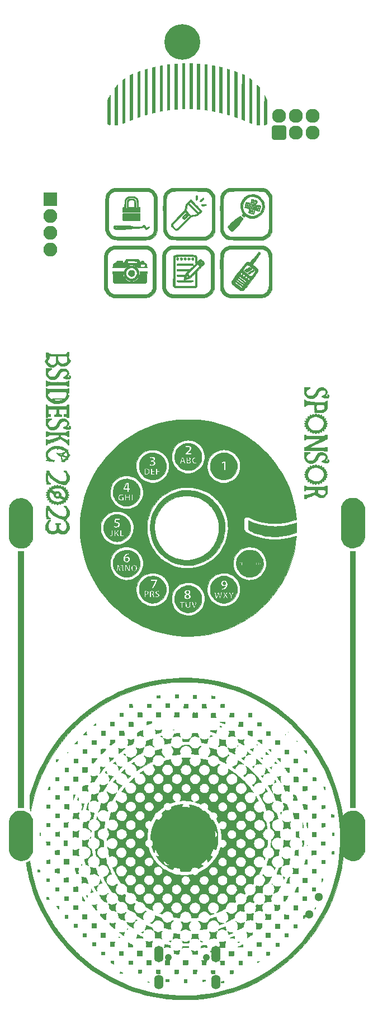
<source format=gbr>
%TF.GenerationSoftware,KiCad,Pcbnew,7.0.1*%
%TF.CreationDate,2023-08-26T08:57:55-05:00*%
%TF.ProjectId,BSidesKC23_Sponsor,42536964-6573-44b4-9332-335f53706f6e,1.1*%
%TF.SameCoordinates,Original*%
%TF.FileFunction,Soldermask,Top*%
%TF.FilePolarity,Negative*%
%FSLAX46Y46*%
G04 Gerber Fmt 4.6, Leading zero omitted, Abs format (unit mm)*
G04 Created by KiCad (PCBNEW 7.0.1) date 2023-08-26 08:57:55*
%MOMM*%
%LPD*%
G01*
G04 APERTURE LIST*
G04 Aperture macros list*
%AMRoundRect*
0 Rectangle with rounded corners*
0 $1 Rounding radius*
0 $2 $3 $4 $5 $6 $7 $8 $9 X,Y pos of 4 corners*
0 Add a 4 corners polygon primitive as box body*
4,1,4,$2,$3,$4,$5,$6,$7,$8,$9,$2,$3,0*
0 Add four circle primitives for the rounded corners*
1,1,$1+$1,$2,$3*
1,1,$1+$1,$4,$5*
1,1,$1+$1,$6,$7*
1,1,$1+$1,$8,$9*
0 Add four rect primitives between the rounded corners*
20,1,$1+$1,$2,$3,$4,$5,0*
20,1,$1+$1,$4,$5,$6,$7,0*
20,1,$1+$1,$6,$7,$8,$9,0*
20,1,$1+$1,$8,$9,$2,$3,0*%
G04 Aperture macros list end*
%ADD10C,0.010000*%
%ADD11O,2.127200X2.127200*%
%ADD12RoundRect,0.200000X-0.863600X0.863600X-0.863600X-0.863600X0.863600X-0.863600X0.863600X0.863600X0*%
%ADD13C,2.127200*%
%ADD14C,5.400000*%
%ADD15RoundRect,0.200000X0.850000X0.850000X-0.850000X0.850000X-0.850000X-0.850000X0.850000X-0.850000X0*%
%ADD16O,2.100000X2.100000*%
%ADD17C,1.300000*%
%ADD18C,1.050000*%
%ADD19O,1.400000X2.200000*%
%ADD20O,1.400000X2.500000*%
G04 APERTURE END LIST*
%TO.C,G\u002A\u002A\u002A*%
D10*
X100228138Y-132912106D02*
X101235020Y-132964656D01*
X102242166Y-133059057D01*
X102912416Y-133145203D01*
X103896470Y-133306696D01*
X104870672Y-133509011D01*
X105833865Y-133751543D01*
X106784895Y-134033682D01*
X107722607Y-134354822D01*
X108645846Y-134714355D01*
X109553457Y-135111675D01*
X110444284Y-135546173D01*
X111317173Y-136017243D01*
X112170969Y-136524277D01*
X113004516Y-137066668D01*
X113816659Y-137643808D01*
X114606244Y-138255090D01*
X115372115Y-138899906D01*
X116113117Y-139577650D01*
X116828096Y-140287714D01*
X117157664Y-140635500D01*
X117838273Y-141398692D01*
X118483934Y-142185581D01*
X119094249Y-142995401D01*
X119668820Y-143827386D01*
X120207249Y-144680769D01*
X120709138Y-145554786D01*
X121174089Y-146448671D01*
X121601703Y-147361658D01*
X121991585Y-148292981D01*
X122343334Y-149241874D01*
X122656553Y-150207573D01*
X122930845Y-151189310D01*
X123165811Y-152186321D01*
X123169396Y-152203083D01*
X123186852Y-152288576D01*
X123208737Y-152401616D01*
X123234047Y-152536483D01*
X123261779Y-152687455D01*
X123290928Y-152848810D01*
X123320489Y-153014828D01*
X123349460Y-153179788D01*
X123376835Y-153337967D01*
X123401611Y-153483644D01*
X123422782Y-153611100D01*
X123439347Y-153714611D01*
X123450299Y-153788457D01*
X123454635Y-153826917D01*
X123454666Y-153828454D01*
X123465384Y-153824986D01*
X123493064Y-153793712D01*
X123520691Y-153756717D01*
X123694484Y-153547573D01*
X123896632Y-153369033D01*
X124123966Y-153223445D01*
X124373318Y-153113158D01*
X124402759Y-153103012D01*
X124663229Y-153036754D01*
X124927955Y-153009282D01*
X125191926Y-153019569D01*
X125450133Y-153066592D01*
X125697568Y-153149323D01*
X125929220Y-153266738D01*
X126140080Y-153417810D01*
X126200173Y-153471065D01*
X126370626Y-153647924D01*
X126506807Y-153831914D01*
X126615455Y-154033776D01*
X126703311Y-154264249D01*
X126708781Y-154281491D01*
X126767250Y-154467916D01*
X126767250Y-159082250D01*
X126718699Y-159251583D01*
X126623434Y-159511808D01*
X126494288Y-159749821D01*
X126333689Y-159962675D01*
X126144070Y-160147420D01*
X125927861Y-160301110D01*
X125793583Y-160373722D01*
X125659213Y-160435137D01*
X125539806Y-160479790D01*
X125422731Y-160510635D01*
X125295353Y-160530625D01*
X125145040Y-160542711D01*
X125052750Y-160546886D01*
X124922973Y-160550637D01*
X124823114Y-160550256D01*
X124740885Y-160544892D01*
X124663997Y-160533692D01*
X124580161Y-160515804D01*
X124570121Y-160513423D01*
X124307184Y-160430075D01*
X124064887Y-160311199D01*
X123846251Y-160158544D01*
X123672302Y-159993823D01*
X123546098Y-159856093D01*
X123520602Y-160093588D01*
X123499536Y-160273618D01*
X123471956Y-160484624D01*
X123439432Y-160716031D01*
X123403534Y-160957262D01*
X123365831Y-161197738D01*
X123327893Y-161426883D01*
X123294932Y-161614206D01*
X123092155Y-162610396D01*
X122849078Y-163594421D01*
X122566156Y-164565234D01*
X122243845Y-165521785D01*
X121882599Y-166463026D01*
X121482874Y-167387909D01*
X121045125Y-168295385D01*
X120569807Y-169184405D01*
X120057376Y-170053921D01*
X119508285Y-170902884D01*
X118922992Y-171730246D01*
X118876581Y-171792833D01*
X118255299Y-172592864D01*
X117603126Y-173364833D01*
X116921174Y-174107861D01*
X116210554Y-174821070D01*
X115472378Y-175503581D01*
X114707758Y-176154516D01*
X113917805Y-176772995D01*
X113103631Y-177358140D01*
X112266349Y-177909073D01*
X111407069Y-178424914D01*
X110526904Y-178904787D01*
X109626965Y-179347810D01*
X108913166Y-179666726D01*
X107988699Y-180038778D01*
X107049176Y-180371588D01*
X106096062Y-180664891D01*
X105130825Y-180918420D01*
X104154930Y-181131909D01*
X103169844Y-181305092D01*
X102177034Y-181437703D01*
X101177967Y-181529476D01*
X100174108Y-181580144D01*
X99166924Y-181589443D01*
X98425083Y-181569732D01*
X98142366Y-181555194D01*
X97829626Y-181534292D01*
X97498527Y-181508029D01*
X97160732Y-181477410D01*
X96827906Y-181443438D01*
X96511713Y-181407117D01*
X96456583Y-181400297D01*
X95466349Y-181255182D01*
X94486799Y-181069501D01*
X93518989Y-180843911D01*
X92563973Y-180579069D01*
X91622804Y-180275632D01*
X90696537Y-179934258D01*
X89786226Y-179555603D01*
X88892926Y-179140325D01*
X88017691Y-178689081D01*
X87161574Y-178202527D01*
X86325631Y-177681322D01*
X85510916Y-177126121D01*
X84718482Y-176537584D01*
X83949384Y-175916365D01*
X83204677Y-175263123D01*
X82485414Y-174578515D01*
X81792650Y-173863198D01*
X81127440Y-173117829D01*
X80490836Y-172343065D01*
X79883894Y-171539563D01*
X79311218Y-170713333D01*
X78765172Y-169852443D01*
X78257812Y-168974386D01*
X77789250Y-168079435D01*
X77359597Y-167167865D01*
X76968967Y-166239948D01*
X76617471Y-165295961D01*
X76305222Y-164336175D01*
X76032332Y-163360866D01*
X75798913Y-162370307D01*
X75704514Y-161908000D01*
X75677385Y-161765645D01*
X75649715Y-161615454D01*
X75622613Y-161463973D01*
X75597190Y-161317745D01*
X75574557Y-161183318D01*
X75555825Y-161067234D01*
X75542103Y-160976041D01*
X75534502Y-160916281D01*
X75533333Y-160899122D01*
X75547228Y-160869362D01*
X75592352Y-160836865D01*
X75665625Y-160801386D01*
X75755467Y-160758752D01*
X75856797Y-160705582D01*
X75935500Y-160660572D01*
X76002522Y-160622737D01*
X76055075Y-160598016D01*
X76083508Y-160590831D01*
X76085423Y-160591853D01*
X76093381Y-160617864D01*
X76104626Y-160675918D01*
X76117347Y-160756033D01*
X76124511Y-160807333D01*
X76136125Y-160886846D01*
X76153954Y-160999029D01*
X76176501Y-161134925D01*
X76202267Y-161285580D01*
X76229753Y-161442038D01*
X76244006Y-161521490D01*
X76441854Y-162497266D01*
X76680611Y-163462669D01*
X76959913Y-164416733D01*
X77279394Y-165358487D01*
X77638688Y-166286965D01*
X78037429Y-167201199D01*
X78475253Y-168100220D01*
X78951793Y-168983061D01*
X79263439Y-169516729D01*
X79351709Y-169660486D01*
X79459642Y-169831328D01*
X79582335Y-170021867D01*
X79714882Y-170224716D01*
X79852378Y-170432485D01*
X79989920Y-170637786D01*
X80122600Y-170833231D01*
X80245516Y-171011431D01*
X80353762Y-171164998D01*
X80402078Y-171231916D01*
X80733122Y-171676007D01*
X81062101Y-172097351D01*
X81395588Y-172503586D01*
X81740154Y-172902350D01*
X82102371Y-173301281D01*
X82488812Y-173708016D01*
X82834578Y-174058921D01*
X83151024Y-174371827D01*
X83448296Y-174657953D01*
X83733555Y-174923666D01*
X84013958Y-175175334D01*
X84296665Y-175419323D01*
X84588835Y-175662001D01*
X84897626Y-175909736D01*
X85049538Y-176028950D01*
X85840572Y-176619305D01*
X86654091Y-177174560D01*
X87488690Y-177694213D01*
X88342964Y-178177759D01*
X89215507Y-178624696D01*
X90104916Y-179034520D01*
X91009784Y-179406729D01*
X91928708Y-179740818D01*
X92860283Y-180036285D01*
X93803103Y-180292625D01*
X94755763Y-180509337D01*
X95716860Y-180685917D01*
X96684988Y-180821861D01*
X97658742Y-180916666D01*
X98636717Y-180969829D01*
X98859000Y-180976042D01*
X99187331Y-180981176D01*
X99530605Y-180982059D01*
X99879488Y-180978887D01*
X100224650Y-180971856D01*
X100556758Y-180961164D01*
X100866481Y-180947007D01*
X101144485Y-180929582D01*
X101176750Y-180927168D01*
X102187176Y-180829371D01*
X103184598Y-180691349D01*
X104168644Y-180513241D01*
X105138941Y-180295188D01*
X106095115Y-180037330D01*
X107036795Y-179739808D01*
X107963606Y-179402763D01*
X108875176Y-179026334D01*
X109771133Y-178610661D01*
X110651103Y-178155886D01*
X111514714Y-177662149D01*
X112361592Y-177129590D01*
X113191366Y-176558349D01*
X113622750Y-176240960D01*
X114279528Y-175726076D01*
X114931265Y-175174444D01*
X115572114Y-174591639D01*
X116196229Y-173983237D01*
X116797765Y-173354815D01*
X117370874Y-172711950D01*
X117575216Y-172470748D01*
X118198073Y-171692334D01*
X118785145Y-170892030D01*
X119336126Y-170071039D01*
X119850712Y-169230561D01*
X120328598Y-168371798D01*
X120769481Y-167495951D01*
X121173055Y-166604221D01*
X121539016Y-165697811D01*
X121867060Y-164777920D01*
X122156882Y-163845750D01*
X122408177Y-162902503D01*
X122620642Y-161949380D01*
X122793971Y-160987583D01*
X122927860Y-160018312D01*
X123022005Y-159042768D01*
X123076101Y-158062154D01*
X123089844Y-157077671D01*
X123062930Y-156090519D01*
X122995053Y-155101900D01*
X122885909Y-154113016D01*
X122735194Y-153125068D01*
X122626380Y-152541750D01*
X122414403Y-151585933D01*
X122161414Y-150638533D01*
X121868187Y-149701187D01*
X121535498Y-148775530D01*
X121164121Y-147863197D01*
X120754830Y-146965825D01*
X120308400Y-146085049D01*
X119825606Y-145222506D01*
X119307223Y-144379830D01*
X118754024Y-143558657D01*
X118166785Y-142760625D01*
X117738429Y-142219770D01*
X117088638Y-141456542D01*
X116409445Y-140722983D01*
X115701946Y-140019919D01*
X114967240Y-139348179D01*
X114206425Y-138708589D01*
X113420600Y-138101977D01*
X112610861Y-137529169D01*
X111778309Y-136990993D01*
X110924040Y-136488276D01*
X110049153Y-136021845D01*
X109154746Y-135592528D01*
X108638788Y-135365662D01*
X107721300Y-134998231D01*
X106788960Y-134669924D01*
X105843729Y-134381236D01*
X104887571Y-134132662D01*
X103922447Y-133924696D01*
X102950321Y-133757833D01*
X101973154Y-133632569D01*
X101631833Y-133598784D01*
X101407223Y-133578842D01*
X101202583Y-133562158D01*
X101010998Y-133548460D01*
X100825554Y-133537478D01*
X100639336Y-133528942D01*
X100445431Y-133522580D01*
X100236923Y-133518123D01*
X100006899Y-133515299D01*
X99748443Y-133513839D01*
X99454642Y-133513471D01*
X99451666Y-133513472D01*
X99170683Y-133513912D01*
X98925118Y-133515231D01*
X98708061Y-133517705D01*
X98512602Y-133521610D01*
X98331830Y-133527224D01*
X98158836Y-133534822D01*
X97986707Y-133544679D01*
X97808535Y-133557073D01*
X97617409Y-133572280D01*
X97406417Y-133590576D01*
X97313833Y-133598919D01*
X96331975Y-133709282D01*
X95357514Y-133861049D01*
X94391706Y-134053738D01*
X93435809Y-134286867D01*
X92491078Y-134559954D01*
X91558771Y-134872518D01*
X90640144Y-135224075D01*
X89736454Y-135614146D01*
X88848957Y-136042246D01*
X87978911Y-136507896D01*
X87127571Y-137010612D01*
X86296194Y-137549913D01*
X85486038Y-138125317D01*
X85460500Y-138144304D01*
X84667002Y-138761180D01*
X83903172Y-139407809D01*
X83169651Y-140083179D01*
X82467078Y-140786281D01*
X81796094Y-141516104D01*
X81157339Y-142271638D01*
X80551453Y-143051872D01*
X79979077Y-143855798D01*
X79440851Y-144682403D01*
X78937414Y-145530678D01*
X78469407Y-146399612D01*
X78037471Y-147288196D01*
X77642245Y-148195418D01*
X77284369Y-149120269D01*
X76964485Y-150061738D01*
X76683232Y-151018816D01*
X76441250Y-151990491D01*
X76316261Y-152574685D01*
X76289990Y-152704046D01*
X76266205Y-152818617D01*
X76246246Y-152912162D01*
X76231449Y-152978442D01*
X76223151Y-153011221D01*
X76222159Y-153013562D01*
X76201035Y-153009450D01*
X76170394Y-152993208D01*
X76160570Y-152986395D01*
X76152315Y-152976948D01*
X76145490Y-152961395D01*
X76139961Y-152936264D01*
X76135591Y-152898085D01*
X76132244Y-152843385D01*
X76129783Y-152768693D01*
X76128072Y-152670538D01*
X76126975Y-152545448D01*
X76126355Y-152389951D01*
X76126076Y-152200576D01*
X76126002Y-151973852D01*
X76126000Y-151862519D01*
X76126000Y-150759556D01*
X76211582Y-150465319D01*
X76511860Y-149506601D01*
X76850998Y-148560614D01*
X77227922Y-147629624D01*
X77641558Y-146715901D01*
X78090829Y-145821710D01*
X78574661Y-144949320D01*
X79091979Y-144100999D01*
X79568492Y-143384239D01*
X80157658Y-142569107D01*
X80779095Y-141780046D01*
X81431557Y-141018057D01*
X82113795Y-140284144D01*
X82824564Y-139579308D01*
X83562614Y-138904552D01*
X84326700Y-138260879D01*
X85115574Y-137649291D01*
X85927988Y-137070790D01*
X86762695Y-136526378D01*
X87618449Y-136017059D01*
X88494001Y-135543835D01*
X89388105Y-135107707D01*
X90299513Y-134709679D01*
X90426475Y-134657839D01*
X91367558Y-134299525D01*
X92320388Y-133981671D01*
X93283817Y-133704416D01*
X94256697Y-133467900D01*
X95237880Y-133272262D01*
X96226217Y-133117640D01*
X97220559Y-133004175D01*
X98219759Y-132932005D01*
X99222668Y-132901269D01*
X100228138Y-132912106D01*
G36*
X100228138Y-132912106D02*
G01*
X101235020Y-132964656D01*
X102242166Y-133059057D01*
X102912416Y-133145203D01*
X103896470Y-133306696D01*
X104870672Y-133509011D01*
X105833865Y-133751543D01*
X106784895Y-134033682D01*
X107722607Y-134354822D01*
X108645846Y-134714355D01*
X109553457Y-135111675D01*
X110444284Y-135546173D01*
X111317173Y-136017243D01*
X112170969Y-136524277D01*
X113004516Y-137066668D01*
X113816659Y-137643808D01*
X114606244Y-138255090D01*
X115372115Y-138899906D01*
X116113117Y-139577650D01*
X116828096Y-140287714D01*
X117157664Y-140635500D01*
X117838273Y-141398692D01*
X118483934Y-142185581D01*
X119094249Y-142995401D01*
X119668820Y-143827386D01*
X120207249Y-144680769D01*
X120709138Y-145554786D01*
X121174089Y-146448671D01*
X121601703Y-147361658D01*
X121991585Y-148292981D01*
X122343334Y-149241874D01*
X122656553Y-150207573D01*
X122930845Y-151189310D01*
X123165811Y-152186321D01*
X123169396Y-152203083D01*
X123186852Y-152288576D01*
X123208737Y-152401616D01*
X123234047Y-152536483D01*
X123261779Y-152687455D01*
X123290928Y-152848810D01*
X123320489Y-153014828D01*
X123349460Y-153179788D01*
X123376835Y-153337967D01*
X123401611Y-153483644D01*
X123422782Y-153611100D01*
X123439347Y-153714611D01*
X123450299Y-153788457D01*
X123454635Y-153826917D01*
X123454666Y-153828454D01*
X123465384Y-153824986D01*
X123493064Y-153793712D01*
X123520691Y-153756717D01*
X123694484Y-153547573D01*
X123896632Y-153369033D01*
X124123966Y-153223445D01*
X124373318Y-153113158D01*
X124402759Y-153103012D01*
X124663229Y-153036754D01*
X124927955Y-153009282D01*
X125191926Y-153019569D01*
X125450133Y-153066592D01*
X125697568Y-153149323D01*
X125929220Y-153266738D01*
X126140080Y-153417810D01*
X126200173Y-153471065D01*
X126370626Y-153647924D01*
X126506807Y-153831914D01*
X126615455Y-154033776D01*
X126703311Y-154264249D01*
X126708781Y-154281491D01*
X126767250Y-154467916D01*
X126767250Y-159082250D01*
X126718699Y-159251583D01*
X126623434Y-159511808D01*
X126494288Y-159749821D01*
X126333689Y-159962675D01*
X126144070Y-160147420D01*
X125927861Y-160301110D01*
X125793583Y-160373722D01*
X125659213Y-160435137D01*
X125539806Y-160479790D01*
X125422731Y-160510635D01*
X125295353Y-160530625D01*
X125145040Y-160542711D01*
X125052750Y-160546886D01*
X124922973Y-160550637D01*
X124823114Y-160550256D01*
X124740885Y-160544892D01*
X124663997Y-160533692D01*
X124580161Y-160515804D01*
X124570121Y-160513423D01*
X124307184Y-160430075D01*
X124064887Y-160311199D01*
X123846251Y-160158544D01*
X123672302Y-159993823D01*
X123546098Y-159856093D01*
X123520602Y-160093588D01*
X123499536Y-160273618D01*
X123471956Y-160484624D01*
X123439432Y-160716031D01*
X123403534Y-160957262D01*
X123365831Y-161197738D01*
X123327893Y-161426883D01*
X123294932Y-161614206D01*
X123092155Y-162610396D01*
X122849078Y-163594421D01*
X122566156Y-164565234D01*
X122243845Y-165521785D01*
X121882599Y-166463026D01*
X121482874Y-167387909D01*
X121045125Y-168295385D01*
X120569807Y-169184405D01*
X120057376Y-170053921D01*
X119508285Y-170902884D01*
X118922992Y-171730246D01*
X118876581Y-171792833D01*
X118255299Y-172592864D01*
X117603126Y-173364833D01*
X116921174Y-174107861D01*
X116210554Y-174821070D01*
X115472378Y-175503581D01*
X114707758Y-176154516D01*
X113917805Y-176772995D01*
X113103631Y-177358140D01*
X112266349Y-177909073D01*
X111407069Y-178424914D01*
X110526904Y-178904787D01*
X109626965Y-179347810D01*
X108913166Y-179666726D01*
X107988699Y-180038778D01*
X107049176Y-180371588D01*
X106096062Y-180664891D01*
X105130825Y-180918420D01*
X104154930Y-181131909D01*
X103169844Y-181305092D01*
X102177034Y-181437703D01*
X101177967Y-181529476D01*
X100174108Y-181580144D01*
X99166924Y-181589443D01*
X98425083Y-181569732D01*
X98142366Y-181555194D01*
X97829626Y-181534292D01*
X97498527Y-181508029D01*
X97160732Y-181477410D01*
X96827906Y-181443438D01*
X96511713Y-181407117D01*
X96456583Y-181400297D01*
X95466349Y-181255182D01*
X94486799Y-181069501D01*
X93518989Y-180843911D01*
X92563973Y-180579069D01*
X91622804Y-180275632D01*
X90696537Y-179934258D01*
X89786226Y-179555603D01*
X88892926Y-179140325D01*
X88017691Y-178689081D01*
X87161574Y-178202527D01*
X86325631Y-177681322D01*
X85510916Y-177126121D01*
X84718482Y-176537584D01*
X83949384Y-175916365D01*
X83204677Y-175263123D01*
X82485414Y-174578515D01*
X81792650Y-173863198D01*
X81127440Y-173117829D01*
X80490836Y-172343065D01*
X79883894Y-171539563D01*
X79311218Y-170713333D01*
X78765172Y-169852443D01*
X78257812Y-168974386D01*
X77789250Y-168079435D01*
X77359597Y-167167865D01*
X76968967Y-166239948D01*
X76617471Y-165295961D01*
X76305222Y-164336175D01*
X76032332Y-163360866D01*
X75798913Y-162370307D01*
X75704514Y-161908000D01*
X75677385Y-161765645D01*
X75649715Y-161615454D01*
X75622613Y-161463973D01*
X75597190Y-161317745D01*
X75574557Y-161183318D01*
X75555825Y-161067234D01*
X75542103Y-160976041D01*
X75534502Y-160916281D01*
X75533333Y-160899122D01*
X75547228Y-160869362D01*
X75592352Y-160836865D01*
X75665625Y-160801386D01*
X75755467Y-160758752D01*
X75856797Y-160705582D01*
X75935500Y-160660572D01*
X76002522Y-160622737D01*
X76055075Y-160598016D01*
X76083508Y-160590831D01*
X76085423Y-160591853D01*
X76093381Y-160617864D01*
X76104626Y-160675918D01*
X76117347Y-160756033D01*
X76124511Y-160807333D01*
X76136125Y-160886846D01*
X76153954Y-160999029D01*
X76176501Y-161134925D01*
X76202267Y-161285580D01*
X76229753Y-161442038D01*
X76244006Y-161521490D01*
X76441854Y-162497266D01*
X76680611Y-163462669D01*
X76959913Y-164416733D01*
X77279394Y-165358487D01*
X77638688Y-166286965D01*
X78037429Y-167201199D01*
X78475253Y-168100220D01*
X78951793Y-168983061D01*
X79263439Y-169516729D01*
X79351709Y-169660486D01*
X79459642Y-169831328D01*
X79582335Y-170021867D01*
X79714882Y-170224716D01*
X79852378Y-170432485D01*
X79989920Y-170637786D01*
X80122600Y-170833231D01*
X80245516Y-171011431D01*
X80353762Y-171164998D01*
X80402078Y-171231916D01*
X80733122Y-171676007D01*
X81062101Y-172097351D01*
X81395588Y-172503586D01*
X81740154Y-172902350D01*
X82102371Y-173301281D01*
X82488812Y-173708016D01*
X82834578Y-174058921D01*
X83151024Y-174371827D01*
X83448296Y-174657953D01*
X83733555Y-174923666D01*
X84013958Y-175175334D01*
X84296665Y-175419323D01*
X84588835Y-175662001D01*
X84897626Y-175909736D01*
X85049538Y-176028950D01*
X85840572Y-176619305D01*
X86654091Y-177174560D01*
X87488690Y-177694213D01*
X88342964Y-178177759D01*
X89215507Y-178624696D01*
X90104916Y-179034520D01*
X91009784Y-179406729D01*
X91928708Y-179740818D01*
X92860283Y-180036285D01*
X93803103Y-180292625D01*
X94755763Y-180509337D01*
X95716860Y-180685917D01*
X96684988Y-180821861D01*
X97658742Y-180916666D01*
X98636717Y-180969829D01*
X98859000Y-180976042D01*
X99187331Y-180981176D01*
X99530605Y-180982059D01*
X99879488Y-180978887D01*
X100224650Y-180971856D01*
X100556758Y-180961164D01*
X100866481Y-180947007D01*
X101144485Y-180929582D01*
X101176750Y-180927168D01*
X102187176Y-180829371D01*
X103184598Y-180691349D01*
X104168644Y-180513241D01*
X105138941Y-180295188D01*
X106095115Y-180037330D01*
X107036795Y-179739808D01*
X107963606Y-179402763D01*
X108875176Y-179026334D01*
X109771133Y-178610661D01*
X110651103Y-178155886D01*
X111514714Y-177662149D01*
X112361592Y-177129590D01*
X113191366Y-176558349D01*
X113622750Y-176240960D01*
X114279528Y-175726076D01*
X114931265Y-175174444D01*
X115572114Y-174591639D01*
X116196229Y-173983237D01*
X116797765Y-173354815D01*
X117370874Y-172711950D01*
X117575216Y-172470748D01*
X118198073Y-171692334D01*
X118785145Y-170892030D01*
X119336126Y-170071039D01*
X119850712Y-169230561D01*
X120328598Y-168371798D01*
X120769481Y-167495951D01*
X121173055Y-166604221D01*
X121539016Y-165697811D01*
X121867060Y-164777920D01*
X122156882Y-163845750D01*
X122408177Y-162902503D01*
X122620642Y-161949380D01*
X122793971Y-160987583D01*
X122927860Y-160018312D01*
X123022005Y-159042768D01*
X123076101Y-158062154D01*
X123089844Y-157077671D01*
X123062930Y-156090519D01*
X122995053Y-155101900D01*
X122885909Y-154113016D01*
X122735194Y-153125068D01*
X122626380Y-152541750D01*
X122414403Y-151585933D01*
X122161414Y-150638533D01*
X121868187Y-149701187D01*
X121535498Y-148775530D01*
X121164121Y-147863197D01*
X120754830Y-146965825D01*
X120308400Y-146085049D01*
X119825606Y-145222506D01*
X119307223Y-144379830D01*
X118754024Y-143558657D01*
X118166785Y-142760625D01*
X117738429Y-142219770D01*
X117088638Y-141456542D01*
X116409445Y-140722983D01*
X115701946Y-140019919D01*
X114967240Y-139348179D01*
X114206425Y-138708589D01*
X113420600Y-138101977D01*
X112610861Y-137529169D01*
X111778309Y-136990993D01*
X110924040Y-136488276D01*
X110049153Y-136021845D01*
X109154746Y-135592528D01*
X108638788Y-135365662D01*
X107721300Y-134998231D01*
X106788960Y-134669924D01*
X105843729Y-134381236D01*
X104887571Y-134132662D01*
X103922447Y-133924696D01*
X102950321Y-133757833D01*
X101973154Y-133632569D01*
X101631833Y-133598784D01*
X101407223Y-133578842D01*
X101202583Y-133562158D01*
X101010998Y-133548460D01*
X100825554Y-133537478D01*
X100639336Y-133528942D01*
X100445431Y-133522580D01*
X100236923Y-133518123D01*
X100006899Y-133515299D01*
X99748443Y-133513839D01*
X99454642Y-133513471D01*
X99451666Y-133513472D01*
X99170683Y-133513912D01*
X98925118Y-133515231D01*
X98708061Y-133517705D01*
X98512602Y-133521610D01*
X98331830Y-133527224D01*
X98158836Y-133534822D01*
X97986707Y-133544679D01*
X97808535Y-133557073D01*
X97617409Y-133572280D01*
X97406417Y-133590576D01*
X97313833Y-133598919D01*
X96331975Y-133709282D01*
X95357514Y-133861049D01*
X94391706Y-134053738D01*
X93435809Y-134286867D01*
X92491078Y-134559954D01*
X91558771Y-134872518D01*
X90640144Y-135224075D01*
X89736454Y-135614146D01*
X88848957Y-136042246D01*
X87978911Y-136507896D01*
X87127571Y-137010612D01*
X86296194Y-137549913D01*
X85486038Y-138125317D01*
X85460500Y-138144304D01*
X84667002Y-138761180D01*
X83903172Y-139407809D01*
X83169651Y-140083179D01*
X82467078Y-140786281D01*
X81796094Y-141516104D01*
X81157339Y-142271638D01*
X80551453Y-143051872D01*
X79979077Y-143855798D01*
X79440851Y-144682403D01*
X78937414Y-145530678D01*
X78469407Y-146399612D01*
X78037471Y-147288196D01*
X77642245Y-148195418D01*
X77284369Y-149120269D01*
X76964485Y-150061738D01*
X76683232Y-151018816D01*
X76441250Y-151990491D01*
X76316261Y-152574685D01*
X76289990Y-152704046D01*
X76266205Y-152818617D01*
X76246246Y-152912162D01*
X76231449Y-152978442D01*
X76223151Y-153011221D01*
X76222159Y-153013562D01*
X76201035Y-153009450D01*
X76170394Y-152993208D01*
X76160570Y-152986395D01*
X76152315Y-152976948D01*
X76145490Y-152961395D01*
X76139961Y-152936264D01*
X76135591Y-152898085D01*
X76132244Y-152843385D01*
X76129783Y-152768693D01*
X76128072Y-152670538D01*
X76126975Y-152545448D01*
X76126355Y-152389951D01*
X76126076Y-152200576D01*
X76126002Y-151973852D01*
X76126000Y-151862519D01*
X76126000Y-150759556D01*
X76211582Y-150465319D01*
X76511860Y-149506601D01*
X76850998Y-148560614D01*
X77227922Y-147629624D01*
X77641558Y-146715901D01*
X78090829Y-145821710D01*
X78574661Y-144949320D01*
X79091979Y-144100999D01*
X79568492Y-143384239D01*
X80157658Y-142569107D01*
X80779095Y-141780046D01*
X81431557Y-141018057D01*
X82113795Y-140284144D01*
X82824564Y-139579308D01*
X83562614Y-138904552D01*
X84326700Y-138260879D01*
X85115574Y-137649291D01*
X85927988Y-137070790D01*
X86762695Y-136526378D01*
X87618449Y-136017059D01*
X88494001Y-135543835D01*
X89388105Y-135107707D01*
X90299513Y-134709679D01*
X90426475Y-134657839D01*
X91367558Y-134299525D01*
X92320388Y-133981671D01*
X93283817Y-133704416D01*
X94256697Y-133467900D01*
X95237880Y-133272262D01*
X96226217Y-133117640D01*
X97220559Y-133004175D01*
X98219759Y-132932005D01*
X99222668Y-132901269D01*
X100228138Y-132912106D01*
G37*
X99917333Y-178989500D02*
X99732125Y-178989789D01*
X99641968Y-178991348D01*
X99563397Y-178995248D01*
X99509563Y-179000751D01*
X99499291Y-179002841D01*
X99478590Y-179007020D01*
X99464971Y-179001681D01*
X99456952Y-178979896D01*
X99453049Y-178934735D01*
X99451781Y-178859271D01*
X99451666Y-178780302D01*
X99451666Y-178545000D01*
X99917333Y-178545000D01*
X99917333Y-178989500D01*
G36*
X99917333Y-178989500D02*
G01*
X99732125Y-178989789D01*
X99641968Y-178991348D01*
X99563397Y-178995248D01*
X99509563Y-179000751D01*
X99499291Y-179002841D01*
X99478590Y-179007020D01*
X99464971Y-179001681D01*
X99456952Y-178979896D01*
X99453049Y-178934735D01*
X99451781Y-178859271D01*
X99451666Y-178780302D01*
X99451666Y-178545000D01*
X99917333Y-178545000D01*
X99917333Y-178989500D01*
G37*
X105435596Y-178776125D02*
X105441016Y-178813512D01*
X105441833Y-178872680D01*
X105441833Y-178989500D01*
X105036984Y-178989500D01*
X105043617Y-178921931D01*
X105045633Y-178897226D01*
X105049942Y-178878693D01*
X105062364Y-178863772D01*
X105088723Y-178849903D01*
X105134841Y-178834528D01*
X105206541Y-178815087D01*
X105309645Y-178789020D01*
X105394208Y-178767828D01*
X105421386Y-178763964D01*
X105435596Y-178776125D01*
G36*
X105435596Y-178776125D02*
G01*
X105441016Y-178813512D01*
X105441833Y-178872680D01*
X105441833Y-178989500D01*
X105036984Y-178989500D01*
X105043617Y-178921931D01*
X105045633Y-178897226D01*
X105049942Y-178878693D01*
X105062364Y-178863772D01*
X105088723Y-178849903D01*
X105134841Y-178834528D01*
X105206541Y-178815087D01*
X105309645Y-178789020D01*
X105394208Y-178767828D01*
X105421386Y-178763964D01*
X105435596Y-178776125D01*
G37*
X94001956Y-178880380D02*
X94074527Y-178899417D01*
X94138833Y-178917106D01*
X94234083Y-178943381D01*
X94080625Y-178945273D01*
X94001185Y-178945238D01*
X93955111Y-178941101D01*
X93933470Y-178930485D01*
X93927327Y-178911013D01*
X93927166Y-178904430D01*
X93928180Y-178884265D01*
X93936103Y-178873243D01*
X93958255Y-178871802D01*
X94001956Y-178880380D01*
G36*
X94001956Y-178880380D02*
G01*
X94074527Y-178899417D01*
X94138833Y-178917106D01*
X94234083Y-178943381D01*
X94080625Y-178945273D01*
X94001185Y-178945238D01*
X93955111Y-178941101D01*
X93933470Y-178930485D01*
X93927327Y-178911013D01*
X93927166Y-178904430D01*
X93928180Y-178884265D01*
X93936103Y-178873243D01*
X93958255Y-178871802D01*
X94001956Y-178880380D01*
G37*
X97144500Y-178691917D02*
X97142640Y-178771558D01*
X97137705Y-178833041D01*
X97130659Y-178865659D01*
X97128625Y-178868079D01*
X97102104Y-178868913D01*
X97043469Y-178864653D01*
X96962521Y-178856136D01*
X96903523Y-178848837D01*
X96814815Y-178836759D01*
X96743641Y-178826132D01*
X96699211Y-178818384D01*
X96689020Y-178815550D01*
X96685174Y-178793056D01*
X96680148Y-178739786D01*
X96675026Y-178667241D01*
X96674994Y-178666708D01*
X96666243Y-178523833D01*
X97144500Y-178523833D01*
X97144500Y-178691917D01*
G36*
X97144500Y-178691917D02*
G01*
X97142640Y-178771558D01*
X97137705Y-178833041D01*
X97130659Y-178865659D01*
X97128625Y-178868079D01*
X97102104Y-178868913D01*
X97043469Y-178864653D01*
X96962521Y-178856136D01*
X96903523Y-178848837D01*
X96814815Y-178836759D01*
X96743641Y-178826132D01*
X96699211Y-178818384D01*
X96689020Y-178815550D01*
X96685174Y-178793056D01*
X96680148Y-178739786D01*
X96675026Y-178667241D01*
X96674994Y-178666708D01*
X96666243Y-178523833D01*
X97144500Y-178523833D01*
X97144500Y-178691917D01*
G37*
X102686034Y-178666626D02*
X102679583Y-178767087D01*
X102510250Y-178792036D01*
X102395860Y-178808784D01*
X102316912Y-178817941D01*
X102266851Y-178817239D01*
X102239122Y-178804409D01*
X102227168Y-178777183D01*
X102224436Y-178733294D01*
X102224500Y-178693166D01*
X102224500Y-178566166D01*
X102692486Y-178566166D01*
X102686034Y-178666626D01*
G36*
X102686034Y-178666626D02*
G01*
X102679583Y-178767087D01*
X102510250Y-178792036D01*
X102395860Y-178808784D01*
X102316912Y-178817941D01*
X102266851Y-178817239D01*
X102239122Y-178804409D01*
X102227168Y-178777183D01*
X102224436Y-178733294D01*
X102224500Y-178693166D01*
X102224500Y-178566166D01*
X102692486Y-178566166D01*
X102686034Y-178666626D01*
G37*
X101370265Y-177235771D02*
X101363085Y-177328079D01*
X101358157Y-177436606D01*
X101356666Y-177521521D01*
X101356666Y-177677166D01*
X101080835Y-177677166D01*
X100957940Y-177675912D01*
X100872855Y-177671872D01*
X100821121Y-177664632D01*
X100798283Y-177653777D01*
X100796644Y-177650708D01*
X100792701Y-177620231D01*
X100788112Y-177556668D01*
X100783439Y-177469248D01*
X100779248Y-177367200D01*
X100779169Y-177364958D01*
X100770055Y-177105666D01*
X101383863Y-177105666D01*
X101370265Y-177235771D01*
G36*
X101370265Y-177235771D02*
G01*
X101363085Y-177328079D01*
X101358157Y-177436606D01*
X101356666Y-177521521D01*
X101356666Y-177677166D01*
X101080835Y-177677166D01*
X100957940Y-177675912D01*
X100872855Y-177671872D01*
X100821121Y-177664632D01*
X100798283Y-177653777D01*
X100796644Y-177650708D01*
X100792701Y-177620231D01*
X100788112Y-177556668D01*
X100783439Y-177469248D01*
X100779248Y-177367200D01*
X100779169Y-177364958D01*
X100770055Y-177105666D01*
X101383863Y-177105666D01*
X101370265Y-177235771D01*
G37*
X104129373Y-177227375D02*
X104127585Y-177298421D01*
X104122988Y-177392655D01*
X104116527Y-177491101D01*
X104115652Y-177502541D01*
X104102058Y-177677166D01*
X103844140Y-177677166D01*
X103743616Y-177676069D01*
X103658990Y-177673080D01*
X103598982Y-177668652D01*
X103572312Y-177663235D01*
X103572111Y-177663055D01*
X103566702Y-177637593D01*
X103562251Y-177578460D01*
X103559204Y-177494318D01*
X103558003Y-177393825D01*
X103558000Y-177387888D01*
X103558000Y-177126833D01*
X104129500Y-177126833D01*
X104129373Y-177227375D01*
G36*
X104129373Y-177227375D02*
G01*
X104127585Y-177298421D01*
X104122988Y-177392655D01*
X104116527Y-177491101D01*
X104115652Y-177502541D01*
X104102058Y-177677166D01*
X103844140Y-177677166D01*
X103743616Y-177676069D01*
X103658990Y-177673080D01*
X103598982Y-177668652D01*
X103572312Y-177663235D01*
X103572111Y-177663055D01*
X103566702Y-177637593D01*
X103562251Y-177578460D01*
X103559204Y-177494318D01*
X103558003Y-177393825D01*
X103558000Y-177387888D01*
X103558000Y-177126833D01*
X104129500Y-177126833D01*
X104129373Y-177227375D01*
G37*
X98596010Y-177237958D02*
X98587824Y-177340032D01*
X98578885Y-177444359D01*
X98571036Y-177529475D01*
X98570562Y-177534291D01*
X98558510Y-177656000D01*
X98012333Y-177656000D01*
X98012206Y-177534291D01*
X98010366Y-177451464D01*
X98005642Y-177347895D01*
X97999026Y-177244998D01*
X97998485Y-177237958D01*
X97984892Y-177063333D01*
X98609406Y-177063333D01*
X98596010Y-177237958D01*
G36*
X98596010Y-177237958D02*
G01*
X98587824Y-177340032D01*
X98578885Y-177444359D01*
X98571036Y-177529475D01*
X98570562Y-177534291D01*
X98558510Y-177656000D01*
X98012333Y-177656000D01*
X98012206Y-177534291D01*
X98010366Y-177451464D01*
X98005642Y-177347895D01*
X97999026Y-177244998D01*
X97998485Y-177237958D01*
X97984892Y-177063333D01*
X98609406Y-177063333D01*
X98596010Y-177237958D01*
G37*
X95789833Y-177634833D02*
X95266697Y-177634833D01*
X95253098Y-177504728D01*
X95245642Y-177409483D01*
X95240703Y-177300564D01*
X95239500Y-177229561D01*
X95239500Y-177084500D01*
X95789833Y-177084500D01*
X95789833Y-177634833D01*
G36*
X95789833Y-177634833D02*
G01*
X95266697Y-177634833D01*
X95253098Y-177504728D01*
X95245642Y-177409483D01*
X95240703Y-177300564D01*
X95239500Y-177229561D01*
X95239500Y-177084500D01*
X95789833Y-177084500D01*
X95789833Y-177634833D01*
G37*
X106881166Y-177229473D02*
X106879332Y-177291782D01*
X106874515Y-177377962D01*
X106867742Y-177469740D01*
X106867477Y-177472889D01*
X106853788Y-177634833D01*
X106400454Y-177634833D01*
X106386961Y-177491958D01*
X106379675Y-177399150D01*
X106374714Y-177306091D01*
X106373317Y-177248541D01*
X106373166Y-177148000D01*
X106881166Y-177148000D01*
X106881166Y-177229473D01*
G36*
X106881166Y-177229473D02*
G01*
X106879332Y-177291782D01*
X106874515Y-177377962D01*
X106867742Y-177469740D01*
X106867477Y-177472889D01*
X106853788Y-177634833D01*
X106400454Y-177634833D01*
X106386961Y-177491958D01*
X106379675Y-177399150D01*
X106374714Y-177306091D01*
X106373317Y-177248541D01*
X106373166Y-177148000D01*
X106881166Y-177148000D01*
X106881166Y-177229473D01*
G37*
X92995706Y-177185041D02*
X92993968Y-177244652D01*
X92989491Y-177329697D01*
X92983177Y-177423433D01*
X92981985Y-177439041D01*
X92968392Y-177613666D01*
X92514896Y-177613666D01*
X92501548Y-177502541D01*
X92494255Y-177418898D01*
X92489330Y-177318699D01*
X92488017Y-177248541D01*
X92487833Y-177105666D01*
X92995833Y-177105666D01*
X92995706Y-177185041D01*
G36*
X92995706Y-177185041D02*
G01*
X92993968Y-177244652D01*
X92989491Y-177329697D01*
X92983177Y-177423433D01*
X92981985Y-177439041D01*
X92968392Y-177613666D01*
X92514896Y-177613666D01*
X92501548Y-177502541D01*
X92494255Y-177418898D01*
X92489330Y-177318699D01*
X92488017Y-177248541D01*
X92487833Y-177105666D01*
X92995833Y-177105666D01*
X92995706Y-177185041D01*
G37*
X89811379Y-177368469D02*
X89868448Y-177391550D01*
X89939257Y-177423915D01*
X90013738Y-177460573D01*
X90081823Y-177496532D01*
X90133446Y-177526798D01*
X90158539Y-177546379D01*
X90159500Y-177548799D01*
X90138944Y-177560318D01*
X90079420Y-177567911D01*
X89984142Y-177571217D01*
X89958416Y-177571333D01*
X89757333Y-177571333D01*
X89757333Y-177465500D01*
X89761071Y-177405127D01*
X89770630Y-177366807D01*
X89778116Y-177359666D01*
X89811379Y-177368469D01*
G36*
X89811379Y-177368469D02*
G01*
X89868448Y-177391550D01*
X89939257Y-177423915D01*
X90013738Y-177460573D01*
X90081823Y-177496532D01*
X90133446Y-177526798D01*
X90158539Y-177546379D01*
X90159500Y-177548799D01*
X90138944Y-177560318D01*
X90079420Y-177567911D01*
X89984142Y-177571217D01*
X89958416Y-177571333D01*
X89757333Y-177571333D01*
X89757333Y-177465500D01*
X89761071Y-177405127D01*
X89770630Y-177366807D01*
X89778116Y-177359666D01*
X89811379Y-177368469D01*
G37*
X100033562Y-175893875D02*
X100027294Y-176001966D01*
X100020294Y-176107424D01*
X100013615Y-176194992D01*
X100010204Y-176232541D01*
X99998953Y-176343666D01*
X99324666Y-176343666D01*
X99324666Y-175666333D01*
X100045669Y-175666333D01*
X100033562Y-175893875D01*
G36*
X100033562Y-175893875D02*
G01*
X100027294Y-176001966D01*
X100020294Y-176107424D01*
X100013615Y-176194992D01*
X100010204Y-176232541D01*
X99998953Y-176343666D01*
X99324666Y-176343666D01*
X99324666Y-175666333D01*
X100045669Y-175666333D01*
X100033562Y-175893875D01*
G37*
X102457744Y-175666317D02*
X102807405Y-175666333D01*
X102801438Y-175830375D01*
X102796706Y-175938002D01*
X102790099Y-176060773D01*
X102783252Y-176169041D01*
X102771033Y-176343666D01*
X102139833Y-176343666D01*
X102138057Y-176243125D01*
X102136035Y-176179644D01*
X102131981Y-176087801D01*
X102126546Y-175981485D01*
X102122182Y-175904442D01*
X102108083Y-175666302D01*
X102457744Y-175666317D01*
G36*
X102457744Y-175666317D02*
G01*
X102807405Y-175666333D01*
X102801438Y-175830375D01*
X102796706Y-175938002D01*
X102790099Y-176060773D01*
X102783252Y-176169041D01*
X102771033Y-176343666D01*
X102139833Y-176343666D01*
X102138057Y-176243125D01*
X102136035Y-176179644D01*
X102131981Y-176087801D01*
X102126546Y-175981485D01*
X102122182Y-175904442D01*
X102108083Y-175666302D01*
X102457744Y-175666317D01*
G37*
X105564107Y-175999708D02*
X105558250Y-176311916D01*
X105246041Y-176317774D01*
X104933833Y-176323631D01*
X104933706Y-176180190D01*
X104931808Y-176084881D01*
X104926947Y-175971579D01*
X104920164Y-175864435D01*
X104919985Y-175862125D01*
X104906392Y-175687500D01*
X105569965Y-175687500D01*
X105564107Y-175999708D01*
G36*
X105564107Y-175999708D02*
G01*
X105558250Y-176311916D01*
X105246041Y-176317774D01*
X104933833Y-176323631D01*
X104933706Y-176180190D01*
X104931808Y-176084881D01*
X104926947Y-175971579D01*
X104920164Y-175864435D01*
X104919985Y-175862125D01*
X104906392Y-175687500D01*
X105569965Y-175687500D01*
X105564107Y-175999708D01*
G37*
X97250333Y-175737123D02*
X97248984Y-175807803D01*
X97245359Y-175905206D01*
X97240090Y-176013827D01*
X97236533Y-176075790D01*
X97222733Y-176301333D01*
X96573000Y-176301333D01*
X96573000Y-175624000D01*
X97250333Y-175624000D01*
X97250333Y-175737123D01*
G36*
X97250333Y-175737123D02*
G01*
X97248984Y-175807803D01*
X97245359Y-175905206D01*
X97240090Y-176013827D01*
X97236533Y-176075790D01*
X97222733Y-176301333D01*
X96573000Y-176301333D01*
X96573000Y-175624000D01*
X97250333Y-175624000D01*
X97250333Y-175737123D01*
G37*
X94448855Y-175807110D02*
X94441661Y-175915587D01*
X94436703Y-176035028D01*
X94435166Y-176124610D01*
X94435166Y-176280166D01*
X93800166Y-176280166D01*
X93800166Y-175645166D01*
X94462545Y-175645166D01*
X94448855Y-175807110D01*
G36*
X94448855Y-175807110D02*
G01*
X94441661Y-175915587D01*
X94436703Y-176035028D01*
X94435166Y-176124610D01*
X94435166Y-176280166D01*
X93800166Y-176280166D01*
X93800166Y-175645166D01*
X94462545Y-175645166D01*
X94448855Y-175807110D01*
G37*
X108299333Y-176280166D02*
X107755339Y-176280166D01*
X107741586Y-176086414D01*
X107735311Y-175988998D01*
X107730538Y-175897704D01*
X107728032Y-175827871D01*
X107727833Y-175811248D01*
X107727833Y-175729833D01*
X108299333Y-175729833D01*
X108299333Y-176280166D01*
G36*
X108299333Y-176280166D02*
G01*
X107755339Y-176280166D01*
X107741586Y-176086414D01*
X107735311Y-175988998D01*
X107730538Y-175897704D01*
X107728032Y-175827871D01*
X107727833Y-175811248D01*
X107727833Y-175729833D01*
X108299333Y-175729833D01*
X108299333Y-176280166D01*
G37*
X91641166Y-176259000D02*
X91069666Y-176259000D01*
X91069666Y-175687500D01*
X91641166Y-175687500D01*
X91641166Y-176259000D01*
G36*
X91641166Y-176259000D02*
G01*
X91069666Y-176259000D01*
X91069666Y-175687500D01*
X91641166Y-175687500D01*
X91641166Y-176259000D01*
G37*
X88804833Y-175962666D02*
X88803492Y-176071359D01*
X88799090Y-176142728D01*
X88791062Y-176181710D01*
X88778841Y-176193240D01*
X88778375Y-176193211D01*
X88750271Y-176182152D01*
X88694325Y-176153920D01*
X88619072Y-176112990D01*
X88546206Y-176071503D01*
X88340496Y-175952083D01*
X88339166Y-175729833D01*
X88804833Y-175729833D01*
X88804833Y-175962666D01*
G36*
X88804833Y-175962666D02*
G01*
X88803492Y-176071359D01*
X88799090Y-176142728D01*
X88791062Y-176181710D01*
X88778841Y-176193240D01*
X88778375Y-176193211D01*
X88750271Y-176182152D01*
X88694325Y-176153920D01*
X88619072Y-176112990D01*
X88546206Y-176071503D01*
X88340496Y-175952083D01*
X88339166Y-175729833D01*
X88804833Y-175729833D01*
X88804833Y-175962666D01*
G37*
X110798479Y-175774372D02*
X110851223Y-175780218D01*
X110873051Y-175788544D01*
X110872775Y-175790595D01*
X110849008Y-175810950D01*
X110800010Y-175843926D01*
X110737507Y-175882540D01*
X110673226Y-175919807D01*
X110618894Y-175948746D01*
X110586239Y-175962373D01*
X110583816Y-175962666D01*
X110572096Y-175943745D01*
X110565067Y-175895872D01*
X110564166Y-175867416D01*
X110564166Y-175772166D01*
X110724165Y-175772166D01*
X110798479Y-175774372D01*
G36*
X110798479Y-175774372D02*
G01*
X110851223Y-175780218D01*
X110873051Y-175788544D01*
X110872775Y-175790595D01*
X110849008Y-175810950D01*
X110800010Y-175843926D01*
X110737507Y-175882540D01*
X110673226Y-175919807D01*
X110618894Y-175948746D01*
X110586239Y-175962373D01*
X110583816Y-175962666D01*
X110572096Y-175943745D01*
X110565067Y-175895872D01*
X110564166Y-175867416D01*
X110564166Y-175772166D01*
X110724165Y-175772166D01*
X110798479Y-175774372D01*
G37*
X104214166Y-174989000D02*
X103854333Y-174989000D01*
X103717982Y-174987816D01*
X103610637Y-174984415D01*
X103536171Y-174979019D01*
X103498455Y-174971852D01*
X103494500Y-174968236D01*
X103494731Y-174960436D01*
X103498999Y-174953729D01*
X103512659Y-174946616D01*
X103541069Y-174937594D01*
X103589587Y-174925163D01*
X103663570Y-174907822D01*
X103768376Y-174884069D01*
X103901958Y-174854065D01*
X104214166Y-174783964D01*
X104214166Y-174989000D01*
G36*
X104214166Y-174989000D02*
G01*
X103854333Y-174989000D01*
X103717982Y-174987816D01*
X103610637Y-174984415D01*
X103536171Y-174979019D01*
X103498455Y-174971852D01*
X103494500Y-174968236D01*
X103494731Y-174960436D01*
X103498999Y-174953729D01*
X103512659Y-174946616D01*
X103541069Y-174937594D01*
X103589587Y-174925163D01*
X103663570Y-174907822D01*
X103768376Y-174884069D01*
X103901958Y-174854065D01*
X104214166Y-174783964D01*
X104214166Y-174989000D01*
G37*
X106975378Y-174549791D02*
X106970139Y-174661040D01*
X106964325Y-174762786D01*
X106958607Y-174844495D01*
X106953654Y-174895630D01*
X106953169Y-174899041D01*
X106942748Y-174967833D01*
X106267333Y-174967833D01*
X106267333Y-174269333D01*
X106987166Y-174269333D01*
X106975378Y-174549791D01*
G36*
X106975378Y-174549791D02*
G01*
X106970139Y-174661040D01*
X106964325Y-174762786D01*
X106958607Y-174844495D01*
X106953654Y-174895630D01*
X106953169Y-174899041D01*
X106942748Y-174967833D01*
X106267333Y-174967833D01*
X106267333Y-174269333D01*
X106987166Y-174269333D01*
X106975378Y-174549791D01*
G37*
X95467041Y-174736014D02*
X95580898Y-174764568D01*
X95684316Y-174790378D01*
X95768389Y-174811230D01*
X95824210Y-174824910D01*
X95837458Y-174828071D01*
X95881985Y-174848758D01*
X95895592Y-174889293D01*
X95895666Y-174894153D01*
X95895666Y-174946666D01*
X95154833Y-174946666D01*
X95154833Y-174657524D01*
X95467041Y-174736014D01*
G36*
X95467041Y-174736014D02*
G01*
X95580898Y-174764568D01*
X95684316Y-174790378D01*
X95768389Y-174811230D01*
X95824210Y-174824910D01*
X95837458Y-174828071D01*
X95881985Y-174848758D01*
X95895592Y-174889293D01*
X95895666Y-174894153D01*
X95895666Y-174946666D01*
X95154833Y-174946666D01*
X95154833Y-174657524D01*
X95467041Y-174736014D01*
G37*
X93101666Y-174925500D02*
X92382000Y-174925500D01*
X92382000Y-174232679D01*
X92651875Y-174235131D01*
X92763960Y-174234808D01*
X92869254Y-174232112D01*
X92955882Y-174227496D01*
X93011708Y-174221458D01*
X93101666Y-174205333D01*
X93101666Y-174925500D01*
G36*
X93101666Y-174925500D02*
G01*
X92382000Y-174925500D01*
X92382000Y-174232679D01*
X92651875Y-174235131D01*
X92763960Y-174234808D01*
X92869254Y-174232112D01*
X92955882Y-174227496D01*
X93011708Y-174221458D01*
X93101666Y-174205333D01*
X93101666Y-174925500D01*
G37*
X109717500Y-174925500D02*
X109103666Y-174925500D01*
X109103666Y-174311666D01*
X109717500Y-174311666D01*
X109717500Y-174925500D01*
G36*
X109717500Y-174925500D02*
G01*
X109103666Y-174925500D01*
X109103666Y-174311666D01*
X109717500Y-174311666D01*
X109717500Y-174925500D01*
G37*
X90265100Y-174496875D02*
X90263773Y-174600194D01*
X90260382Y-174696167D01*
X90255501Y-174771637D01*
X90251747Y-174803791D01*
X90238627Y-174883166D01*
X89651500Y-174883166D01*
X89651500Y-174269333D01*
X90265333Y-174269333D01*
X90265100Y-174496875D01*
G36*
X90265100Y-174496875D02*
G01*
X90263773Y-174600194D01*
X90260382Y-174696167D01*
X90255501Y-174771637D01*
X90251747Y-174803791D01*
X90238627Y-174883166D01*
X89651500Y-174883166D01*
X89651500Y-174269333D01*
X90265333Y-174269333D01*
X90265100Y-174496875D01*
G37*
X112426833Y-174754012D02*
X112356043Y-174808006D01*
X112314999Y-174835529D01*
X112272718Y-174851795D01*
X112216354Y-174859654D01*
X112133059Y-174861955D01*
X112112627Y-174862000D01*
X111940000Y-174862000D01*
X111940000Y-174375166D01*
X112426833Y-174375166D01*
X112426833Y-174754012D01*
G36*
X112426833Y-174754012D02*
G01*
X112356043Y-174808006D01*
X112314999Y-174835529D01*
X112272718Y-174851795D01*
X112216354Y-174859654D01*
X112133059Y-174861955D01*
X112112627Y-174862000D01*
X111940000Y-174862000D01*
X111940000Y-174375166D01*
X112426833Y-174375166D01*
X112426833Y-174754012D01*
G37*
X87429000Y-174819666D02*
X86942166Y-174819666D01*
X86942166Y-174332833D01*
X87429000Y-174332833D01*
X87429000Y-174819666D01*
G36*
X87429000Y-174819666D02*
G01*
X86942166Y-174819666D01*
X86942166Y-174332833D01*
X87429000Y-174332833D01*
X87429000Y-174819666D01*
G37*
X100600561Y-174148411D02*
X100610701Y-174152092D01*
X100787535Y-174206606D01*
X100968206Y-174237959D01*
X101142213Y-174245388D01*
X101299051Y-174228131D01*
X101374926Y-174207587D01*
X101488436Y-174168390D01*
X101473268Y-174414653D01*
X101467066Y-174511455D01*
X101461514Y-174591010D01*
X101457234Y-174644870D01*
X101454897Y-174664555D01*
X101433129Y-174668155D01*
X101377872Y-174673743D01*
X101297889Y-174680667D01*
X101201943Y-174688277D01*
X101098797Y-174695921D01*
X100997213Y-174702949D01*
X100905955Y-174708709D01*
X100833784Y-174712552D01*
X100791518Y-174713833D01*
X100700500Y-174713833D01*
X100700248Y-174613291D01*
X100687724Y-174487028D01*
X100653416Y-174344614D01*
X100608331Y-174219504D01*
X100588043Y-174168856D01*
X100585350Y-174148081D01*
X100600561Y-174148411D01*
G36*
X100600561Y-174148411D02*
G01*
X100610701Y-174152092D01*
X100787535Y-174206606D01*
X100968206Y-174237959D01*
X101142213Y-174245388D01*
X101299051Y-174228131D01*
X101374926Y-174207587D01*
X101488436Y-174168390D01*
X101473268Y-174414653D01*
X101467066Y-174511455D01*
X101461514Y-174591010D01*
X101457234Y-174644870D01*
X101454897Y-174664555D01*
X101433129Y-174668155D01*
X101377872Y-174673743D01*
X101297889Y-174680667D01*
X101201943Y-174688277D01*
X101098797Y-174695921D01*
X100997213Y-174702949D01*
X100905955Y-174708709D01*
X100833784Y-174712552D01*
X100791518Y-174713833D01*
X100700500Y-174713833D01*
X100700248Y-174613291D01*
X100687724Y-174487028D01*
X100653416Y-174344614D01*
X100608331Y-174219504D01*
X100588043Y-174168856D01*
X100585350Y-174148081D01*
X100600561Y-174148411D01*
G37*
X98783195Y-174126645D02*
X98769083Y-174179250D01*
X98746656Y-174253711D01*
X98731399Y-174301609D01*
X98702012Y-174399012D01*
X98676988Y-174494318D01*
X98660409Y-174571532D01*
X98657256Y-174592125D01*
X98645468Y-174655851D01*
X98628214Y-174685444D01*
X98608994Y-174690138D01*
X98576274Y-174687316D01*
X98509638Y-174681202D01*
X98417313Y-174672563D01*
X98307520Y-174662166D01*
X98245166Y-174656216D01*
X98132506Y-174645203D01*
X98035928Y-174635323D01*
X97962722Y-174627355D01*
X97920173Y-174622080D01*
X97912419Y-174620566D01*
X97908080Y-174598025D01*
X97903205Y-174544371D01*
X97898273Y-174469849D01*
X97893763Y-174384707D01*
X97890153Y-174299191D01*
X97887923Y-174223546D01*
X97887550Y-174168019D01*
X97889515Y-174142856D01*
X97890073Y-174142333D01*
X97915239Y-174148763D01*
X97964656Y-174164832D01*
X97983640Y-174171428D01*
X98152700Y-174210112D01*
X98336964Y-174214714D01*
X98527135Y-174185671D01*
X98676543Y-174138792D01*
X98735653Y-174117296D01*
X98776066Y-174105593D01*
X98786430Y-174105041D01*
X98783195Y-174126645D01*
G36*
X98783195Y-174126645D02*
G01*
X98769083Y-174179250D01*
X98746656Y-174253711D01*
X98731399Y-174301609D01*
X98702012Y-174399012D01*
X98676988Y-174494318D01*
X98660409Y-174571532D01*
X98657256Y-174592125D01*
X98645468Y-174655851D01*
X98628214Y-174685444D01*
X98608994Y-174690138D01*
X98576274Y-174687316D01*
X98509638Y-174681202D01*
X98417313Y-174672563D01*
X98307520Y-174662166D01*
X98245166Y-174656216D01*
X98132506Y-174645203D01*
X98035928Y-174635323D01*
X97962722Y-174627355D01*
X97920173Y-174622080D01*
X97912419Y-174620566D01*
X97908080Y-174598025D01*
X97903205Y-174544371D01*
X97898273Y-174469849D01*
X97893763Y-174384707D01*
X97890153Y-174299191D01*
X97887923Y-174223546D01*
X97887550Y-174168019D01*
X97889515Y-174142856D01*
X97890073Y-174142333D01*
X97915239Y-174148763D01*
X97964656Y-174164832D01*
X97983640Y-174171428D01*
X98152700Y-174210112D01*
X98336964Y-174214714D01*
X98527135Y-174185671D01*
X98676543Y-174138792D01*
X98735653Y-174117296D01*
X98776066Y-174105593D01*
X98786430Y-174105041D01*
X98783195Y-174126645D01*
G37*
X103870715Y-174227683D02*
X103960971Y-174229565D01*
X104026316Y-174232392D01*
X104059689Y-174235912D01*
X104062332Y-174237722D01*
X104039012Y-174246033D01*
X103983598Y-174261150D01*
X103905364Y-174280892D01*
X103813585Y-174303081D01*
X103717536Y-174325535D01*
X103626491Y-174346075D01*
X103549725Y-174362522D01*
X103496513Y-174372694D01*
X103478625Y-174374915D01*
X103459622Y-174355839D01*
X103452180Y-174303912D01*
X103452166Y-174301083D01*
X103452166Y-174227000D01*
X103762611Y-174227000D01*
X103870715Y-174227683D01*
G36*
X103870715Y-174227683D02*
G01*
X103960971Y-174229565D01*
X104026316Y-174232392D01*
X104059689Y-174235912D01*
X104062332Y-174237722D01*
X104039012Y-174246033D01*
X103983598Y-174261150D01*
X103905364Y-174280892D01*
X103813585Y-174303081D01*
X103717536Y-174325535D01*
X103626491Y-174346075D01*
X103549725Y-174362522D01*
X103496513Y-174372694D01*
X103478625Y-174374915D01*
X103459622Y-174355839D01*
X103452180Y-174303912D01*
X103452166Y-174301083D01*
X103452166Y-174227000D01*
X103762611Y-174227000D01*
X103870715Y-174227683D01*
G37*
X95876863Y-174186056D02*
X95917995Y-174191809D01*
X95933886Y-174204301D01*
X95934017Y-174221465D01*
X95921041Y-174248526D01*
X95890408Y-174259603D01*
X95834120Y-174255656D01*
X95763375Y-174241916D01*
X95705128Y-174225884D01*
X95668836Y-174209583D01*
X95662833Y-174202285D01*
X95682150Y-174193357D01*
X95732737Y-174187018D01*
X95801968Y-174184666D01*
X95876863Y-174186056D01*
G36*
X95876863Y-174186056D02*
G01*
X95917995Y-174191809D01*
X95933886Y-174204301D01*
X95934017Y-174221465D01*
X95921041Y-174248526D01*
X95890408Y-174259603D01*
X95834120Y-174255656D01*
X95763375Y-174241916D01*
X95705128Y-174225884D01*
X95668836Y-174209583D01*
X95662833Y-174202285D01*
X95682150Y-174193357D01*
X95732737Y-174187018D01*
X95801968Y-174184666D01*
X95876863Y-174186056D01*
G37*
X99675373Y-173552338D02*
X100125578Y-173556540D01*
X100139237Y-173629349D01*
X100145639Y-173680720D01*
X100143411Y-173711108D01*
X100142319Y-173712736D01*
X100118239Y-173712121D01*
X100067113Y-173699487D01*
X100019246Y-173684114D01*
X99940076Y-173662743D01*
X99846015Y-173650456D01*
X99725232Y-173645903D01*
X99684500Y-173645832D01*
X99576879Y-173647652D01*
X99496519Y-173653807D01*
X99428382Y-173666895D01*
X99357430Y-173689516D01*
X99297049Y-173712809D01*
X99223184Y-173741092D01*
X99167984Y-173759817D01*
X99139991Y-173766192D01*
X99138299Y-173764711D01*
X99149250Y-173738334D01*
X99170150Y-173686479D01*
X99184959Y-173649343D01*
X99225169Y-173548135D01*
X99675373Y-173552338D01*
G36*
X99675373Y-173552338D02*
G01*
X100125578Y-173556540D01*
X100139237Y-173629349D01*
X100145639Y-173680720D01*
X100143411Y-173711108D01*
X100142319Y-173712736D01*
X100118239Y-173712121D01*
X100067113Y-173699487D01*
X100019246Y-173684114D01*
X99940076Y-173662743D01*
X99846015Y-173650456D01*
X99725232Y-173645903D01*
X99684500Y-173645832D01*
X99576879Y-173647652D01*
X99496519Y-173653807D01*
X99428382Y-173666895D01*
X99357430Y-173689516D01*
X99297049Y-173712809D01*
X99223184Y-173741092D01*
X99167984Y-173759817D01*
X99139991Y-173766192D01*
X99138299Y-173764711D01*
X99149250Y-173738334D01*
X99170150Y-173686479D01*
X99184959Y-173649343D01*
X99225169Y-173548135D01*
X99675373Y-173552338D01*
G37*
X102861319Y-173328929D02*
X102870799Y-173383439D01*
X102882508Y-173460597D01*
X102888781Y-173505277D01*
X102900699Y-173606652D01*
X102903230Y-173669407D01*
X102896428Y-173696188D01*
X102892601Y-173697604D01*
X102860729Y-173691593D01*
X102803920Y-173676477D01*
X102764250Y-173664674D01*
X102607339Y-173634595D01*
X102430866Y-173632246D01*
X102246374Y-173656641D01*
X102065408Y-173706795D01*
X102007541Y-173729203D01*
X101977623Y-173734157D01*
X101971243Y-173726556D01*
X101976960Y-173698217D01*
X101991208Y-173641580D01*
X102010372Y-173570833D01*
X102032036Y-173497490D01*
X102050992Y-173454874D01*
X102075289Y-173432768D01*
X102112975Y-173420955D01*
X102131337Y-173417261D01*
X102201104Y-173404565D01*
X102292349Y-173389114D01*
X102397013Y-173372138D01*
X102507038Y-173354866D01*
X102614366Y-173338529D01*
X102710937Y-173324355D01*
X102788695Y-173313574D01*
X102839579Y-173307416D01*
X102855679Y-173306732D01*
X102861319Y-173328929D01*
G36*
X102861319Y-173328929D02*
G01*
X102870799Y-173383439D01*
X102882508Y-173460597D01*
X102888781Y-173505277D01*
X102900699Y-173606652D01*
X102903230Y-173669407D01*
X102896428Y-173696188D01*
X102892601Y-173697604D01*
X102860729Y-173691593D01*
X102803920Y-173676477D01*
X102764250Y-173664674D01*
X102607339Y-173634595D01*
X102430866Y-173632246D01*
X102246374Y-173656641D01*
X102065408Y-173706795D01*
X102007541Y-173729203D01*
X101977623Y-173734157D01*
X101971243Y-173726556D01*
X101976960Y-173698217D01*
X101991208Y-173641580D01*
X102010372Y-173570833D01*
X102032036Y-173497490D01*
X102050992Y-173454874D01*
X102075289Y-173432768D01*
X102112975Y-173420955D01*
X102131337Y-173417261D01*
X102201104Y-173404565D01*
X102292349Y-173389114D01*
X102397013Y-173372138D01*
X102507038Y-173354866D01*
X102614366Y-173338529D01*
X102710937Y-173324355D01*
X102788695Y-173313574D01*
X102839579Y-173307416D01*
X102855679Y-173306732D01*
X102861319Y-173328929D01*
G37*
X96566634Y-173215055D02*
X96628532Y-173225954D01*
X96716258Y-173242330D01*
X96821976Y-173262737D01*
X96879916Y-173274154D01*
X96994178Y-173296244D01*
X97096802Y-173315007D01*
X97179190Y-173328952D01*
X97232743Y-173336588D01*
X97245495Y-173337573D01*
X97293334Y-173356971D01*
X97311860Y-173385625D01*
X97334328Y-173450170D01*
X97356737Y-173524195D01*
X97376032Y-173596093D01*
X97389156Y-173654257D01*
X97393052Y-173687079D01*
X97392055Y-173690167D01*
X97368736Y-173688574D01*
X97316972Y-173675012D01*
X97247938Y-173652412D01*
X97247512Y-173652261D01*
X97120580Y-173620247D01*
X96974115Y-173603746D01*
X96822498Y-173602780D01*
X96680111Y-173617370D01*
X96561334Y-173647538D01*
X96551833Y-173651203D01*
X96483084Y-173678695D01*
X96444941Y-173692434D01*
X96428487Y-173693840D01*
X96424807Y-173684332D01*
X96425062Y-173671375D01*
X96431024Y-173636472D01*
X96445863Y-173578370D01*
X96454926Y-173547276D01*
X96475288Y-173466598D01*
X96493256Y-173372907D01*
X96499470Y-173330317D01*
X96511470Y-173265174D01*
X96526891Y-173222037D01*
X96538397Y-173211081D01*
X96566634Y-173215055D01*
G36*
X96566634Y-173215055D02*
G01*
X96628532Y-173225954D01*
X96716258Y-173242330D01*
X96821976Y-173262737D01*
X96879916Y-173274154D01*
X96994178Y-173296244D01*
X97096802Y-173315007D01*
X97179190Y-173328952D01*
X97232743Y-173336588D01*
X97245495Y-173337573D01*
X97293334Y-173356971D01*
X97311860Y-173385625D01*
X97334328Y-173450170D01*
X97356737Y-173524195D01*
X97376032Y-173596093D01*
X97389156Y-173654257D01*
X97393052Y-173687079D01*
X97392055Y-173690167D01*
X97368736Y-173688574D01*
X97316972Y-173675012D01*
X97247938Y-173652412D01*
X97247512Y-173652261D01*
X97120580Y-173620247D01*
X96974115Y-173603746D01*
X96822498Y-173602780D01*
X96680111Y-173617370D01*
X96561334Y-173647538D01*
X96551833Y-173651203D01*
X96483084Y-173678695D01*
X96444941Y-173692434D01*
X96428487Y-173693840D01*
X96424807Y-173684332D01*
X96425062Y-173671375D01*
X96431024Y-173636472D01*
X96445863Y-173578370D01*
X96454926Y-173547276D01*
X96475288Y-173466598D01*
X96493256Y-173372907D01*
X96499470Y-173330317D01*
X96511470Y-173265174D01*
X96526891Y-173222037D01*
X96538397Y-173211081D01*
X96566634Y-173215055D01*
G37*
X105719335Y-172763807D02*
X105709059Y-172812978D01*
X105689339Y-172883471D01*
X105681259Y-172909375D01*
X105630162Y-173119843D01*
X105615599Y-173315536D01*
X105637769Y-173493590D01*
X105640298Y-173503751D01*
X105657868Y-173573514D01*
X105670257Y-173625101D01*
X105674666Y-173646626D01*
X105654543Y-173649291D01*
X105598345Y-173651637D01*
X105512332Y-173653534D01*
X105402763Y-173654854D01*
X105275896Y-173655470D01*
X105240750Y-173655500D01*
X105087328Y-173654905D01*
X104972007Y-173652950D01*
X104890564Y-173649375D01*
X104838781Y-173643921D01*
X104812437Y-173636331D01*
X104806833Y-173628901D01*
X104812468Y-173591785D01*
X104826256Y-173536057D01*
X104828468Y-173528360D01*
X104848787Y-173411806D01*
X104852068Y-173271763D01*
X104839482Y-173122957D01*
X104812203Y-172980115D01*
X104775925Y-172868506D01*
X104779428Y-172835705D01*
X104817859Y-172814579D01*
X104885186Y-172806099D01*
X104975381Y-172811240D01*
X105051601Y-172824028D01*
X105250741Y-172844359D01*
X105452021Y-172822867D01*
X105580451Y-172787310D01*
X105647478Y-172765070D01*
X105697908Y-172749852D01*
X105718065Y-172745333D01*
X105719335Y-172763807D01*
G36*
X105719335Y-172763807D02*
G01*
X105709059Y-172812978D01*
X105689339Y-172883471D01*
X105681259Y-172909375D01*
X105630162Y-173119843D01*
X105615599Y-173315536D01*
X105637769Y-173493590D01*
X105640298Y-173503751D01*
X105657868Y-173573514D01*
X105670257Y-173625101D01*
X105674666Y-173646626D01*
X105654543Y-173649291D01*
X105598345Y-173651637D01*
X105512332Y-173653534D01*
X105402763Y-173654854D01*
X105275896Y-173655470D01*
X105240750Y-173655500D01*
X105087328Y-173654905D01*
X104972007Y-173652950D01*
X104890564Y-173649375D01*
X104838781Y-173643921D01*
X104812437Y-173636331D01*
X104806833Y-173628901D01*
X104812468Y-173591785D01*
X104826256Y-173536057D01*
X104828468Y-173528360D01*
X104848787Y-173411806D01*
X104852068Y-173271763D01*
X104839482Y-173122957D01*
X104812203Y-172980115D01*
X104775925Y-172868506D01*
X104779428Y-172835705D01*
X104817859Y-172814579D01*
X104885186Y-172806099D01*
X104975381Y-172811240D01*
X105051601Y-172824028D01*
X105250741Y-172844359D01*
X105452021Y-172822867D01*
X105580451Y-172787310D01*
X105647478Y-172765070D01*
X105697908Y-172749852D01*
X105718065Y-172745333D01*
X105719335Y-172763807D01*
G37*
X94635444Y-172709808D02*
X94618401Y-172758790D01*
X94594015Y-172821580D01*
X94530926Y-173028753D01*
X94509148Y-173237777D01*
X94528481Y-173452401D01*
X94554191Y-173565541D01*
X94567104Y-173613166D01*
X94130718Y-173613166D01*
X93999980Y-173612739D01*
X93884890Y-173611544D01*
X93791689Y-173609716D01*
X93726619Y-173607386D01*
X93695920Y-173604687D01*
X93694333Y-173603896D01*
X93698824Y-173580184D01*
X93710630Y-173526621D01*
X93727249Y-173454534D01*
X93728211Y-173450438D01*
X93751680Y-173264208D01*
X93736107Y-173068739D01*
X93685161Y-172872318D01*
X93633543Y-172719749D01*
X93679813Y-172729992D01*
X93724944Y-172740999D01*
X93793823Y-172758878D01*
X93852238Y-172774534D01*
X94046938Y-172807076D01*
X94243762Y-172798663D01*
X94446226Y-172749128D01*
X94455469Y-172745949D01*
X94535198Y-172718958D01*
X94597955Y-172699144D01*
X94634474Y-172689365D01*
X94639939Y-172689050D01*
X94635444Y-172709808D01*
G36*
X94635444Y-172709808D02*
G01*
X94618401Y-172758790D01*
X94594015Y-172821580D01*
X94530926Y-173028753D01*
X94509148Y-173237777D01*
X94528481Y-173452401D01*
X94554191Y-173565541D01*
X94567104Y-173613166D01*
X94130718Y-173613166D01*
X93999980Y-173612739D01*
X93884890Y-173611544D01*
X93791689Y-173609716D01*
X93726619Y-173607386D01*
X93695920Y-173604687D01*
X93694333Y-173603896D01*
X93698824Y-173580184D01*
X93710630Y-173526621D01*
X93727249Y-173454534D01*
X93728211Y-173450438D01*
X93751680Y-173264208D01*
X93736107Y-173068739D01*
X93685161Y-172872318D01*
X93633543Y-172719749D01*
X93679813Y-172729992D01*
X93724944Y-172740999D01*
X93793823Y-172758878D01*
X93852238Y-172774534D01*
X94046938Y-172807076D01*
X94243762Y-172798663D01*
X94446226Y-172749128D01*
X94455469Y-172745949D01*
X94535198Y-172718958D01*
X94597955Y-172699144D01*
X94634474Y-172689365D01*
X94639939Y-172689050D01*
X94635444Y-172709808D01*
G37*
X108380901Y-173222012D02*
X108382999Y-173245407D01*
X108381485Y-173300722D01*
X108376728Y-173377732D01*
X108374098Y-173411137D01*
X108359033Y-173592000D01*
X107985224Y-173591734D01*
X107611416Y-173591469D01*
X107992027Y-173402609D01*
X108108006Y-173345647D01*
X108210560Y-173296395D01*
X108293884Y-173257550D01*
X108352173Y-173231808D01*
X108379622Y-173221866D01*
X108380901Y-173222012D01*
G36*
X108380901Y-173222012D02*
G01*
X108382999Y-173245407D01*
X108381485Y-173300722D01*
X108376728Y-173377732D01*
X108374098Y-173411137D01*
X108359033Y-173592000D01*
X107985224Y-173591734D01*
X107611416Y-173591469D01*
X107992027Y-173402609D01*
X108108006Y-173345647D01*
X108210560Y-173296395D01*
X108293884Y-173257550D01*
X108352173Y-173231808D01*
X108379622Y-173221866D01*
X108380901Y-173222012D01*
G37*
X90999317Y-172945504D02*
X91048007Y-172971368D01*
X91115884Y-173008698D01*
X91149775Y-173027660D01*
X91245021Y-173080380D01*
X91358422Y-173141916D01*
X91470487Y-173201723D01*
X91508875Y-173221911D01*
X91704666Y-173324334D01*
X91704666Y-173570833D01*
X91008760Y-173570833D01*
X90997603Y-173480875D01*
X90992121Y-173422595D01*
X90986903Y-173342794D01*
X90982277Y-173250839D01*
X90978568Y-173156097D01*
X90976102Y-173067936D01*
X90975206Y-172995724D01*
X90976205Y-172948828D01*
X90978624Y-172935833D01*
X90999317Y-172945504D01*
G36*
X90999317Y-172945504D02*
G01*
X91048007Y-172971368D01*
X91115884Y-173008698D01*
X91149775Y-173027660D01*
X91245021Y-173080380D01*
X91358422Y-173141916D01*
X91470487Y-173201723D01*
X91508875Y-173221911D01*
X91704666Y-173324334D01*
X91704666Y-173570833D01*
X91008760Y-173570833D01*
X90997603Y-173480875D01*
X90992121Y-173422595D01*
X90986903Y-173342794D01*
X90982277Y-173250839D01*
X90978568Y-173156097D01*
X90976102Y-173067936D01*
X90975206Y-172995724D01*
X90976205Y-172948828D01*
X90978624Y-172935833D01*
X90999317Y-172945504D01*
G37*
X111114500Y-173549666D02*
X110458333Y-173549666D01*
X110458333Y-172893500D01*
X111114500Y-172893500D01*
X111114500Y-173549666D01*
G36*
X111114500Y-173549666D02*
G01*
X110458333Y-173549666D01*
X110458333Y-172893500D01*
X111114500Y-172893500D01*
X111114500Y-173549666D01*
G37*
X88903098Y-173002438D02*
X88896593Y-173087660D01*
X88891783Y-173194465D01*
X88889557Y-173302112D01*
X88889500Y-173319938D01*
X88889500Y-173507333D01*
X88254500Y-173507333D01*
X88254500Y-172872333D01*
X88916697Y-172872333D01*
X88903098Y-173002438D01*
G36*
X88903098Y-173002438D02*
G01*
X88896593Y-173087660D01*
X88891783Y-173194465D01*
X88889557Y-173302112D01*
X88889500Y-173319938D01*
X88889500Y-173507333D01*
X88254500Y-173507333D01*
X88254500Y-172872333D01*
X88916697Y-172872333D01*
X88903098Y-173002438D01*
G37*
X113823833Y-173486166D02*
X113315833Y-173486166D01*
X113315833Y-172978166D01*
X113823833Y-172978166D01*
X113823833Y-173486166D01*
G36*
X113823833Y-173486166D02*
G01*
X113315833Y-173486166D01*
X113315833Y-172978166D01*
X113823833Y-172978166D01*
X113823833Y-173486166D01*
G37*
X86053166Y-173443833D02*
X85545166Y-173443833D01*
X85545166Y-172935833D01*
X86053166Y-172935833D01*
X86053166Y-173443833D01*
G36*
X86053166Y-173443833D02*
G01*
X85545166Y-173443833D01*
X85545166Y-172935833D01*
X86053166Y-172935833D01*
X86053166Y-173443833D01*
G37*
X100218293Y-172700353D02*
X100207336Y-172749397D01*
X100187931Y-172819191D01*
X100183079Y-172835291D01*
X100136235Y-172988750D01*
X99710801Y-172994475D01*
X99557150Y-172995894D01*
X99441322Y-172995326D01*
X99358847Y-172992556D01*
X99305253Y-172987370D01*
X99276066Y-172979555D01*
X99268275Y-172973308D01*
X99254169Y-172945147D01*
X99230822Y-172893342D01*
X99203769Y-172830849D01*
X99178547Y-172770621D01*
X99160692Y-172725614D01*
X99155431Y-172709240D01*
X99173494Y-172713984D01*
X99221238Y-172730523D01*
X99288840Y-172755433D01*
X99298208Y-172758969D01*
X99495633Y-172812538D01*
X99696901Y-172827220D01*
X99894836Y-172803232D01*
X100082264Y-172740793D01*
X100095534Y-172734644D01*
X100157432Y-172706214D01*
X100202622Y-172687041D01*
X100218545Y-172681833D01*
X100218293Y-172700353D01*
G36*
X100218293Y-172700353D02*
G01*
X100207336Y-172749397D01*
X100187931Y-172819191D01*
X100183079Y-172835291D01*
X100136235Y-172988750D01*
X99710801Y-172994475D01*
X99557150Y-172995894D01*
X99441322Y-172995326D01*
X99358847Y-172992556D01*
X99305253Y-172987370D01*
X99276066Y-172979555D01*
X99268275Y-172973308D01*
X99254169Y-172945147D01*
X99230822Y-172893342D01*
X99203769Y-172830849D01*
X99178547Y-172770621D01*
X99160692Y-172725614D01*
X99155431Y-172709240D01*
X99173494Y-172713984D01*
X99221238Y-172730523D01*
X99288840Y-172755433D01*
X99298208Y-172758969D01*
X99495633Y-172812538D01*
X99696901Y-172827220D01*
X99894836Y-172803232D01*
X100082264Y-172740793D01*
X100095534Y-172734644D01*
X100157432Y-172706214D01*
X100202622Y-172687041D01*
X100218545Y-172681833D01*
X100218293Y-172700353D01*
G37*
X107844250Y-172853079D02*
X107749000Y-172904083D01*
X107682186Y-172938546D01*
X107644136Y-172952107D01*
X107626801Y-172944765D01*
X107622133Y-172916520D01*
X107622000Y-172904083D01*
X107625152Y-172873280D01*
X107641670Y-172857692D01*
X107682141Y-172852369D01*
X107733125Y-172852123D01*
X107844250Y-172853079D01*
G36*
X107844250Y-172853079D02*
G01*
X107749000Y-172904083D01*
X107682186Y-172938546D01*
X107644136Y-172952107D01*
X107626801Y-172944765D01*
X107622133Y-172916520D01*
X107622000Y-172904083D01*
X107625152Y-172873280D01*
X107641670Y-172857692D01*
X107682141Y-172852369D01*
X107733125Y-172852123D01*
X107844250Y-172853079D01*
G37*
X101952788Y-172688558D02*
X101998449Y-172711970D01*
X102068177Y-172741838D01*
X102137248Y-172768155D01*
X102206029Y-172794996D01*
X102238009Y-172814973D01*
X102231871Y-172830415D01*
X102186294Y-172843653D01*
X102099961Y-172857016D01*
X102085920Y-172858853D01*
X101979090Y-172872651D01*
X101931493Y-172774683D01*
X101901752Y-172707119D01*
X101895510Y-172672452D01*
X101913451Y-172667922D01*
X101952788Y-172688558D01*
G36*
X101952788Y-172688558D02*
G01*
X101998449Y-172711970D01*
X102068177Y-172741838D01*
X102137248Y-172768155D01*
X102206029Y-172794996D01*
X102238009Y-172814973D01*
X102231871Y-172830415D01*
X102186294Y-172843653D01*
X102099961Y-172857016D01*
X102085920Y-172858853D01*
X101979090Y-172872651D01*
X101931493Y-172774683D01*
X101901752Y-172707119D01*
X101895510Y-172672452D01*
X101913451Y-172667922D01*
X101952788Y-172688558D01*
G37*
X97479351Y-172630036D02*
X97474486Y-172649334D01*
X97456472Y-172691121D01*
X97432389Y-172740908D01*
X97409320Y-172784205D01*
X97394347Y-172806524D01*
X97392778Y-172807162D01*
X97371625Y-172799966D01*
X97366750Y-172798312D01*
X97333617Y-172790422D01*
X97277651Y-172779754D01*
X97261126Y-172776904D01*
X97176669Y-172762674D01*
X97324626Y-172693675D01*
X97395452Y-172661666D01*
X97449726Y-172639060D01*
X97477700Y-172629865D01*
X97479351Y-172630036D01*
G36*
X97479351Y-172630036D02*
G01*
X97474486Y-172649334D01*
X97456472Y-172691121D01*
X97432389Y-172740908D01*
X97409320Y-172784205D01*
X97394347Y-172806524D01*
X97392778Y-172807162D01*
X97371625Y-172799966D01*
X97366750Y-172798312D01*
X97333617Y-172790422D01*
X97277651Y-172779754D01*
X97261126Y-172776904D01*
X97176669Y-172762674D01*
X97324626Y-172693675D01*
X97395452Y-172661666D01*
X97449726Y-172639060D01*
X97477700Y-172629865D01*
X97479351Y-172630036D01*
G37*
X104479669Y-171238739D02*
X104454626Y-171286618D01*
X104427597Y-171335173D01*
X104336661Y-171531274D01*
X104287663Y-171728103D01*
X104280261Y-171928564D01*
X104314116Y-172135566D01*
X104328061Y-172185602D01*
X104350243Y-172264690D01*
X104365121Y-172327841D01*
X104370317Y-172364537D01*
X104369543Y-172368980D01*
X104346721Y-172370393D01*
X104297515Y-172357803D01*
X104255176Y-172342644D01*
X104053199Y-172284667D01*
X103848874Y-172267754D01*
X103646744Y-172291778D01*
X103451352Y-172356610D01*
X103431161Y-172365898D01*
X103364863Y-172396853D01*
X103315695Y-172419060D01*
X103294052Y-172427826D01*
X103293948Y-172427833D01*
X103297529Y-172409396D01*
X103312432Y-172360141D01*
X103335839Y-172289154D01*
X103347416Y-172255373D01*
X103405548Y-172039620D01*
X103424821Y-171839439D01*
X103405203Y-171653536D01*
X103346666Y-171480620D01*
X103328612Y-171444288D01*
X103296937Y-171383957D01*
X103273920Y-171339748D01*
X103266252Y-171324686D01*
X103275665Y-171308686D01*
X103312578Y-171299485D01*
X103362588Y-171297881D01*
X103411288Y-171304670D01*
X103437480Y-171315218D01*
X103540769Y-171362648D01*
X103673505Y-171394455D01*
X103825042Y-171408604D01*
X103921553Y-171407725D01*
X104012968Y-171401854D01*
X104083123Y-171391649D01*
X104147207Y-171372858D01*
X104220410Y-171341232D01*
X104299342Y-171302002D01*
X104378650Y-171262606D01*
X104441722Y-171233154D01*
X104480662Y-171217221D01*
X104489333Y-171216011D01*
X104479669Y-171238739D01*
G36*
X104479669Y-171238739D02*
G01*
X104454626Y-171286618D01*
X104427597Y-171335173D01*
X104336661Y-171531274D01*
X104287663Y-171728103D01*
X104280261Y-171928564D01*
X104314116Y-172135566D01*
X104328061Y-172185602D01*
X104350243Y-172264690D01*
X104365121Y-172327841D01*
X104370317Y-172364537D01*
X104369543Y-172368980D01*
X104346721Y-172370393D01*
X104297515Y-172357803D01*
X104255176Y-172342644D01*
X104053199Y-172284667D01*
X103848874Y-172267754D01*
X103646744Y-172291778D01*
X103451352Y-172356610D01*
X103431161Y-172365898D01*
X103364863Y-172396853D01*
X103315695Y-172419060D01*
X103294052Y-172427826D01*
X103293948Y-172427833D01*
X103297529Y-172409396D01*
X103312432Y-172360141D01*
X103335839Y-172289154D01*
X103347416Y-172255373D01*
X103405548Y-172039620D01*
X103424821Y-171839439D01*
X103405203Y-171653536D01*
X103346666Y-171480620D01*
X103328612Y-171444288D01*
X103296937Y-171383957D01*
X103273920Y-171339748D01*
X103266252Y-171324686D01*
X103275665Y-171308686D01*
X103312578Y-171299485D01*
X103362588Y-171297881D01*
X103411288Y-171304670D01*
X103437480Y-171315218D01*
X103540769Y-171362648D01*
X103673505Y-171394455D01*
X103825042Y-171408604D01*
X103921553Y-171407725D01*
X104012968Y-171401854D01*
X104083123Y-171391649D01*
X104147207Y-171372858D01*
X104220410Y-171341232D01*
X104299342Y-171302002D01*
X104378650Y-171262606D01*
X104441722Y-171233154D01*
X104480662Y-171217221D01*
X104489333Y-171216011D01*
X104479669Y-171238739D01*
G37*
X97955755Y-171568296D02*
X98031020Y-171576579D01*
X98133605Y-171588310D01*
X98248815Y-171601792D01*
X98340416Y-171612725D01*
X98447287Y-171624927D01*
X98545735Y-171634945D01*
X98624217Y-171641677D01*
X98668500Y-171644019D01*
X98742583Y-171644692D01*
X98745199Y-171851054D01*
X98750824Y-171981459D01*
X98766021Y-172090473D01*
X98793898Y-172198541D01*
X98801810Y-172223509D01*
X98827304Y-172300676D01*
X98839978Y-172349088D01*
X98834420Y-172371872D01*
X98805216Y-172372155D01*
X98746953Y-172353062D01*
X98654219Y-172317722D01*
X98644849Y-172314173D01*
X98445726Y-172260236D01*
X98245920Y-172247516D01*
X98049527Y-172275819D01*
X97860644Y-172344951D01*
X97846326Y-172352064D01*
X97775282Y-172386992D01*
X97735127Y-172402607D01*
X97719562Y-172399828D01*
X97722289Y-172379575D01*
X97725969Y-172369625D01*
X97795013Y-172168750D01*
X97839732Y-171983099D01*
X97859243Y-171817953D01*
X97852664Y-171678591D01*
X97846565Y-171647202D01*
X97825094Y-171554488D01*
X97955755Y-171568296D01*
G36*
X97955755Y-171568296D02*
G01*
X98031020Y-171576579D01*
X98133605Y-171588310D01*
X98248815Y-171601792D01*
X98340416Y-171612725D01*
X98447287Y-171624927D01*
X98545735Y-171634945D01*
X98624217Y-171641677D01*
X98668500Y-171644019D01*
X98742583Y-171644692D01*
X98745199Y-171851054D01*
X98750824Y-171981459D01*
X98766021Y-172090473D01*
X98793898Y-172198541D01*
X98801810Y-172223509D01*
X98827304Y-172300676D01*
X98839978Y-172349088D01*
X98834420Y-172371872D01*
X98805216Y-172372155D01*
X98746953Y-172353062D01*
X98654219Y-172317722D01*
X98644849Y-172314173D01*
X98445726Y-172260236D01*
X98245920Y-172247516D01*
X98049527Y-172275819D01*
X97860644Y-172344951D01*
X97846326Y-172352064D01*
X97775282Y-172386992D01*
X97735127Y-172402607D01*
X97719562Y-172399828D01*
X97722289Y-172379575D01*
X97725969Y-172369625D01*
X97795013Y-172168750D01*
X97839732Y-171983099D01*
X97859243Y-171817953D01*
X97852664Y-171678591D01*
X97846565Y-171647202D01*
X97825094Y-171554488D01*
X97955755Y-171568296D01*
G37*
X101509105Y-171634297D02*
X101528704Y-171655777D01*
X101534794Y-171692534D01*
X101533137Y-171747383D01*
X101529748Y-171815540D01*
X101528828Y-171929126D01*
X101537119Y-172024567D01*
X101557334Y-172123620D01*
X101577373Y-172197533D01*
X101601043Y-172280700D01*
X101619516Y-172346841D01*
X101630206Y-172386636D01*
X101631833Y-172393880D01*
X101612720Y-172391433D01*
X101560730Y-172379940D01*
X101483887Y-172361276D01*
X101393708Y-172338229D01*
X101263024Y-172307969D01*
X101146433Y-172291215D01*
X101034236Y-172288649D01*
X100916737Y-172300952D01*
X100784236Y-172328804D01*
X100627037Y-172372888D01*
X100547300Y-172397680D01*
X100515879Y-172401912D01*
X100513590Y-172379374D01*
X100515633Y-172372034D01*
X100529206Y-172331927D01*
X100552531Y-172267536D01*
X100575729Y-172205583D01*
X100603068Y-172119300D01*
X100618562Y-172028849D01*
X100624792Y-171917472D01*
X100625205Y-171884182D01*
X100626416Y-171689780D01*
X100774583Y-171677984D01*
X100857537Y-171671307D01*
X100967054Y-171662390D01*
X101087509Y-171652511D01*
X101180392Y-171644843D01*
X101311641Y-171633367D01*
X101406335Y-171625907D01*
X101470236Y-171625279D01*
X101509105Y-171634297D01*
G36*
X101509105Y-171634297D02*
G01*
X101528704Y-171655777D01*
X101534794Y-171692534D01*
X101533137Y-171747383D01*
X101529748Y-171815540D01*
X101528828Y-171929126D01*
X101537119Y-172024567D01*
X101557334Y-172123620D01*
X101577373Y-172197533D01*
X101601043Y-172280700D01*
X101619516Y-172346841D01*
X101630206Y-172386636D01*
X101631833Y-172393880D01*
X101612720Y-172391433D01*
X101560730Y-172379940D01*
X101483887Y-172361276D01*
X101393708Y-172338229D01*
X101263024Y-172307969D01*
X101146433Y-172291215D01*
X101034236Y-172288649D01*
X100916737Y-172300952D01*
X100784236Y-172328804D01*
X100627037Y-172372888D01*
X100547300Y-172397680D01*
X100515879Y-172401912D01*
X100513590Y-172379374D01*
X100515633Y-172372034D01*
X100529206Y-172331927D01*
X100552531Y-172267536D01*
X100575729Y-172205583D01*
X100603068Y-172119300D01*
X100618562Y-172028849D01*
X100624792Y-171917472D01*
X100625205Y-171884182D01*
X100626416Y-171689780D01*
X100774583Y-171677984D01*
X100857537Y-171671307D01*
X100967054Y-171662390D01*
X101087509Y-171652511D01*
X101180392Y-171644843D01*
X101311641Y-171633367D01*
X101406335Y-171625907D01*
X101470236Y-171625279D01*
X101509105Y-171634297D01*
G37*
X94906887Y-171192307D02*
X94956089Y-171213798D01*
X95025104Y-171246911D01*
X95061035Y-171264933D01*
X95248970Y-171342788D01*
X95429738Y-171380071D01*
X95608203Y-171376795D01*
X95789234Y-171332974D01*
X95941725Y-171267448D01*
X96038390Y-171222088D01*
X96101753Y-171201560D01*
X96133128Y-171206330D01*
X96133829Y-171236863D01*
X96105173Y-171293625D01*
X96088655Y-171319466D01*
X96024696Y-171433075D01*
X95984359Y-171550145D01*
X95965062Y-171682117D01*
X95964224Y-171840431D01*
X95965436Y-171865421D01*
X95978729Y-172008282D01*
X96001384Y-172141557D01*
X96022542Y-172223402D01*
X96043947Y-172294789D01*
X96057873Y-172348072D01*
X96061604Y-172372746D01*
X96061291Y-172373252D01*
X96040000Y-172368016D01*
X95989892Y-172349590D01*
X95920959Y-172321698D01*
X95906250Y-172315504D01*
X95773100Y-172272589D01*
X95622807Y-172245923D01*
X95471360Y-172237053D01*
X95334748Y-172247524D01*
X95292798Y-172256195D01*
X95208810Y-172269973D01*
X95134729Y-172262024D01*
X95111511Y-172255703D01*
X95066439Y-172241084D01*
X95041069Y-172224248D01*
X95032912Y-172195607D01*
X95039478Y-172145577D01*
X95058277Y-172064573D01*
X95060006Y-172057416D01*
X95087792Y-171860456D01*
X95074697Y-171666116D01*
X95020311Y-171471745D01*
X94943137Y-171307815D01*
X94910997Y-171247066D01*
X94890611Y-171202994D01*
X94886358Y-171186419D01*
X94906887Y-171192307D01*
G36*
X94906887Y-171192307D02*
G01*
X94956089Y-171213798D01*
X95025104Y-171246911D01*
X95061035Y-171264933D01*
X95248970Y-171342788D01*
X95429738Y-171380071D01*
X95608203Y-171376795D01*
X95789234Y-171332974D01*
X95941725Y-171267448D01*
X96038390Y-171222088D01*
X96101753Y-171201560D01*
X96133128Y-171206330D01*
X96133829Y-171236863D01*
X96105173Y-171293625D01*
X96088655Y-171319466D01*
X96024696Y-171433075D01*
X95984359Y-171550145D01*
X95965062Y-171682117D01*
X95964224Y-171840431D01*
X95965436Y-171865421D01*
X95978729Y-172008282D01*
X96001384Y-172141557D01*
X96022542Y-172223402D01*
X96043947Y-172294789D01*
X96057873Y-172348072D01*
X96061604Y-172372746D01*
X96061291Y-172373252D01*
X96040000Y-172368016D01*
X95989892Y-172349590D01*
X95920959Y-172321698D01*
X95906250Y-172315504D01*
X95773100Y-172272589D01*
X95622807Y-172245923D01*
X95471360Y-172237053D01*
X95334748Y-172247524D01*
X95292798Y-172256195D01*
X95208810Y-172269973D01*
X95134729Y-172262024D01*
X95111511Y-172255703D01*
X95066439Y-172241084D01*
X95041069Y-172224248D01*
X95032912Y-172195607D01*
X95039478Y-172145577D01*
X95058277Y-172064573D01*
X95060006Y-172057416D01*
X95087792Y-171860456D01*
X95074697Y-171666116D01*
X95020311Y-171471745D01*
X94943137Y-171307815D01*
X94910997Y-171247066D01*
X94890611Y-171202994D01*
X94886358Y-171186419D01*
X94906887Y-171192307D01*
G37*
X107019851Y-171971045D02*
X107030525Y-171984536D01*
X107047085Y-172031184D01*
X107050175Y-172058866D01*
X107056259Y-172103576D01*
X107071479Y-172170298D01*
X107083690Y-172214412D01*
X107100801Y-172276733D01*
X107109986Y-172319784D01*
X107110148Y-172331939D01*
X107088312Y-172328523D01*
X107038627Y-172313763D01*
X106987000Y-172296175D01*
X106885601Y-172271003D01*
X106757422Y-172255321D01*
X106617111Y-172249927D01*
X106479318Y-172255616D01*
X106404916Y-172264528D01*
X106369246Y-172268900D01*
X106356362Y-172266249D01*
X106369471Y-172254583D01*
X106411780Y-172231910D01*
X106486498Y-172196238D01*
X106595416Y-172146220D01*
X106703393Y-172096964D01*
X106802067Y-172051780D01*
X106882968Y-172014558D01*
X106937630Y-171989188D01*
X106951474Y-171982645D01*
X106995734Y-171965393D01*
X107019851Y-171971045D01*
G36*
X107019851Y-171971045D02*
G01*
X107030525Y-171984536D01*
X107047085Y-172031184D01*
X107050175Y-172058866D01*
X107056259Y-172103576D01*
X107071479Y-172170298D01*
X107083690Y-172214412D01*
X107100801Y-172276733D01*
X107109986Y-172319784D01*
X107110148Y-172331939D01*
X107088312Y-172328523D01*
X107038627Y-172313763D01*
X106987000Y-172296175D01*
X106885601Y-172271003D01*
X106757422Y-172255321D01*
X106617111Y-172249927D01*
X106479318Y-172255616D01*
X106404916Y-172264528D01*
X106369246Y-172268900D01*
X106356362Y-172266249D01*
X106369471Y-172254583D01*
X106411780Y-172231910D01*
X106486498Y-172196238D01*
X106595416Y-172146220D01*
X106703393Y-172096964D01*
X106802067Y-172051780D01*
X106882968Y-172014558D01*
X106937630Y-171989188D01*
X106951474Y-171982645D01*
X106995734Y-171965393D01*
X107019851Y-171971045D01*
G37*
X92380517Y-171718066D02*
X92444123Y-171752984D01*
X92445500Y-171753828D01*
X92489425Y-171778112D01*
X92563501Y-171816156D01*
X92659500Y-171863854D01*
X92769195Y-171917102D01*
X92847666Y-171954505D01*
X93175750Y-172109678D01*
X93188932Y-172199964D01*
X93195848Y-172256449D01*
X93197654Y-172291738D01*
X93196694Y-172296598D01*
X93175617Y-172293403D01*
X93125527Y-172278936D01*
X93057223Y-172256320D01*
X93056512Y-172256072D01*
X92903770Y-172219800D01*
X92733984Y-172207344D01*
X92564361Y-172218730D01*
X92412102Y-172253988D01*
X92409126Y-172255015D01*
X92323004Y-172283871D01*
X92270642Y-172297601D01*
X92246368Y-172296481D01*
X92244512Y-172280790D01*
X92252764Y-172262676D01*
X92272647Y-172208701D01*
X92293090Y-172126295D01*
X92311733Y-172029258D01*
X92326218Y-171931393D01*
X92334183Y-171846499D01*
X92333537Y-171790250D01*
X92330561Y-171734963D01*
X92344442Y-171711480D01*
X92380517Y-171718066D01*
G36*
X92380517Y-171718066D02*
G01*
X92444123Y-171752984D01*
X92445500Y-171753828D01*
X92489425Y-171778112D01*
X92563501Y-171816156D01*
X92659500Y-171863854D01*
X92769195Y-171917102D01*
X92847666Y-171954505D01*
X93175750Y-172109678D01*
X93188932Y-172199964D01*
X93195848Y-172256449D01*
X93197654Y-172291738D01*
X93196694Y-172296598D01*
X93175617Y-172293403D01*
X93125527Y-172278936D01*
X93057223Y-172256320D01*
X93056512Y-172256072D01*
X92903770Y-172219800D01*
X92733984Y-172207344D01*
X92564361Y-172218730D01*
X92412102Y-172253988D01*
X92409126Y-172255015D01*
X92323004Y-172283871D01*
X92270642Y-172297601D01*
X92246368Y-172296481D01*
X92244512Y-172280790D01*
X92252764Y-172262676D01*
X92272647Y-172208701D01*
X92293090Y-172126295D01*
X92311733Y-172029258D01*
X92326218Y-171931393D01*
X92334183Y-171846499D01*
X92333537Y-171790250D01*
X92330561Y-171734963D01*
X92344442Y-171711480D01*
X92380517Y-171718066D01*
G37*
X108941153Y-171359785D02*
X108990497Y-171377039D01*
X109058082Y-171403242D01*
X109062303Y-171404943D01*
X109209194Y-171448308D01*
X109373340Y-171470580D01*
X109537375Y-171470550D01*
X109680458Y-171447940D01*
X109802166Y-171415852D01*
X109802166Y-171706876D01*
X109648708Y-171810026D01*
X109566588Y-171864410D01*
X109469198Y-171927649D01*
X109364806Y-171994515D01*
X109261680Y-172059778D01*
X109168090Y-172118210D01*
X109092303Y-172164583D01*
X109042589Y-172193667D01*
X109038482Y-172195901D01*
X109011227Y-172208271D01*
X109001068Y-172200369D01*
X109004712Y-172163923D01*
X109011524Y-172128121D01*
X109028520Y-171982159D01*
X109027801Y-171822396D01*
X109010490Y-171665719D01*
X108977710Y-171529019D01*
X108970262Y-171507859D01*
X108944418Y-171436322D01*
X108926633Y-171382349D01*
X108920219Y-171356092D01*
X108920472Y-171355138D01*
X108941153Y-171359785D01*
G36*
X108941153Y-171359785D02*
G01*
X108990497Y-171377039D01*
X109058082Y-171403242D01*
X109062303Y-171404943D01*
X109209194Y-171448308D01*
X109373340Y-171470580D01*
X109537375Y-171470550D01*
X109680458Y-171447940D01*
X109802166Y-171415852D01*
X109802166Y-171706876D01*
X109648708Y-171810026D01*
X109566588Y-171864410D01*
X109469198Y-171927649D01*
X109364806Y-171994515D01*
X109261680Y-172059778D01*
X109168090Y-172118210D01*
X109092303Y-172164583D01*
X109042589Y-172193667D01*
X109038482Y-172195901D01*
X109011227Y-172208271D01*
X109001068Y-172200369D01*
X109004712Y-172163923D01*
X109011524Y-172128121D01*
X109028520Y-171982159D01*
X109027801Y-171822396D01*
X109010490Y-171665719D01*
X108977710Y-171529019D01*
X108970262Y-171507859D01*
X108944418Y-171436322D01*
X108926633Y-171382349D01*
X108920219Y-171356092D01*
X108920472Y-171355138D01*
X108941153Y-171359785D01*
G37*
X89662083Y-172110333D02*
X89714653Y-172148102D01*
X89749246Y-172176023D01*
X89757333Y-172185433D01*
X89738397Y-172191141D01*
X89690492Y-172194562D01*
X89662083Y-172195000D01*
X89603558Y-172193440D01*
X89575844Y-172182705D01*
X89567421Y-172153711D01*
X89566833Y-172119899D01*
X89566833Y-172044799D01*
X89662083Y-172110333D01*
G36*
X89662083Y-172110333D02*
G01*
X89714653Y-172148102D01*
X89749246Y-172176023D01*
X89757333Y-172185433D01*
X89738397Y-172191141D01*
X89690492Y-172194562D01*
X89662083Y-172195000D01*
X89603558Y-172193440D01*
X89575844Y-172182705D01*
X89567421Y-172153711D01*
X89566833Y-172119899D01*
X89566833Y-172044799D01*
X89662083Y-172110333D01*
G37*
X112511500Y-172173833D02*
X111855333Y-172173833D01*
X111855333Y-171496500D01*
X112511500Y-171496500D01*
X112511500Y-172173833D01*
G36*
X112511500Y-172173833D02*
G01*
X111855333Y-172173833D01*
X111855333Y-171496500D01*
X112511500Y-171496500D01*
X112511500Y-172173833D01*
G37*
X87513666Y-172131500D02*
X86857500Y-172131500D01*
X86857500Y-171475333D01*
X87513666Y-171475333D01*
X87513666Y-172131500D01*
G36*
X87513666Y-172131500D02*
G01*
X86857500Y-172131500D01*
X86857500Y-171475333D01*
X87513666Y-171475333D01*
X87513666Y-172131500D01*
G37*
X115220833Y-172089166D02*
X114691666Y-172089166D01*
X114691666Y-171581166D01*
X115220833Y-171581166D01*
X115220833Y-172089166D01*
G36*
X115220833Y-172089166D02*
G01*
X114691666Y-172089166D01*
X114691666Y-171581166D01*
X115220833Y-171581166D01*
X115220833Y-172089166D01*
G37*
X84666750Y-171549416D02*
X84666750Y-172057416D01*
X84148166Y-172069302D01*
X84148166Y-171537530D01*
X84666750Y-171549416D01*
G36*
X84666750Y-171549416D02*
G01*
X84666750Y-172057416D01*
X84148166Y-172069302D01*
X84148166Y-171537530D01*
X84666750Y-171549416D01*
G37*
X90426827Y-171358097D02*
X90413306Y-171409109D01*
X90392374Y-171475209D01*
X90365248Y-171572710D01*
X90343509Y-171680801D01*
X90335340Y-171742263D01*
X90327047Y-171811459D01*
X90317731Y-171859977D01*
X90309897Y-171876817D01*
X90289260Y-171865097D01*
X90239592Y-171832914D01*
X90166558Y-171784058D01*
X90075824Y-171722319D01*
X89973520Y-171651810D01*
X89872144Y-171580935D01*
X89784504Y-171518530D01*
X89715879Y-171468448D01*
X89671547Y-171434542D01*
X89656785Y-171420664D01*
X89656813Y-171420631D01*
X89679642Y-171419794D01*
X89732350Y-171424415D01*
X89795207Y-171432369D01*
X89959194Y-171439454D01*
X90134031Y-171419272D01*
X90300309Y-171374163D01*
X90310973Y-171370190D01*
X90372592Y-171348492D01*
X90415966Y-171336438D01*
X90429170Y-171335781D01*
X90426827Y-171358097D01*
G36*
X90426827Y-171358097D02*
G01*
X90413306Y-171409109D01*
X90392374Y-171475209D01*
X90365248Y-171572710D01*
X90343509Y-171680801D01*
X90335340Y-171742263D01*
X90327047Y-171811459D01*
X90317731Y-171859977D01*
X90309897Y-171876817D01*
X90289260Y-171865097D01*
X90239592Y-171832914D01*
X90166558Y-171784058D01*
X90075824Y-171722319D01*
X89973520Y-171651810D01*
X89872144Y-171580935D01*
X89784504Y-171518530D01*
X89715879Y-171468448D01*
X89671547Y-171434542D01*
X89656785Y-171420664D01*
X89656813Y-171420631D01*
X89679642Y-171419794D01*
X89732350Y-171424415D01*
X89795207Y-171432369D01*
X89959194Y-171439454D01*
X90134031Y-171419272D01*
X90300309Y-171374163D01*
X90310973Y-171370190D01*
X90372592Y-171348492D01*
X90415966Y-171336438D01*
X90429170Y-171335781D01*
X90426827Y-171358097D01*
G37*
X106111994Y-171286068D02*
X106144415Y-171304090D01*
X106298523Y-171372579D01*
X106481065Y-171415640D01*
X106615880Y-171430441D01*
X106805678Y-171443583D01*
X106523296Y-171570583D01*
X106422264Y-171615959D01*
X106334997Y-171655034D01*
X106268762Y-171684563D01*
X106230827Y-171701301D01*
X106225101Y-171703729D01*
X106211320Y-171688946D01*
X106193845Y-171644429D01*
X106184483Y-171611362D01*
X106160710Y-171537342D01*
X106125249Y-171449162D01*
X106096783Y-171388257D01*
X106062987Y-171316297D01*
X106053097Y-171277328D01*
X106068852Y-171268277D01*
X106111994Y-171286068D01*
G36*
X106111994Y-171286068D02*
G01*
X106144415Y-171304090D01*
X106298523Y-171372579D01*
X106481065Y-171415640D01*
X106615880Y-171430441D01*
X106805678Y-171443583D01*
X106523296Y-171570583D01*
X106422264Y-171615959D01*
X106334997Y-171655034D01*
X106268762Y-171684563D01*
X106230827Y-171701301D01*
X106225101Y-171703729D01*
X106211320Y-171688946D01*
X106193845Y-171644429D01*
X106184483Y-171611362D01*
X106160710Y-171537342D01*
X106125249Y-171449162D01*
X106096783Y-171388257D01*
X106062987Y-171316297D01*
X106053097Y-171277328D01*
X106068852Y-171268277D01*
X106111994Y-171286068D01*
G37*
X93271000Y-171271983D02*
X93263579Y-171317588D01*
X93245046Y-171376281D01*
X93220992Y-171434489D01*
X93197010Y-171478638D01*
X93179051Y-171495186D01*
X93146673Y-171485459D01*
X93092842Y-171462347D01*
X93064625Y-171448683D01*
X93004421Y-171413738D01*
X92976405Y-171386905D01*
X92983271Y-171371554D01*
X93001125Y-171369231D01*
X93032757Y-171360027D01*
X93088905Y-171336306D01*
X93149291Y-171307236D01*
X93221183Y-171274489D01*
X93262050Y-171264579D01*
X93271000Y-171271983D01*
G36*
X93271000Y-171271983D02*
G01*
X93263579Y-171317588D01*
X93245046Y-171376281D01*
X93220992Y-171434489D01*
X93197010Y-171478638D01*
X93179051Y-171495186D01*
X93146673Y-171485459D01*
X93092842Y-171462347D01*
X93064625Y-171448683D01*
X93004421Y-171413738D01*
X92976405Y-171386905D01*
X92983271Y-171371554D01*
X93001125Y-171369231D01*
X93032757Y-171360027D01*
X93088905Y-171336306D01*
X93149291Y-171307236D01*
X93221183Y-171274489D01*
X93262050Y-171264579D01*
X93271000Y-171271983D01*
G37*
X99111407Y-169791169D02*
X99191669Y-169822279D01*
X99248917Y-169854187D01*
X99388381Y-169923005D01*
X99532026Y-169960698D01*
X99693188Y-169970324D01*
X99746224Y-169968239D01*
X99844544Y-169958921D01*
X99926396Y-169940403D01*
X100011949Y-169907165D01*
X100069717Y-169879707D01*
X100159792Y-169838004D01*
X100227745Y-169814842D01*
X100287398Y-169806394D01*
X100331708Y-169807194D01*
X100433677Y-169813750D01*
X100366126Y-169890489D01*
X100322347Y-169949549D01*
X100273008Y-170030022D01*
X100229662Y-170112739D01*
X100198275Y-170182083D01*
X100178225Y-170239035D01*
X100167030Y-170296957D01*
X100162204Y-170369210D01*
X100161264Y-170469158D01*
X100161286Y-170480500D01*
X100168361Y-170633453D01*
X100191610Y-170759211D01*
X100235308Y-170871204D01*
X100303730Y-170982863D01*
X100334457Y-171024542D01*
X100373130Y-171076965D01*
X100398442Y-171114652D01*
X100404166Y-171126266D01*
X100387213Y-171138528D01*
X100343074Y-171133590D01*
X100281827Y-171114335D01*
X100213553Y-171083646D01*
X100171333Y-171059654D01*
X100003567Y-170976163D01*
X99826947Y-170931722D01*
X99685309Y-170922511D01*
X99543084Y-170930513D01*
X99419239Y-170956800D01*
X99294935Y-171006291D01*
X99223396Y-171043081D01*
X99132179Y-171086013D01*
X99052411Y-171111067D01*
X99015856Y-171115500D01*
X98941336Y-171115500D01*
X99026683Y-170996314D01*
X99129631Y-170819285D01*
X99191842Y-170635220D01*
X99213397Y-170447916D01*
X99194376Y-170261167D01*
X99134860Y-170078768D01*
X99034929Y-169904515D01*
X99002622Y-169861375D01*
X98940109Y-169782000D01*
X99034573Y-169782000D01*
X99111407Y-169791169D01*
G36*
X99111407Y-169791169D02*
G01*
X99191669Y-169822279D01*
X99248917Y-169854187D01*
X99388381Y-169923005D01*
X99532026Y-169960698D01*
X99693188Y-169970324D01*
X99746224Y-169968239D01*
X99844544Y-169958921D01*
X99926396Y-169940403D01*
X100011949Y-169907165D01*
X100069717Y-169879707D01*
X100159792Y-169838004D01*
X100227745Y-169814842D01*
X100287398Y-169806394D01*
X100331708Y-169807194D01*
X100433677Y-169813750D01*
X100366126Y-169890489D01*
X100322347Y-169949549D01*
X100273008Y-170030022D01*
X100229662Y-170112739D01*
X100198275Y-170182083D01*
X100178225Y-170239035D01*
X100167030Y-170296957D01*
X100162204Y-170369210D01*
X100161264Y-170469158D01*
X100161286Y-170480500D01*
X100168361Y-170633453D01*
X100191610Y-170759211D01*
X100235308Y-170871204D01*
X100303730Y-170982863D01*
X100334457Y-171024542D01*
X100373130Y-171076965D01*
X100398442Y-171114652D01*
X100404166Y-171126266D01*
X100387213Y-171138528D01*
X100343074Y-171133590D01*
X100281827Y-171114335D01*
X100213553Y-171083646D01*
X100171333Y-171059654D01*
X100003567Y-170976163D01*
X99826947Y-170931722D01*
X99685309Y-170922511D01*
X99543084Y-170930513D01*
X99419239Y-170956800D01*
X99294935Y-171006291D01*
X99223396Y-171043081D01*
X99132179Y-171086013D01*
X99052411Y-171111067D01*
X99015856Y-171115500D01*
X98941336Y-171115500D01*
X99026683Y-170996314D01*
X99129631Y-170819285D01*
X99191842Y-170635220D01*
X99213397Y-170447916D01*
X99194376Y-170261167D01*
X99134860Y-170078768D01*
X99034929Y-169904515D01*
X99002622Y-169861375D01*
X98940109Y-169782000D01*
X99034573Y-169782000D01*
X99111407Y-169791169D01*
G37*
X105685715Y-170581467D02*
X105717097Y-170708305D01*
X105759023Y-170838307D01*
X105804778Y-170951179D01*
X105815158Y-170972625D01*
X105843605Y-171035791D01*
X105846188Y-171066021D01*
X105820464Y-171065637D01*
X105763991Y-171036965D01*
X105753825Y-171031023D01*
X105580926Y-170951076D01*
X105398594Y-170907135D01*
X105214711Y-170900003D01*
X105037155Y-170930487D01*
X104974750Y-170951419D01*
X104889263Y-170985784D01*
X104806437Y-171021534D01*
X104752500Y-171046876D01*
X104688579Y-171076974D01*
X104632243Y-171100011D01*
X104620664Y-171103931D01*
X104594265Y-171110835D01*
X104585546Y-171104828D01*
X104595381Y-171078270D01*
X104624645Y-171023518D01*
X104631247Y-171011525D01*
X104674804Y-170942699D01*
X104720049Y-170900240D01*
X104781958Y-170870322D01*
X104785666Y-170868942D01*
X104861172Y-170840665D01*
X104963477Y-170801779D01*
X105082555Y-170756155D01*
X105208380Y-170707663D01*
X105330925Y-170660175D01*
X105440165Y-170617561D01*
X105526072Y-170583690D01*
X105563245Y-170568769D01*
X105674073Y-170523684D01*
X105685715Y-170581467D01*
G36*
X105685715Y-170581467D02*
G01*
X105717097Y-170708305D01*
X105759023Y-170838307D01*
X105804778Y-170951179D01*
X105815158Y-170972625D01*
X105843605Y-171035791D01*
X105846188Y-171066021D01*
X105820464Y-171065637D01*
X105763991Y-171036965D01*
X105753825Y-171031023D01*
X105580926Y-170951076D01*
X105398594Y-170907135D01*
X105214711Y-170900003D01*
X105037155Y-170930487D01*
X104974750Y-170951419D01*
X104889263Y-170985784D01*
X104806437Y-171021534D01*
X104752500Y-171046876D01*
X104688579Y-171076974D01*
X104632243Y-171100011D01*
X104620664Y-171103931D01*
X104594265Y-171110835D01*
X104585546Y-171104828D01*
X104595381Y-171078270D01*
X104624645Y-171023518D01*
X104631247Y-171011525D01*
X104674804Y-170942699D01*
X104720049Y-170900240D01*
X104781958Y-170870322D01*
X104785666Y-170868942D01*
X104861172Y-170840665D01*
X104963477Y-170801779D01*
X105082555Y-170756155D01*
X105208380Y-170707663D01*
X105330925Y-170660175D01*
X105440165Y-170617561D01*
X105526072Y-170583690D01*
X105563245Y-170568769D01*
X105674073Y-170523684D01*
X105685715Y-170581467D01*
G37*
X93727176Y-170319233D02*
X93779379Y-170341423D01*
X93856311Y-170374724D01*
X93950982Y-170416120D01*
X93994629Y-170435317D01*
X94113054Y-170487393D01*
X94234459Y-170540608D01*
X94345533Y-170589138D01*
X94432965Y-170627158D01*
X94442094Y-170631109D01*
X94522988Y-170667063D01*
X94574899Y-170695508D01*
X94607851Y-170725384D01*
X94631867Y-170765632D01*
X94655464Y-170821442D01*
X94690395Y-170899488D01*
X94728739Y-170972103D01*
X94750519Y-171006651D01*
X94773658Y-171042459D01*
X94778698Y-171062740D01*
X94761712Y-171066882D01*
X94718774Y-171054269D01*
X94645958Y-171024289D01*
X94539337Y-170976326D01*
X94530416Y-170972239D01*
X94424149Y-170925580D01*
X94341030Y-170895291D01*
X94267091Y-170877378D01*
X94188367Y-170867848D01*
X94158201Y-170865818D01*
X93975373Y-170872319D01*
X93799056Y-170915343D01*
X93636125Y-170988204D01*
X93569705Y-171021012D01*
X93535137Y-171028712D01*
X93529109Y-171009772D01*
X93548309Y-170962657D01*
X93554530Y-170950407D01*
X93600458Y-170841979D01*
X93641515Y-170709713D01*
X93672639Y-170572106D01*
X93687512Y-170464625D01*
X93694605Y-170390242D01*
X93701282Y-170335720D01*
X93706234Y-170311535D01*
X93706693Y-170311166D01*
X93727176Y-170319233D01*
G36*
X93727176Y-170319233D02*
G01*
X93779379Y-170341423D01*
X93856311Y-170374724D01*
X93950982Y-170416120D01*
X93994629Y-170435317D01*
X94113054Y-170487393D01*
X94234459Y-170540608D01*
X94345533Y-170589138D01*
X94432965Y-170627158D01*
X94442094Y-170631109D01*
X94522988Y-170667063D01*
X94574899Y-170695508D01*
X94607851Y-170725384D01*
X94631867Y-170765632D01*
X94655464Y-170821442D01*
X94690395Y-170899488D01*
X94728739Y-170972103D01*
X94750519Y-171006651D01*
X94773658Y-171042459D01*
X94778698Y-171062740D01*
X94761712Y-171066882D01*
X94718774Y-171054269D01*
X94645958Y-171024289D01*
X94539337Y-170976326D01*
X94530416Y-170972239D01*
X94424149Y-170925580D01*
X94341030Y-170895291D01*
X94267091Y-170877378D01*
X94188367Y-170867848D01*
X94158201Y-170865818D01*
X93975373Y-170872319D01*
X93799056Y-170915343D01*
X93636125Y-170988204D01*
X93569705Y-171021012D01*
X93535137Y-171028712D01*
X93529109Y-171009772D01*
X93548309Y-170962657D01*
X93554530Y-170950407D01*
X93600458Y-170841979D01*
X93641515Y-170709713D01*
X93672639Y-170572106D01*
X93687512Y-170464625D01*
X93694605Y-170390242D01*
X93701282Y-170335720D01*
X93706234Y-170311535D01*
X93706693Y-170311166D01*
X93727176Y-170319233D01*
G37*
X104303949Y-169061084D02*
X104320701Y-169111051D01*
X104335854Y-169192172D01*
X104378457Y-169362749D01*
X104449348Y-169524818D01*
X104542515Y-169666609D01*
X104621116Y-169750531D01*
X104773563Y-169864483D01*
X104939917Y-169947620D01*
X105112142Y-169997065D01*
X105282202Y-170009942D01*
X105334771Y-170005879D01*
X105400957Y-170000746D01*
X105431801Y-170004613D01*
X105430965Y-170012028D01*
X105404714Y-170026378D01*
X105347347Y-170052191D01*
X105267384Y-170086069D01*
X105173349Y-170124615D01*
X105073762Y-170164430D01*
X104977147Y-170202117D01*
X104892024Y-170234276D01*
X104826915Y-170257511D01*
X104790344Y-170268423D01*
X104786922Y-170268833D01*
X104766535Y-170251928D01*
X104764500Y-170239927D01*
X104755487Y-170208125D01*
X104731639Y-170150241D01*
X104697738Y-170077708D01*
X104690553Y-170063209D01*
X104587292Y-169902553D01*
X104451534Y-169763440D01*
X104290555Y-169652920D01*
X104240805Y-169627514D01*
X104174097Y-169597295D01*
X104118749Y-169577692D01*
X104062120Y-169566425D01*
X103991571Y-169561215D01*
X103894463Y-169559784D01*
X103864916Y-169559750D01*
X103750602Y-169561345D01*
X103666138Y-169567257D01*
X103599123Y-169579169D01*
X103537154Y-169598768D01*
X103515666Y-169607224D01*
X103344684Y-169698912D01*
X103195109Y-169823284D01*
X103073089Y-169974065D01*
X102984774Y-170144980D01*
X102982252Y-170151558D01*
X102952499Y-170263952D01*
X102935593Y-170401009D01*
X102932407Y-170546790D01*
X102943815Y-170685351D01*
X102950773Y-170725978D01*
X102967962Y-170812706D01*
X102739106Y-170858286D01*
X102639322Y-170877077D01*
X102549217Y-170892100D01*
X102480342Y-170901534D01*
X102449642Y-170903849D01*
X102400603Y-170908639D01*
X102325015Y-170921351D01*
X102237357Y-170939478D01*
X102216809Y-170944196D01*
X102120929Y-170965453D01*
X102026612Y-170984351D01*
X101952326Y-170997219D01*
X101944584Y-170998329D01*
X101844586Y-171012097D01*
X101906962Y-170878590D01*
X101971814Y-170692735D01*
X101996637Y-170503390D01*
X101982361Y-170315977D01*
X101929913Y-170135921D01*
X101840224Y-169968643D01*
X101727959Y-169833031D01*
X101672827Y-169777142D01*
X101631612Y-169733917D01*
X101611536Y-169710974D01*
X101610666Y-169709323D01*
X101629383Y-169702849D01*
X101676311Y-169694299D01*
X101697713Y-169691231D01*
X101748598Y-169687552D01*
X101789952Y-169696358D01*
X101835754Y-169723146D01*
X101893760Y-169768338D01*
X102055764Y-169875198D01*
X102227965Y-169943680D01*
X102405249Y-169974872D01*
X102582503Y-169969863D01*
X102754612Y-169929742D01*
X102916461Y-169855598D01*
X103062938Y-169748518D01*
X103188927Y-169609593D01*
X103272250Y-169474857D01*
X103311642Y-169404187D01*
X103346411Y-169361858D01*
X103387488Y-169336840D01*
X103420416Y-169325335D01*
X103473024Y-169309118D01*
X103553117Y-169284030D01*
X103653214Y-169252452D01*
X103765834Y-169216767D01*
X103883495Y-169179358D01*
X103998716Y-169142607D01*
X104104016Y-169108897D01*
X104191913Y-169080611D01*
X104254926Y-169060131D01*
X104285573Y-169049841D01*
X104286314Y-169049563D01*
X104303949Y-169061084D01*
G36*
X104303949Y-169061084D02*
G01*
X104320701Y-169111051D01*
X104335854Y-169192172D01*
X104378457Y-169362749D01*
X104449348Y-169524818D01*
X104542515Y-169666609D01*
X104621116Y-169750531D01*
X104773563Y-169864483D01*
X104939917Y-169947620D01*
X105112142Y-169997065D01*
X105282202Y-170009942D01*
X105334771Y-170005879D01*
X105400957Y-170000746D01*
X105431801Y-170004613D01*
X105430965Y-170012028D01*
X105404714Y-170026378D01*
X105347347Y-170052191D01*
X105267384Y-170086069D01*
X105173349Y-170124615D01*
X105073762Y-170164430D01*
X104977147Y-170202117D01*
X104892024Y-170234276D01*
X104826915Y-170257511D01*
X104790344Y-170268423D01*
X104786922Y-170268833D01*
X104766535Y-170251928D01*
X104764500Y-170239927D01*
X104755487Y-170208125D01*
X104731639Y-170150241D01*
X104697738Y-170077708D01*
X104690553Y-170063209D01*
X104587292Y-169902553D01*
X104451534Y-169763440D01*
X104290555Y-169652920D01*
X104240805Y-169627514D01*
X104174097Y-169597295D01*
X104118749Y-169577692D01*
X104062120Y-169566425D01*
X103991571Y-169561215D01*
X103894463Y-169559784D01*
X103864916Y-169559750D01*
X103750602Y-169561345D01*
X103666138Y-169567257D01*
X103599123Y-169579169D01*
X103537154Y-169598768D01*
X103515666Y-169607224D01*
X103344684Y-169698912D01*
X103195109Y-169823284D01*
X103073089Y-169974065D01*
X102984774Y-170144980D01*
X102982252Y-170151558D01*
X102952499Y-170263952D01*
X102935593Y-170401009D01*
X102932407Y-170546790D01*
X102943815Y-170685351D01*
X102950773Y-170725978D01*
X102967962Y-170812706D01*
X102739106Y-170858286D01*
X102639322Y-170877077D01*
X102549217Y-170892100D01*
X102480342Y-170901534D01*
X102449642Y-170903849D01*
X102400603Y-170908639D01*
X102325015Y-170921351D01*
X102237357Y-170939478D01*
X102216809Y-170944196D01*
X102120929Y-170965453D01*
X102026612Y-170984351D01*
X101952326Y-170997219D01*
X101944584Y-170998329D01*
X101844586Y-171012097D01*
X101906962Y-170878590D01*
X101971814Y-170692735D01*
X101996637Y-170503390D01*
X101982361Y-170315977D01*
X101929913Y-170135921D01*
X101840224Y-169968643D01*
X101727959Y-169833031D01*
X101672827Y-169777142D01*
X101631612Y-169733917D01*
X101611536Y-169710974D01*
X101610666Y-169709323D01*
X101629383Y-169702849D01*
X101676311Y-169694299D01*
X101697713Y-169691231D01*
X101748598Y-169687552D01*
X101789952Y-169696358D01*
X101835754Y-169723146D01*
X101893760Y-169768338D01*
X102055764Y-169875198D01*
X102227965Y-169943680D01*
X102405249Y-169974872D01*
X102582503Y-169969863D01*
X102754612Y-169929742D01*
X102916461Y-169855598D01*
X103062938Y-169748518D01*
X103188927Y-169609593D01*
X103272250Y-169474857D01*
X103311642Y-169404187D01*
X103346411Y-169361858D01*
X103387488Y-169336840D01*
X103420416Y-169325335D01*
X103473024Y-169309118D01*
X103553117Y-169284030D01*
X103653214Y-169252452D01*
X103765834Y-169216767D01*
X103883495Y-169179358D01*
X103998716Y-169142607D01*
X104104016Y-169108897D01*
X104191913Y-169080611D01*
X104254926Y-169060131D01*
X104285573Y-169049841D01*
X104286314Y-169049563D01*
X104303949Y-169061084D01*
G37*
X107406089Y-169839197D02*
X107450703Y-169860139D01*
X107513774Y-169893045D01*
X107521458Y-169897216D01*
X107715856Y-169983473D01*
X107908120Y-170028045D01*
X108101980Y-170031170D01*
X108301165Y-169993088D01*
X108414630Y-169954551D01*
X108491434Y-169925692D01*
X108551540Y-169905020D01*
X108585478Y-169895715D01*
X108589559Y-169895837D01*
X108585021Y-169916961D01*
X108566480Y-169965202D01*
X108542324Y-170020398D01*
X108506584Y-170112734D01*
X108473319Y-170223395D01*
X108446473Y-170336558D01*
X108429987Y-170436401D01*
X108426700Y-170484404D01*
X108422785Y-170508938D01*
X108407795Y-170533546D01*
X108376359Y-170562592D01*
X108323105Y-170600440D01*
X108242663Y-170651453D01*
X108156846Y-170703636D01*
X108039575Y-170770955D01*
X107919748Y-170833941D01*
X107809746Y-170886393D01*
X107721953Y-170922111D01*
X107717638Y-170923594D01*
X107634132Y-170952384D01*
X107562324Y-170977996D01*
X107514660Y-170995965D01*
X107507200Y-170999079D01*
X107478459Y-171007280D01*
X107479400Y-170987246D01*
X107483826Y-170976299D01*
X107497915Y-170937351D01*
X107519703Y-170870631D01*
X107545020Y-170789003D01*
X107551001Y-170769143D01*
X107593191Y-170571752D01*
X107596567Y-170385091D01*
X107560412Y-170202605D01*
X107484013Y-170017737D01*
X107465141Y-169982261D01*
X107428525Y-169914468D01*
X107401583Y-169862342D01*
X107389405Y-169835773D01*
X107389166Y-169834588D01*
X107406089Y-169839197D01*
G36*
X107406089Y-169839197D02*
G01*
X107450703Y-169860139D01*
X107513774Y-169893045D01*
X107521458Y-169897216D01*
X107715856Y-169983473D01*
X107908120Y-170028045D01*
X108101980Y-170031170D01*
X108301165Y-169993088D01*
X108414630Y-169954551D01*
X108491434Y-169925692D01*
X108551540Y-169905020D01*
X108585478Y-169895715D01*
X108589559Y-169895837D01*
X108585021Y-169916961D01*
X108566480Y-169965202D01*
X108542324Y-170020398D01*
X108506584Y-170112734D01*
X108473319Y-170223395D01*
X108446473Y-170336558D01*
X108429987Y-170436401D01*
X108426700Y-170484404D01*
X108422785Y-170508938D01*
X108407795Y-170533546D01*
X108376359Y-170562592D01*
X108323105Y-170600440D01*
X108242663Y-170651453D01*
X108156846Y-170703636D01*
X108039575Y-170770955D01*
X107919748Y-170833941D01*
X107809746Y-170886393D01*
X107721953Y-170922111D01*
X107717638Y-170923594D01*
X107634132Y-170952384D01*
X107562324Y-170977996D01*
X107514660Y-170995965D01*
X107507200Y-170999079D01*
X107478459Y-171007280D01*
X107479400Y-170987246D01*
X107483826Y-170976299D01*
X107497915Y-170937351D01*
X107519703Y-170870631D01*
X107545020Y-170789003D01*
X107551001Y-170769143D01*
X107593191Y-170571752D01*
X107596567Y-170385091D01*
X107560412Y-170202605D01*
X107484013Y-170017737D01*
X107465141Y-169982261D01*
X107428525Y-169914468D01*
X107401583Y-169862342D01*
X107389405Y-169835773D01*
X107389166Y-169834588D01*
X107406089Y-169839197D01*
G37*
X90913755Y-170863855D02*
X90934755Y-170887864D01*
X90921160Y-170909122D01*
X90908782Y-170918594D01*
X90860926Y-170943828D01*
X90832937Y-170938609D01*
X90830641Y-170904065D01*
X90830786Y-170903503D01*
X90854314Y-170855963D01*
X90888810Y-170848910D01*
X90913755Y-170863855D01*
G36*
X90913755Y-170863855D02*
G01*
X90934755Y-170887864D01*
X90921160Y-170909122D01*
X90908782Y-170918594D01*
X90860926Y-170943828D01*
X90832937Y-170938609D01*
X90830641Y-170904065D01*
X90830786Y-170903503D01*
X90854314Y-170855963D01*
X90888810Y-170848910D01*
X90913755Y-170863855D01*
G37*
X95035059Y-168841618D02*
X95087352Y-168860182D01*
X95165236Y-168889037D01*
X95261790Y-168925639D01*
X95313926Y-168945673D01*
X95440224Y-168993691D01*
X95573694Y-169043233D01*
X95699502Y-169088861D01*
X95802815Y-169125140D01*
X95814482Y-169129110D01*
X95907413Y-169161319D01*
X95967768Y-169185492D01*
X96003295Y-169206488D01*
X96021740Y-169229165D01*
X96030849Y-169258381D01*
X96032281Y-169265697D01*
X96066075Y-169371748D01*
X96125891Y-169488549D01*
X96203417Y-169602091D01*
X96287417Y-169695619D01*
X96441835Y-169814639D01*
X96609818Y-169895575D01*
X96786345Y-169938382D01*
X96966398Y-169943012D01*
X97144956Y-169909417D01*
X97317002Y-169837552D01*
X97477514Y-169727370D01*
X97500928Y-169706958D01*
X97568315Y-169651037D01*
X97622615Y-169621978D01*
X97678806Y-169614953D01*
X97751872Y-169625134D01*
X97753700Y-169625498D01*
X97817859Y-169638330D01*
X97671420Y-169776473D01*
X97539344Y-169926790D01*
X97443767Y-170091736D01*
X97385731Y-170266748D01*
X97366282Y-170447261D01*
X97386464Y-170628712D01*
X97439654Y-170789680D01*
X97464689Y-170849665D01*
X97480419Y-170893869D01*
X97483166Y-170906524D01*
X97479455Y-170916406D01*
X97464812Y-170921178D01*
X97433976Y-170920115D01*
X97381684Y-170912490D01*
X97302674Y-170897577D01*
X97191682Y-170874652D01*
X97081000Y-170851057D01*
X96953082Y-170823193D01*
X96825319Y-170794642D01*
X96709961Y-170768191D01*
X96619262Y-170746624D01*
X96594477Y-170740458D01*
X96436038Y-170700271D01*
X96435168Y-170468677D01*
X96433042Y-170353606D01*
X96426480Y-170267980D01*
X96413689Y-170198993D01*
X96392880Y-170133840D01*
X96385787Y-170115576D01*
X96296201Y-169941957D01*
X96180625Y-169796956D01*
X96043949Y-169681105D01*
X95891065Y-169594933D01*
X95726866Y-169538972D01*
X95556243Y-169513752D01*
X95384087Y-169519805D01*
X95215291Y-169557660D01*
X95054747Y-169627848D01*
X94907346Y-169730901D01*
X94777981Y-169867349D01*
X94729464Y-169935883D01*
X94688330Y-170001009D01*
X94656979Y-170053406D01*
X94642142Y-170081824D01*
X94642101Y-170081946D01*
X94619938Y-170085482D01*
X94565983Y-170071818D01*
X94486349Y-170042602D01*
X94467284Y-170034790D01*
X94387771Y-170000915D01*
X94342578Y-169978557D01*
X94326615Y-169963760D01*
X94334795Y-169952570D01*
X94351691Y-169944951D01*
X94513635Y-169873715D01*
X94642291Y-169798039D01*
X94746693Y-169712379D01*
X94771462Y-169687277D01*
X94889256Y-169535350D01*
X94973637Y-169367017D01*
X95022119Y-169189437D01*
X95032215Y-169009771D01*
X95026821Y-168952162D01*
X95019127Y-168889073D01*
X95015184Y-168846546D01*
X95015282Y-168835891D01*
X95035059Y-168841618D01*
G36*
X95035059Y-168841618D02*
G01*
X95087352Y-168860182D01*
X95165236Y-168889037D01*
X95261790Y-168925639D01*
X95313926Y-168945673D01*
X95440224Y-168993691D01*
X95573694Y-169043233D01*
X95699502Y-169088861D01*
X95802815Y-169125140D01*
X95814482Y-169129110D01*
X95907413Y-169161319D01*
X95967768Y-169185492D01*
X96003295Y-169206488D01*
X96021740Y-169229165D01*
X96030849Y-169258381D01*
X96032281Y-169265697D01*
X96066075Y-169371748D01*
X96125891Y-169488549D01*
X96203417Y-169602091D01*
X96287417Y-169695619D01*
X96441835Y-169814639D01*
X96609818Y-169895575D01*
X96786345Y-169938382D01*
X96966398Y-169943012D01*
X97144956Y-169909417D01*
X97317002Y-169837552D01*
X97477514Y-169727370D01*
X97500928Y-169706958D01*
X97568315Y-169651037D01*
X97622615Y-169621978D01*
X97678806Y-169614953D01*
X97751872Y-169625134D01*
X97753700Y-169625498D01*
X97817859Y-169638330D01*
X97671420Y-169776473D01*
X97539344Y-169926790D01*
X97443767Y-170091736D01*
X97385731Y-170266748D01*
X97366282Y-170447261D01*
X97386464Y-170628712D01*
X97439654Y-170789680D01*
X97464689Y-170849665D01*
X97480419Y-170893869D01*
X97483166Y-170906524D01*
X97479455Y-170916406D01*
X97464812Y-170921178D01*
X97433976Y-170920115D01*
X97381684Y-170912490D01*
X97302674Y-170897577D01*
X97191682Y-170874652D01*
X97081000Y-170851057D01*
X96953082Y-170823193D01*
X96825319Y-170794642D01*
X96709961Y-170768191D01*
X96619262Y-170746624D01*
X96594477Y-170740458D01*
X96436038Y-170700271D01*
X96435168Y-170468677D01*
X96433042Y-170353606D01*
X96426480Y-170267980D01*
X96413689Y-170198993D01*
X96392880Y-170133840D01*
X96385787Y-170115576D01*
X96296201Y-169941957D01*
X96180625Y-169796956D01*
X96043949Y-169681105D01*
X95891065Y-169594933D01*
X95726866Y-169538972D01*
X95556243Y-169513752D01*
X95384087Y-169519805D01*
X95215291Y-169557660D01*
X95054747Y-169627848D01*
X94907346Y-169730901D01*
X94777981Y-169867349D01*
X94729464Y-169935883D01*
X94688330Y-170001009D01*
X94656979Y-170053406D01*
X94642142Y-170081824D01*
X94642101Y-170081946D01*
X94619938Y-170085482D01*
X94565983Y-170071818D01*
X94486349Y-170042602D01*
X94467284Y-170034790D01*
X94387771Y-170000915D01*
X94342578Y-169978557D01*
X94326615Y-169963760D01*
X94334795Y-169952570D01*
X94351691Y-169944951D01*
X94513635Y-169873715D01*
X94642291Y-169798039D01*
X94746693Y-169712379D01*
X94771462Y-169687277D01*
X94889256Y-169535350D01*
X94973637Y-169367017D01*
X95022119Y-169189437D01*
X95032215Y-169009771D01*
X95026821Y-168952162D01*
X95019127Y-168889073D01*
X95015184Y-168846546D01*
X95015282Y-168835891D01*
X95035059Y-168841618D01*
G37*
X110315307Y-169964157D02*
X110366327Y-169979120D01*
X110437478Y-170002172D01*
X110458333Y-170009222D01*
X110644915Y-170056900D01*
X110832123Y-170075130D01*
X111009746Y-170063705D01*
X111164691Y-170023533D01*
X111177860Y-170022204D01*
X111187198Y-170033823D01*
X111193343Y-170064187D01*
X111196933Y-170119096D01*
X111198604Y-170204346D01*
X111198997Y-170325737D01*
X111198993Y-170335360D01*
X111198820Y-170660416D01*
X111072730Y-170760958D01*
X110946639Y-170861500D01*
X110368955Y-170861500D01*
X110387186Y-170782125D01*
X110394659Y-170727766D01*
X110400376Y-170643976D01*
X110403640Y-170543642D01*
X110404088Y-170469916D01*
X110402151Y-170359326D01*
X110396436Y-170277922D01*
X110384876Y-170212593D01*
X110365401Y-170150228D01*
X110345915Y-170101228D01*
X110318461Y-170033280D01*
X110299957Y-169982911D01*
X110294189Y-169960470D01*
X110294326Y-169960241D01*
X110315307Y-169964157D01*
G36*
X110315307Y-169964157D02*
G01*
X110366327Y-169979120D01*
X110437478Y-170002172D01*
X110458333Y-170009222D01*
X110644915Y-170056900D01*
X110832123Y-170075130D01*
X111009746Y-170063705D01*
X111164691Y-170023533D01*
X111177860Y-170022204D01*
X111187198Y-170033823D01*
X111193343Y-170064187D01*
X111196933Y-170119096D01*
X111198604Y-170204346D01*
X111198997Y-170325737D01*
X111198993Y-170335360D01*
X111198820Y-170660416D01*
X111072730Y-170760958D01*
X110946639Y-170861500D01*
X110368955Y-170861500D01*
X110387186Y-170782125D01*
X110394659Y-170727766D01*
X110400376Y-170643976D01*
X110403640Y-170543642D01*
X110404088Y-170469916D01*
X110402151Y-170359326D01*
X110396436Y-170277922D01*
X110384876Y-170212593D01*
X110365401Y-170150228D01*
X110345915Y-170101228D01*
X110318461Y-170033280D01*
X110299957Y-169982911D01*
X110294189Y-169960470D01*
X110294326Y-169960241D01*
X110315307Y-169964157D01*
G37*
X89058833Y-169929313D02*
X89052377Y-169956025D01*
X89035573Y-170010136D01*
X89015552Y-170069728D01*
X88965474Y-170254655D01*
X88947495Y-170434921D01*
X88961034Y-170623477D01*
X88985036Y-170750375D01*
X88992863Y-170796892D01*
X88980162Y-170815465D01*
X88936633Y-170818685D01*
X88929187Y-170818640D01*
X88887701Y-170812396D01*
X88840524Y-170791168D01*
X88779737Y-170750302D01*
X88697419Y-170685144D01*
X88686072Y-170675765D01*
X88589071Y-170594768D01*
X88479045Y-170502026D01*
X88374944Y-170413536D01*
X88342113Y-170385411D01*
X88169833Y-170237406D01*
X88169833Y-169973547D01*
X88223031Y-169993773D01*
X88381049Y-170033599D01*
X88556751Y-170042741D01*
X88739161Y-170021668D01*
X88917302Y-169970853D01*
X88936942Y-169963154D01*
X89000005Y-169939917D01*
X89044044Y-169927960D01*
X89058833Y-169929313D01*
G36*
X89058833Y-169929313D02*
G01*
X89052377Y-169956025D01*
X89035573Y-170010136D01*
X89015552Y-170069728D01*
X88965474Y-170254655D01*
X88947495Y-170434921D01*
X88961034Y-170623477D01*
X88985036Y-170750375D01*
X88992863Y-170796892D01*
X88980162Y-170815465D01*
X88936633Y-170818685D01*
X88929187Y-170818640D01*
X88887701Y-170812396D01*
X88840524Y-170791168D01*
X88779737Y-170750302D01*
X88697419Y-170685144D01*
X88686072Y-170675765D01*
X88589071Y-170594768D01*
X88479045Y-170502026D01*
X88374944Y-170413536D01*
X88342113Y-170385411D01*
X88169833Y-170237406D01*
X88169833Y-169973547D01*
X88223031Y-169993773D01*
X88381049Y-170033599D01*
X88556751Y-170042741D01*
X88739161Y-170021668D01*
X88917302Y-169970853D01*
X88936942Y-169963154D01*
X89000005Y-169939917D01*
X89044044Y-169927960D01*
X89058833Y-169929313D01*
G37*
X113908500Y-170776833D02*
X113231166Y-170776833D01*
X113231166Y-170120666D01*
X113908500Y-170120666D01*
X113908500Y-170776833D01*
G36*
X113908500Y-170776833D02*
G01*
X113231166Y-170776833D01*
X113231166Y-170120666D01*
X113908500Y-170120666D01*
X113908500Y-170776833D01*
G37*
X86137833Y-170755666D02*
X85460500Y-170755666D01*
X85460500Y-170078333D01*
X86137833Y-170078333D01*
X86137833Y-170755666D01*
G36*
X86137833Y-170755666D02*
G01*
X85460500Y-170755666D01*
X85460500Y-170078333D01*
X86137833Y-170078333D01*
X86137833Y-170755666D01*
G37*
X91969497Y-169815949D02*
X91943279Y-169861363D01*
X91926535Y-169888436D01*
X91857272Y-170011469D01*
X91812816Y-170127643D01*
X91788725Y-170252713D01*
X91780561Y-170402430D01*
X91780524Y-170406416D01*
X91781506Y-170505210D01*
X91785610Y-170595414D01*
X91792086Y-170663748D01*
X91796306Y-170686875D01*
X91803515Y-170732761D01*
X91798133Y-170754891D01*
X91796306Y-170755264D01*
X91770109Y-170744632D01*
X91720378Y-170717520D01*
X91672916Y-170689041D01*
X91469973Y-170561830D01*
X91301312Y-170453782D01*
X91164440Y-170363089D01*
X91056864Y-170287948D01*
X90976091Y-170226552D01*
X90919626Y-170177095D01*
X90884977Y-170137772D01*
X90869821Y-170107479D01*
X90851070Y-170050890D01*
X90822546Y-169982276D01*
X90814293Y-169964659D01*
X90789368Y-169909654D01*
X90774848Y-169871000D01*
X90773333Y-169863443D01*
X90790606Y-169861486D01*
X90834787Y-169874471D01*
X90869749Y-169888333D01*
X91086454Y-169961926D01*
X91296569Y-169994436D01*
X91499017Y-169985907D01*
X91692718Y-169936382D01*
X91872671Y-169848328D01*
X91929183Y-169815192D01*
X91968013Y-169795552D01*
X91979833Y-169793199D01*
X91969497Y-169815949D01*
G36*
X91969497Y-169815949D02*
G01*
X91943279Y-169861363D01*
X91926535Y-169888436D01*
X91857272Y-170011469D01*
X91812816Y-170127643D01*
X91788725Y-170252713D01*
X91780561Y-170402430D01*
X91780524Y-170406416D01*
X91781506Y-170505210D01*
X91785610Y-170595414D01*
X91792086Y-170663748D01*
X91796306Y-170686875D01*
X91803515Y-170732761D01*
X91798133Y-170754891D01*
X91796306Y-170755264D01*
X91770109Y-170744632D01*
X91720378Y-170717520D01*
X91672916Y-170689041D01*
X91469973Y-170561830D01*
X91301312Y-170453782D01*
X91164440Y-170363089D01*
X91056864Y-170287948D01*
X90976091Y-170226552D01*
X90919626Y-170177095D01*
X90884977Y-170137772D01*
X90869821Y-170107479D01*
X90851070Y-170050890D01*
X90822546Y-169982276D01*
X90814293Y-169964659D01*
X90789368Y-169909654D01*
X90774848Y-169871000D01*
X90773333Y-169863443D01*
X90790606Y-169861486D01*
X90834787Y-169874471D01*
X90869749Y-169888333D01*
X91086454Y-169961926D01*
X91296569Y-169994436D01*
X91499017Y-169985907D01*
X91692718Y-169936382D01*
X91872671Y-169848328D01*
X91929183Y-169815192D01*
X91968013Y-169795552D01*
X91979833Y-169793199D01*
X91969497Y-169815949D01*
G37*
X116596666Y-170692166D02*
X116088666Y-170692166D01*
X116088666Y-170205333D01*
X116596666Y-170205333D01*
X116596666Y-170692166D01*
G36*
X116596666Y-170692166D02*
G01*
X116088666Y-170692166D01*
X116088666Y-170205333D01*
X116596666Y-170205333D01*
X116596666Y-170692166D01*
G37*
X83280333Y-170671000D02*
X82772333Y-170671000D01*
X82772333Y-170163000D01*
X83280333Y-170163000D01*
X83280333Y-170671000D01*
G36*
X83280333Y-170671000D02*
G01*
X82772333Y-170671000D01*
X82772333Y-170163000D01*
X83280333Y-170163000D01*
X83280333Y-170671000D01*
G37*
X111490700Y-162702583D02*
X111615938Y-162832406D01*
X111765399Y-162933871D01*
X111931821Y-163005098D01*
X112107943Y-163044203D01*
X112286501Y-163049305D01*
X112460233Y-163018522D01*
X112562767Y-162980394D01*
X112627323Y-162952107D01*
X112674485Y-162933830D01*
X112693419Y-162929530D01*
X112687994Y-162951373D01*
X112665398Y-163005203D01*
X112628278Y-163085597D01*
X112579280Y-163187135D01*
X112521047Y-163304394D01*
X112456227Y-163431952D01*
X112387465Y-163564387D01*
X112338539Y-163656834D01*
X112167704Y-163976918D01*
X112044509Y-163988089D01*
X111886880Y-164022554D01*
X111733725Y-164093495D01*
X111591733Y-164195110D01*
X111467591Y-164321600D01*
X111367986Y-164467164D01*
X111299606Y-164626003D01*
X111296284Y-164637050D01*
X111268511Y-164795762D01*
X111270799Y-164967864D01*
X111302589Y-165135916D01*
X111339124Y-165262916D01*
X111278711Y-165352875D01*
X111243761Y-165403745D01*
X111219926Y-165436230D01*
X111214024Y-165442560D01*
X111193296Y-165436602D01*
X111143126Y-165421259D01*
X111075572Y-165400226D01*
X110887856Y-165362687D01*
X110700328Y-165365900D01*
X110517970Y-165408556D01*
X110345766Y-165489347D01*
X110188698Y-165606964D01*
X110151416Y-165642946D01*
X110024505Y-165799428D01*
X109934946Y-165970679D01*
X109883531Y-166151984D01*
X109871056Y-166338628D01*
X109898312Y-166525899D01*
X109966094Y-166709081D01*
X109970511Y-166717950D01*
X110002538Y-166783569D01*
X110016481Y-166822959D01*
X110013949Y-166847363D01*
X109996551Y-166868027D01*
X109992511Y-166871723D01*
X109965086Y-166891717D01*
X109936737Y-166892872D01*
X109891852Y-166874281D01*
X109872972Y-166864792D01*
X109687834Y-166792487D01*
X109499019Y-166759431D01*
X109311653Y-166763926D01*
X109130860Y-166804277D01*
X108961767Y-166878785D01*
X108809497Y-166985756D01*
X108679178Y-167123491D01*
X108575932Y-167290295D01*
X108573698Y-167294916D01*
X108538131Y-167374304D01*
X108515706Y-167442720D01*
X108502712Y-167516420D01*
X108495436Y-167611656D01*
X108493924Y-167644256D01*
X108491344Y-167750915D01*
X108495630Y-167832385D01*
X108508811Y-167905535D01*
X108532913Y-167987232D01*
X108536437Y-167997819D01*
X108587546Y-168150208D01*
X108526053Y-168195672D01*
X108464559Y-168241136D01*
X108344952Y-168195365D01*
X108158573Y-168145560D01*
X107971559Y-168137067D01*
X107787634Y-168169090D01*
X107610527Y-168240831D01*
X107443963Y-168351495D01*
X107388292Y-168399789D01*
X107256777Y-168547977D01*
X107163734Y-168712848D01*
X107109895Y-168892893D01*
X107097072Y-169000984D01*
X107091459Y-169085713D01*
X107083744Y-169139237D01*
X107069542Y-169172623D01*
X107044469Y-169196936D01*
X107010651Y-169219167D01*
X106916237Y-169275802D01*
X106805933Y-169337990D01*
X106689052Y-169400890D01*
X106574908Y-169459666D01*
X106472814Y-169509478D01*
X106392085Y-169545489D01*
X106357102Y-169558679D01*
X106272273Y-169593437D01*
X106182603Y-169640649D01*
X106143725Y-169665234D01*
X106085776Y-169702459D01*
X106015270Y-169743979D01*
X105941081Y-169785093D01*
X105872080Y-169821097D01*
X105817140Y-169847287D01*
X105785134Y-169858962D01*
X105780500Y-169857768D01*
X105794372Y-169839335D01*
X105831047Y-169799290D01*
X105883112Y-169745673D01*
X105892992Y-169735755D01*
X106017329Y-169583601D01*
X106104324Y-169416570D01*
X106153856Y-169239855D01*
X106165804Y-169058651D01*
X106140047Y-168878152D01*
X106076466Y-168703551D01*
X105974938Y-168540043D01*
X105922270Y-168477367D01*
X105820623Y-168366063D01*
X105884135Y-168333219D01*
X105916616Y-168318121D01*
X105943971Y-168314850D01*
X105976113Y-168326950D01*
X106022950Y-168357968D01*
X106086851Y-168405739D01*
X106253107Y-168507375D01*
X106428216Y-168570675D01*
X106607059Y-168596812D01*
X106784518Y-168586959D01*
X106955474Y-168542289D01*
X107114808Y-168463977D01*
X107257402Y-168353195D01*
X107378136Y-168211118D01*
X107446750Y-168093980D01*
X107487217Y-168006557D01*
X107511947Y-167933814D01*
X107525647Y-167857109D01*
X107533024Y-167757803D01*
X107533354Y-167751029D01*
X107534276Y-167614489D01*
X107521517Y-167505001D01*
X107508211Y-167451298D01*
X107474191Y-167337250D01*
X107563970Y-167257958D01*
X107638954Y-167198474D01*
X107701401Y-167168562D01*
X107764459Y-167164146D01*
X107825909Y-167176706D01*
X107989320Y-167201171D01*
X108160612Y-167189517D01*
X108331207Y-167144628D01*
X108492527Y-167069388D01*
X108635994Y-166966680D01*
X108726135Y-166874067D01*
X108811524Y-166743541D01*
X108876469Y-166589890D01*
X108916811Y-166427081D01*
X108928388Y-166269079D01*
X108923993Y-166210032D01*
X108909877Y-166097051D01*
X109192979Y-165796947D01*
X109429249Y-165794515D01*
X109535761Y-165792578D01*
X109612216Y-165787820D01*
X109670890Y-165777936D01*
X109724057Y-165760624D01*
X109783990Y-165733581D01*
X109802634Y-165724456D01*
X109965611Y-165622256D01*
X110100551Y-165493056D01*
X110205075Y-165342241D01*
X110276803Y-165175198D01*
X110313357Y-164997311D01*
X110312356Y-164813965D01*
X110277614Y-164649480D01*
X110241326Y-164534111D01*
X110309702Y-164427555D01*
X110346775Y-164371136D01*
X110373818Y-164332508D01*
X110383765Y-164321000D01*
X110404484Y-164329045D01*
X110451690Y-164349732D01*
X110492684Y-164368308D01*
X110549672Y-164390996D01*
X110608813Y-164405279D01*
X110682291Y-164412941D01*
X110782291Y-164415764D01*
X110818166Y-164415933D01*
X110921650Y-164415103D01*
X110996136Y-164410623D01*
X111054941Y-164400036D01*
X111111385Y-164380882D01*
X111178785Y-164350702D01*
X111183472Y-164348485D01*
X111352133Y-164247413D01*
X111490174Y-164121546D01*
X111596741Y-163975880D01*
X111670981Y-163815409D01*
X111712039Y-163645127D01*
X111719063Y-163470029D01*
X111691199Y-163295109D01*
X111627594Y-163125361D01*
X111527393Y-162965780D01*
X111437022Y-162864744D01*
X111319896Y-162750393D01*
X111360073Y-162667916D01*
X111400250Y-162585440D01*
X111490700Y-162702583D01*
G36*
X111490700Y-162702583D02*
G01*
X111615938Y-162832406D01*
X111765399Y-162933871D01*
X111931821Y-163005098D01*
X112107943Y-163044203D01*
X112286501Y-163049305D01*
X112460233Y-163018522D01*
X112562767Y-162980394D01*
X112627323Y-162952107D01*
X112674485Y-162933830D01*
X112693419Y-162929530D01*
X112687994Y-162951373D01*
X112665398Y-163005203D01*
X112628278Y-163085597D01*
X112579280Y-163187135D01*
X112521047Y-163304394D01*
X112456227Y-163431952D01*
X112387465Y-163564387D01*
X112338539Y-163656834D01*
X112167704Y-163976918D01*
X112044509Y-163988089D01*
X111886880Y-164022554D01*
X111733725Y-164093495D01*
X111591733Y-164195110D01*
X111467591Y-164321600D01*
X111367986Y-164467164D01*
X111299606Y-164626003D01*
X111296284Y-164637050D01*
X111268511Y-164795762D01*
X111270799Y-164967864D01*
X111302589Y-165135916D01*
X111339124Y-165262916D01*
X111278711Y-165352875D01*
X111243761Y-165403745D01*
X111219926Y-165436230D01*
X111214024Y-165442560D01*
X111193296Y-165436602D01*
X111143126Y-165421259D01*
X111075572Y-165400226D01*
X110887856Y-165362687D01*
X110700328Y-165365900D01*
X110517970Y-165408556D01*
X110345766Y-165489347D01*
X110188698Y-165606964D01*
X110151416Y-165642946D01*
X110024505Y-165799428D01*
X109934946Y-165970679D01*
X109883531Y-166151984D01*
X109871056Y-166338628D01*
X109898312Y-166525899D01*
X109966094Y-166709081D01*
X109970511Y-166717950D01*
X110002538Y-166783569D01*
X110016481Y-166822959D01*
X110013949Y-166847363D01*
X109996551Y-166868027D01*
X109992511Y-166871723D01*
X109965086Y-166891717D01*
X109936737Y-166892872D01*
X109891852Y-166874281D01*
X109872972Y-166864792D01*
X109687834Y-166792487D01*
X109499019Y-166759431D01*
X109311653Y-166763926D01*
X109130860Y-166804277D01*
X108961767Y-166878785D01*
X108809497Y-166985756D01*
X108679178Y-167123491D01*
X108575932Y-167290295D01*
X108573698Y-167294916D01*
X108538131Y-167374304D01*
X108515706Y-167442720D01*
X108502712Y-167516420D01*
X108495436Y-167611656D01*
X108493924Y-167644256D01*
X108491344Y-167750915D01*
X108495630Y-167832385D01*
X108508811Y-167905535D01*
X108532913Y-167987232D01*
X108536437Y-167997819D01*
X108587546Y-168150208D01*
X108526053Y-168195672D01*
X108464559Y-168241136D01*
X108344952Y-168195365D01*
X108158573Y-168145560D01*
X107971559Y-168137067D01*
X107787634Y-168169090D01*
X107610527Y-168240831D01*
X107443963Y-168351495D01*
X107388292Y-168399789D01*
X107256777Y-168547977D01*
X107163734Y-168712848D01*
X107109895Y-168892893D01*
X107097072Y-169000984D01*
X107091459Y-169085713D01*
X107083744Y-169139237D01*
X107069542Y-169172623D01*
X107044469Y-169196936D01*
X107010651Y-169219167D01*
X106916237Y-169275802D01*
X106805933Y-169337990D01*
X106689052Y-169400890D01*
X106574908Y-169459666D01*
X106472814Y-169509478D01*
X106392085Y-169545489D01*
X106357102Y-169558679D01*
X106272273Y-169593437D01*
X106182603Y-169640649D01*
X106143725Y-169665234D01*
X106085776Y-169702459D01*
X106015270Y-169743979D01*
X105941081Y-169785093D01*
X105872080Y-169821097D01*
X105817140Y-169847287D01*
X105785134Y-169858962D01*
X105780500Y-169857768D01*
X105794372Y-169839335D01*
X105831047Y-169799290D01*
X105883112Y-169745673D01*
X105892992Y-169735755D01*
X106017329Y-169583601D01*
X106104324Y-169416570D01*
X106153856Y-169239855D01*
X106165804Y-169058651D01*
X106140047Y-168878152D01*
X106076466Y-168703551D01*
X105974938Y-168540043D01*
X105922270Y-168477367D01*
X105820623Y-168366063D01*
X105884135Y-168333219D01*
X105916616Y-168318121D01*
X105943971Y-168314850D01*
X105976113Y-168326950D01*
X106022950Y-168357968D01*
X106086851Y-168405739D01*
X106253107Y-168507375D01*
X106428216Y-168570675D01*
X106607059Y-168596812D01*
X106784518Y-168586959D01*
X106955474Y-168542289D01*
X107114808Y-168463977D01*
X107257402Y-168353195D01*
X107378136Y-168211118D01*
X107446750Y-168093980D01*
X107487217Y-168006557D01*
X107511947Y-167933814D01*
X107525647Y-167857109D01*
X107533024Y-167757803D01*
X107533354Y-167751029D01*
X107534276Y-167614489D01*
X107521517Y-167505001D01*
X107508211Y-167451298D01*
X107474191Y-167337250D01*
X107563970Y-167257958D01*
X107638954Y-167198474D01*
X107701401Y-167168562D01*
X107764459Y-167164146D01*
X107825909Y-167176706D01*
X107989320Y-167201171D01*
X108160612Y-167189517D01*
X108331207Y-167144628D01*
X108492527Y-167069388D01*
X108635994Y-166966680D01*
X108726135Y-166874067D01*
X108811524Y-166743541D01*
X108876469Y-166589890D01*
X108916811Y-166427081D01*
X108928388Y-166269079D01*
X108923993Y-166210032D01*
X108909877Y-166097051D01*
X109192979Y-165796947D01*
X109429249Y-165794515D01*
X109535761Y-165792578D01*
X109612216Y-165787820D01*
X109670890Y-165777936D01*
X109724057Y-165760624D01*
X109783990Y-165733581D01*
X109802634Y-165724456D01*
X109965611Y-165622256D01*
X110100551Y-165493056D01*
X110205075Y-165342241D01*
X110276803Y-165175198D01*
X110313357Y-164997311D01*
X110312356Y-164813965D01*
X110277614Y-164649480D01*
X110241326Y-164534111D01*
X110309702Y-164427555D01*
X110346775Y-164371136D01*
X110373818Y-164332508D01*
X110383765Y-164321000D01*
X110404484Y-164329045D01*
X110451690Y-164349732D01*
X110492684Y-164368308D01*
X110549672Y-164390996D01*
X110608813Y-164405279D01*
X110682291Y-164412941D01*
X110782291Y-164415764D01*
X110818166Y-164415933D01*
X110921650Y-164415103D01*
X110996136Y-164410623D01*
X111054941Y-164400036D01*
X111111385Y-164380882D01*
X111178785Y-164350702D01*
X111183472Y-164348485D01*
X111352133Y-164247413D01*
X111490174Y-164121546D01*
X111596741Y-163975880D01*
X111670981Y-163815409D01*
X111712039Y-163645127D01*
X111719063Y-163470029D01*
X111691199Y-163295109D01*
X111627594Y-163125361D01*
X111527393Y-162965780D01*
X111437022Y-162864744D01*
X111319896Y-162750393D01*
X111360073Y-162667916D01*
X111400250Y-162585440D01*
X111490700Y-162702583D01*
G37*
X107303476Y-169714942D02*
X107312201Y-169729204D01*
X107311174Y-169756388D01*
X107290421Y-169757942D01*
X107273653Y-169741129D01*
X107275616Y-169713905D01*
X107280770Y-169709500D01*
X107303476Y-169714942D01*
G36*
X107303476Y-169714942D02*
G01*
X107312201Y-169729204D01*
X107311174Y-169756388D01*
X107290421Y-169757942D01*
X107273653Y-169741129D01*
X107275616Y-169713905D01*
X107280770Y-169709500D01*
X107303476Y-169714942D01*
G37*
X92240704Y-169504898D02*
X92285598Y-169536682D01*
X92310984Y-169561034D01*
X92312463Y-169563956D01*
X92297982Y-169581670D01*
X92254944Y-169611963D01*
X92192588Y-169648349D01*
X92191116Y-169649144D01*
X92128028Y-169682140D01*
X92082667Y-169703959D01*
X92064525Y-169710046D01*
X92064500Y-169709910D01*
X92072611Y-169688300D01*
X92093738Y-169639453D01*
X92119357Y-169582624D01*
X92174214Y-169462800D01*
X92240704Y-169504898D01*
G36*
X92240704Y-169504898D02*
G01*
X92285598Y-169536682D01*
X92310984Y-169561034D01*
X92312463Y-169563956D01*
X92297982Y-169581670D01*
X92254944Y-169611963D01*
X92192588Y-169648349D01*
X92191116Y-169649144D01*
X92128028Y-169682140D01*
X92082667Y-169703959D01*
X92064525Y-169710046D01*
X92064500Y-169709910D01*
X92072611Y-169688300D01*
X92093738Y-169639453D01*
X92119357Y-169582624D01*
X92174214Y-169462800D01*
X92240704Y-169504898D01*
G37*
X109990148Y-168523441D02*
X109986082Y-168550071D01*
X109963986Y-168586665D01*
X109941251Y-168628337D01*
X109911360Y-168694113D01*
X109886420Y-168755416D01*
X109856425Y-168865909D01*
X109839580Y-168997880D01*
X109836206Y-169136246D01*
X109846626Y-169265921D01*
X109871162Y-169371818D01*
X109873134Y-169377202D01*
X109893706Y-169432915D01*
X109906226Y-169468875D01*
X109908000Y-169475310D01*
X109892445Y-169489403D01*
X109855909Y-169514929D01*
X109823123Y-169532708D01*
X109788498Y-169538527D01*
X109738538Y-169532585D01*
X109670700Y-169517676D01*
X109461700Y-169489470D01*
X109255055Y-169503215D01*
X109053889Y-169558537D01*
X108951719Y-169603999D01*
X108895617Y-169630688D01*
X108858550Y-169644987D01*
X108849666Y-169645218D01*
X108856171Y-169621721D01*
X108873477Y-169568426D01*
X108898268Y-169495447D01*
X108907015Y-169470237D01*
X108933529Y-169387964D01*
X108950588Y-169314777D01*
X108960215Y-169236492D01*
X108964435Y-169138925D01*
X108965223Y-169062333D01*
X108964406Y-168949240D01*
X108960061Y-168867514D01*
X108950757Y-168806239D01*
X108935060Y-168754500D01*
X108920215Y-168719657D01*
X108874348Y-168620398D01*
X108927519Y-168585560D01*
X108959485Y-168567636D01*
X108991515Y-168561524D01*
X109036717Y-168567349D01*
X109108196Y-168585240D01*
X109116165Y-168587392D01*
X109257751Y-168610712D01*
X109423787Y-168613259D01*
X109602223Y-168595703D01*
X109781007Y-168558715D01*
X109818041Y-168548373D01*
X109909903Y-168523582D01*
X109966014Y-168514941D01*
X109990148Y-168523441D01*
G36*
X109990148Y-168523441D02*
G01*
X109986082Y-168550071D01*
X109963986Y-168586665D01*
X109941251Y-168628337D01*
X109911360Y-168694113D01*
X109886420Y-168755416D01*
X109856425Y-168865909D01*
X109839580Y-168997880D01*
X109836206Y-169136246D01*
X109846626Y-169265921D01*
X109871162Y-169371818D01*
X109873134Y-169377202D01*
X109893706Y-169432915D01*
X109906226Y-169468875D01*
X109908000Y-169475310D01*
X109892445Y-169489403D01*
X109855909Y-169514929D01*
X109823123Y-169532708D01*
X109788498Y-169538527D01*
X109738538Y-169532585D01*
X109670700Y-169517676D01*
X109461700Y-169489470D01*
X109255055Y-169503215D01*
X109053889Y-169558537D01*
X108951719Y-169603999D01*
X108895617Y-169630688D01*
X108858550Y-169644987D01*
X108849666Y-169645218D01*
X108856171Y-169621721D01*
X108873477Y-169568426D01*
X108898268Y-169495447D01*
X108907015Y-169470237D01*
X108933529Y-169387964D01*
X108950588Y-169314777D01*
X108960215Y-169236492D01*
X108964435Y-169138925D01*
X108965223Y-169062333D01*
X108964406Y-168949240D01*
X108960061Y-168867514D01*
X108950757Y-168806239D01*
X108935060Y-168754500D01*
X108920215Y-168719657D01*
X108874348Y-168620398D01*
X108927519Y-168585560D01*
X108959485Y-168567636D01*
X108991515Y-168561524D01*
X109036717Y-168567349D01*
X109108196Y-168585240D01*
X109116165Y-168587392D01*
X109257751Y-168610712D01*
X109423787Y-168613259D01*
X109602223Y-168595703D01*
X109781007Y-168558715D01*
X109818041Y-168548373D01*
X109909903Y-168523582D01*
X109966014Y-168514941D01*
X109990148Y-168523441D01*
G37*
X90645104Y-168354963D02*
X90628984Y-168397862D01*
X90582678Y-168467882D01*
X90574043Y-168479339D01*
X90477956Y-168638969D01*
X90420268Y-168815893D01*
X90400962Y-169010276D01*
X90420022Y-169222284D01*
X90477432Y-169452081D01*
X90480172Y-169460560D01*
X90501142Y-169528913D01*
X90514085Y-169579005D01*
X90516217Y-169599826D01*
X90494626Y-169594888D01*
X90444315Y-169576703D01*
X90375359Y-169548963D01*
X90361551Y-169543158D01*
X90263448Y-169508176D01*
X90159613Y-169481359D01*
X90086384Y-169469849D01*
X90017571Y-169462717D01*
X89963424Y-169451762D01*
X89914507Y-169432171D01*
X89861382Y-169399127D01*
X89794612Y-169347815D01*
X89709935Y-169277751D01*
X89634611Y-169213396D01*
X89586537Y-169167356D01*
X89559699Y-169131761D01*
X89548082Y-169098743D01*
X89545666Y-169062844D01*
X89533472Y-168924258D01*
X89499977Y-168772227D01*
X89449809Y-168626767D01*
X89439204Y-168602470D01*
X89411117Y-168536779D01*
X89394054Y-168489298D01*
X89391478Y-168469740D01*
X89391875Y-168469666D01*
X89416748Y-168476970D01*
X89469160Y-168496060D01*
X89533422Y-168521087D01*
X89729192Y-168582547D01*
X89915938Y-168607747D01*
X90070995Y-168598923D01*
X90219070Y-168561884D01*
X90366466Y-168501824D01*
X90494933Y-168426560D01*
X90523383Y-168405144D01*
X90591200Y-168356987D01*
X90632142Y-168340799D01*
X90645104Y-168354963D01*
G36*
X90645104Y-168354963D02*
G01*
X90628984Y-168397862D01*
X90582678Y-168467882D01*
X90574043Y-168479339D01*
X90477956Y-168638969D01*
X90420268Y-168815893D01*
X90400962Y-169010276D01*
X90420022Y-169222284D01*
X90477432Y-169452081D01*
X90480172Y-169460560D01*
X90501142Y-169528913D01*
X90514085Y-169579005D01*
X90516217Y-169599826D01*
X90494626Y-169594888D01*
X90444315Y-169576703D01*
X90375359Y-169548963D01*
X90361551Y-169543158D01*
X90263448Y-169508176D01*
X90159613Y-169481359D01*
X90086384Y-169469849D01*
X90017571Y-169462717D01*
X89963424Y-169451762D01*
X89914507Y-169432171D01*
X89861382Y-169399127D01*
X89794612Y-169347815D01*
X89709935Y-169277751D01*
X89634611Y-169213396D01*
X89586537Y-169167356D01*
X89559699Y-169131761D01*
X89548082Y-169098743D01*
X89545666Y-169062844D01*
X89533472Y-168924258D01*
X89499977Y-168772227D01*
X89449809Y-168626767D01*
X89439204Y-168602470D01*
X89411117Y-168536779D01*
X89394054Y-168489298D01*
X89391478Y-168469740D01*
X89391875Y-168469666D01*
X89416748Y-168476970D01*
X89469160Y-168496060D01*
X89533422Y-168521087D01*
X89729192Y-168582547D01*
X89915938Y-168607747D01*
X90070995Y-168598923D01*
X90219070Y-168561884D01*
X90366466Y-168501824D01*
X90494933Y-168426560D01*
X90523383Y-168405144D01*
X90591200Y-168356987D01*
X90632142Y-168340799D01*
X90645104Y-168354963D01*
G37*
X86285289Y-153883297D02*
X86301731Y-153931919D01*
X86319956Y-153993493D01*
X86390694Y-154171584D01*
X86493902Y-154326108D01*
X86625073Y-154454107D01*
X86779700Y-154552622D01*
X86953275Y-154618694D01*
X87141289Y-154649364D01*
X87312583Y-154645006D01*
X87380789Y-154638536D01*
X87429609Y-154636060D01*
X87446638Y-154637565D01*
X87445655Y-154659555D01*
X87438724Y-154716772D01*
X87426757Y-154802672D01*
X87410669Y-154910707D01*
X87391375Y-155034332D01*
X87390001Y-155042943D01*
X87368975Y-155175398D01*
X87349401Y-155300288D01*
X87332622Y-155408910D01*
X87319985Y-155492560D01*
X87313114Y-155540418D01*
X87299917Y-155639253D01*
X87175048Y-155639850D01*
X86987734Y-155660778D01*
X86814181Y-155719262D01*
X86658591Y-155811617D01*
X86525165Y-155934159D01*
X86418103Y-156083205D01*
X86341607Y-156255070D01*
X86305958Y-156401998D01*
X86297323Y-156579250D01*
X86325937Y-156752455D01*
X86387802Y-156916371D01*
X86478921Y-157065756D01*
X86595299Y-157195369D01*
X86732938Y-157299968D01*
X86887842Y-157374312D01*
X87056014Y-157413160D01*
X87078613Y-157415327D01*
X87152947Y-157422338D01*
X87194536Y-157431330D01*
X87212891Y-157446848D01*
X87217522Y-157473438D01*
X87217647Y-157481772D01*
X87219365Y-157531045D01*
X87223754Y-157613054D01*
X87230170Y-157718333D01*
X87237970Y-157837414D01*
X87246511Y-157960833D01*
X87255149Y-158079120D01*
X87263242Y-158182810D01*
X87270146Y-158262436D01*
X87271912Y-158280440D01*
X87285172Y-158409963D01*
X87107416Y-158419293D01*
X86997546Y-158428827D01*
X86909220Y-158447300D01*
X86821847Y-158479593D01*
X86787567Y-158495117D01*
X86624326Y-158592995D01*
X86483757Y-158720702D01*
X86373554Y-158870826D01*
X86347720Y-158918811D01*
X86313385Y-158992856D01*
X86291444Y-159056853D01*
X86278478Y-159125891D01*
X86271070Y-159215056D01*
X86268529Y-159268383D01*
X86265789Y-159374808D01*
X86269192Y-159453922D01*
X86280440Y-159520511D01*
X86301238Y-159589364D01*
X86307541Y-159607049D01*
X86393158Y-159787861D01*
X86508208Y-159938460D01*
X86653938Y-160060216D01*
X86786952Y-160134762D01*
X86937236Y-160185998D01*
X87102878Y-160210392D01*
X87267817Y-160206649D01*
X87386666Y-160183064D01*
X87475687Y-160157288D01*
X87533707Y-160147418D01*
X87570373Y-160158829D01*
X87595336Y-160196899D01*
X87618244Y-160267006D01*
X87633275Y-160320500D01*
X87661784Y-160436446D01*
X87674100Y-160529191D01*
X87672180Y-160613776D01*
X87671873Y-160616833D01*
X87673658Y-160781201D01*
X87708726Y-160949616D01*
X87772925Y-161108876D01*
X87862101Y-161245777D01*
X87874169Y-161259945D01*
X87920164Y-161327368D01*
X87973343Y-161433414D01*
X88034292Y-161579295D01*
X88057005Y-161638491D01*
X88109522Y-161773724D01*
X88172430Y-161929296D01*
X88238294Y-162087152D01*
X88299680Y-162229235D01*
X88307184Y-162246144D01*
X88353881Y-162351718D01*
X88393806Y-162443403D01*
X88424042Y-162514389D01*
X88441675Y-162557867D01*
X88445000Y-162568068D01*
X88426464Y-162579531D01*
X88380455Y-162592320D01*
X88365625Y-162595280D01*
X88243402Y-162632327D01*
X88113130Y-162695985D01*
X87990270Y-162777662D01*
X87908651Y-162849243D01*
X87787148Y-162999714D01*
X87703123Y-163161980D01*
X87655056Y-163331364D01*
X87641428Y-163503191D01*
X87660718Y-163672786D01*
X87711406Y-163835473D01*
X87791972Y-163986577D01*
X87900897Y-164121422D01*
X88036660Y-164235333D01*
X88197742Y-164323635D01*
X88382622Y-164381651D01*
X88408504Y-164386758D01*
X88576968Y-164397483D01*
X88750795Y-164371887D01*
X88920059Y-164313123D01*
X89074831Y-164224346D01*
X89170770Y-164144543D01*
X89223019Y-164094689D01*
X89262234Y-164059204D01*
X89279817Y-164045833D01*
X89294893Y-164061838D01*
X89322646Y-164101530D01*
X89330582Y-164113861D01*
X89373654Y-164181890D01*
X89278263Y-164283871D01*
X89167212Y-164431888D01*
X89092080Y-164595909D01*
X89052649Y-164769886D01*
X89048701Y-164947770D01*
X89080019Y-165123515D01*
X89146384Y-165291074D01*
X89247577Y-165444399D01*
X89323014Y-165525247D01*
X89478444Y-165644822D01*
X89648868Y-165726263D01*
X89829536Y-165768888D01*
X90015702Y-165772010D01*
X90202619Y-165734948D01*
X90353755Y-165673770D01*
X90483087Y-165608484D01*
X90606865Y-165732262D01*
X90539758Y-165864318D01*
X90469443Y-166046485D01*
X90439799Y-166231939D01*
X90450052Y-166415796D01*
X90499430Y-166593173D01*
X90587159Y-166759187D01*
X90703811Y-166900424D01*
X90856307Y-167025140D01*
X91022632Y-167110670D01*
X91199462Y-167156527D01*
X91383472Y-167162226D01*
X91571336Y-167127283D01*
X91754617Y-167053832D01*
X91920984Y-166969005D01*
X91981858Y-167014010D01*
X92042731Y-167059016D01*
X91999167Y-167124049D01*
X91965276Y-167180058D01*
X91924651Y-167254627D01*
X91898926Y-167305500D01*
X91873941Y-167360635D01*
X91857568Y-167410831D01*
X91848022Y-167467437D01*
X91843516Y-167541803D01*
X91842267Y-167645279D01*
X91842250Y-167665778D01*
X91842906Y-167772918D01*
X91846308Y-167849584D01*
X91854608Y-167907631D01*
X91869956Y-167958912D01*
X91894503Y-168015284D01*
X91912319Y-168051970D01*
X92015238Y-168216290D01*
X92144827Y-168351176D01*
X92295851Y-168454788D01*
X92463073Y-168525287D01*
X92641256Y-168560836D01*
X92825163Y-168559593D01*
X93009558Y-168519722D01*
X93119506Y-168475900D01*
X93211691Y-168420252D01*
X93312681Y-168339955D01*
X93409386Y-168246588D01*
X93488713Y-168151734D01*
X93493400Y-168145163D01*
X93535583Y-168085242D01*
X93636125Y-168141681D01*
X93691580Y-168173907D01*
X93728096Y-168197230D01*
X93736666Y-168204686D01*
X93720398Y-168218638D01*
X93678229Y-168248080D01*
X93632453Y-168278126D01*
X93488448Y-168392823D01*
X93369449Y-168532755D01*
X93278808Y-168690830D01*
X93219880Y-168859953D01*
X93196018Y-169033030D01*
X93206151Y-169179924D01*
X93223987Y-169264920D01*
X93245804Y-169345230D01*
X93260991Y-169388526D01*
X93277334Y-169436150D01*
X93279326Y-169462147D01*
X93276575Y-169463817D01*
X93253952Y-169453367D01*
X93201038Y-169424770D01*
X93123959Y-169381463D01*
X93028842Y-169326883D01*
X92932333Y-169270646D01*
X92810806Y-169198714D01*
X92687484Y-169124617D01*
X92572976Y-169054803D01*
X92477891Y-168995722D01*
X92433152Y-168967186D01*
X92352329Y-168913372D01*
X92299761Y-168872907D01*
X92267433Y-168837305D01*
X92247332Y-168798082D01*
X92234128Y-168756471D01*
X92188525Y-168642792D01*
X92117658Y-168522638D01*
X92032151Y-168411991D01*
X91955102Y-168336702D01*
X91788254Y-168225280D01*
X91606756Y-168150579D01*
X91417274Y-168115255D01*
X91395929Y-168113872D01*
X91222855Y-168104788D01*
X91053478Y-167969877D01*
X90884102Y-167834967D01*
X90875678Y-167628442D01*
X90869433Y-167521922D01*
X90858670Y-167442152D01*
X90840046Y-167373567D01*
X90810217Y-167300601D01*
X90800936Y-167280531D01*
X90697802Y-167108091D01*
X90564216Y-166961540D01*
X90405207Y-166845505D01*
X90249100Y-166772620D01*
X90165304Y-166748349D01*
X90072426Y-166734580D01*
X89955907Y-166729385D01*
X89920973Y-166729201D01*
X89714197Y-166729302D01*
X89597727Y-166599359D01*
X89540690Y-166534618D01*
X89506949Y-166489716D01*
X89491426Y-166453077D01*
X89489041Y-166413126D01*
X89494119Y-166363213D01*
X89495507Y-166229365D01*
X89472575Y-166079491D01*
X89428433Y-165929814D01*
X89396505Y-165854007D01*
X89328433Y-165741513D01*
X89234426Y-165626974D01*
X89127609Y-165524667D01*
X89027225Y-165452391D01*
X88943241Y-165412909D01*
X88838206Y-165376912D01*
X88730482Y-165349715D01*
X88638433Y-165336633D01*
X88625761Y-165336196D01*
X88604492Y-165335758D01*
X88585995Y-165332375D01*
X88566992Y-165322054D01*
X88544206Y-165300802D01*
X88514359Y-165264628D01*
X88474173Y-165209538D01*
X88420372Y-165131540D01*
X88349677Y-165026641D01*
X88258811Y-164890849D01*
X88252836Y-164881916D01*
X88188016Y-164783120D01*
X88131155Y-164692907D01*
X88086804Y-164618771D01*
X88059513Y-164568203D01*
X88053609Y-164553833D01*
X88023515Y-164480149D01*
X87974453Y-164391354D01*
X87915999Y-164303597D01*
X87873512Y-164250164D01*
X87838152Y-164202859D01*
X87789395Y-164127648D01*
X87730234Y-164030074D01*
X87663668Y-163915681D01*
X87592691Y-163790011D01*
X87520301Y-163658610D01*
X87449494Y-163527018D01*
X87383265Y-163400781D01*
X87324612Y-163285442D01*
X87276529Y-163186543D01*
X87242015Y-163109629D01*
X87224065Y-163060242D01*
X87222572Y-163045865D01*
X87246134Y-163028969D01*
X87298535Y-163010441D01*
X87346655Y-162998886D01*
X87521078Y-162943119D01*
X87684492Y-162849600D01*
X87821605Y-162730622D01*
X87943286Y-162574665D01*
X88026915Y-162405141D01*
X88072506Y-162227004D01*
X88080075Y-162045206D01*
X88049636Y-161864700D01*
X87981204Y-161690439D01*
X87874794Y-161527375D01*
X87817762Y-161462349D01*
X87667602Y-161333543D01*
X87501288Y-161242031D01*
X87323608Y-161188317D01*
X87139352Y-161172907D01*
X86953310Y-161196304D01*
X86770273Y-161259015D01*
X86630173Y-161337197D01*
X86561596Y-161382718D01*
X86540716Y-161327802D01*
X86532143Y-161287873D01*
X86542106Y-161245698D01*
X86574406Y-161186927D01*
X86580691Y-161176929D01*
X86655767Y-161020528D01*
X86697744Y-160843805D01*
X86704700Y-160655073D01*
X86703968Y-160643636D01*
X86684273Y-160492908D01*
X86644276Y-160361182D01*
X86577866Y-160230815D01*
X86540701Y-160172333D01*
X86492476Y-160111467D01*
X86425529Y-160041584D01*
X86349796Y-159971546D01*
X86275211Y-159910213D01*
X86211713Y-159866445D01*
X86181053Y-159851601D01*
X86168715Y-159828344D01*
X86151747Y-159768757D01*
X86131237Y-159678455D01*
X86108276Y-159563052D01*
X86083953Y-159428163D01*
X86059357Y-159279403D01*
X86035578Y-159122388D01*
X86024964Y-159047121D01*
X85996520Y-158840278D01*
X86151419Y-158766717D01*
X86324586Y-158664641D01*
X86463967Y-158538206D01*
X86571824Y-158385245D01*
X86593770Y-158343332D01*
X86665681Y-158164175D01*
X86699362Y-157993202D01*
X86696021Y-157823214D01*
X86688936Y-157776595D01*
X86633889Y-157583377D01*
X86543243Y-157410420D01*
X86420402Y-157261523D01*
X86268769Y-157140481D01*
X86091747Y-157051094D01*
X86015872Y-157025430D01*
X85885932Y-156987134D01*
X85896145Y-156743525D01*
X85901767Y-156616104D01*
X85908401Y-156475741D01*
X85915002Y-156344224D01*
X85918160Y-156284993D01*
X85929963Y-156070069D01*
X86028606Y-156045257D01*
X86199990Y-155981196D01*
X86359075Y-155881142D01*
X86498689Y-155751124D01*
X86611659Y-155597170D01*
X86652152Y-155521138D01*
X86681707Y-155456118D01*
X86701141Y-155402158D01*
X86712564Y-155347228D01*
X86718085Y-155279298D01*
X86719814Y-155186339D01*
X86719916Y-155134666D01*
X86719174Y-155026854D01*
X86715554Y-154949372D01*
X86706969Y-154890225D01*
X86691330Y-154837416D01*
X86666550Y-154778950D01*
X86652934Y-154749864D01*
X86549568Y-154578635D01*
X86415910Y-154434663D01*
X86300254Y-154348652D01*
X86241428Y-154311682D01*
X86198859Y-154284789D01*
X86183388Y-154274860D01*
X86184535Y-154253722D01*
X86193570Y-154202508D01*
X86208056Y-154132001D01*
X86225559Y-154052982D01*
X86243641Y-153976235D01*
X86259867Y-153912542D01*
X86271800Y-153872685D01*
X86276059Y-153864666D01*
X86285289Y-153883297D01*
G36*
X86285289Y-153883297D02*
G01*
X86301731Y-153931919D01*
X86319956Y-153993493D01*
X86390694Y-154171584D01*
X86493902Y-154326108D01*
X86625073Y-154454107D01*
X86779700Y-154552622D01*
X86953275Y-154618694D01*
X87141289Y-154649364D01*
X87312583Y-154645006D01*
X87380789Y-154638536D01*
X87429609Y-154636060D01*
X87446638Y-154637565D01*
X87445655Y-154659555D01*
X87438724Y-154716772D01*
X87426757Y-154802672D01*
X87410669Y-154910707D01*
X87391375Y-155034332D01*
X87390001Y-155042943D01*
X87368975Y-155175398D01*
X87349401Y-155300288D01*
X87332622Y-155408910D01*
X87319985Y-155492560D01*
X87313114Y-155540418D01*
X87299917Y-155639253D01*
X87175048Y-155639850D01*
X86987734Y-155660778D01*
X86814181Y-155719262D01*
X86658591Y-155811617D01*
X86525165Y-155934159D01*
X86418103Y-156083205D01*
X86341607Y-156255070D01*
X86305958Y-156401998D01*
X86297323Y-156579250D01*
X86325937Y-156752455D01*
X86387802Y-156916371D01*
X86478921Y-157065756D01*
X86595299Y-157195369D01*
X86732938Y-157299968D01*
X86887842Y-157374312D01*
X87056014Y-157413160D01*
X87078613Y-157415327D01*
X87152947Y-157422338D01*
X87194536Y-157431330D01*
X87212891Y-157446848D01*
X87217522Y-157473438D01*
X87217647Y-157481772D01*
X87219365Y-157531045D01*
X87223754Y-157613054D01*
X87230170Y-157718333D01*
X87237970Y-157837414D01*
X87246511Y-157960833D01*
X87255149Y-158079120D01*
X87263242Y-158182810D01*
X87270146Y-158262436D01*
X87271912Y-158280440D01*
X87285172Y-158409963D01*
X87107416Y-158419293D01*
X86997546Y-158428827D01*
X86909220Y-158447300D01*
X86821847Y-158479593D01*
X86787567Y-158495117D01*
X86624326Y-158592995D01*
X86483757Y-158720702D01*
X86373554Y-158870826D01*
X86347720Y-158918811D01*
X86313385Y-158992856D01*
X86291444Y-159056853D01*
X86278478Y-159125891D01*
X86271070Y-159215056D01*
X86268529Y-159268383D01*
X86265789Y-159374808D01*
X86269192Y-159453922D01*
X86280440Y-159520511D01*
X86301238Y-159589364D01*
X86307541Y-159607049D01*
X86393158Y-159787861D01*
X86508208Y-159938460D01*
X86653938Y-160060216D01*
X86786952Y-160134762D01*
X86937236Y-160185998D01*
X87102878Y-160210392D01*
X87267817Y-160206649D01*
X87386666Y-160183064D01*
X87475687Y-160157288D01*
X87533707Y-160147418D01*
X87570373Y-160158829D01*
X87595336Y-160196899D01*
X87618244Y-160267006D01*
X87633275Y-160320500D01*
X87661784Y-160436446D01*
X87674100Y-160529191D01*
X87672180Y-160613776D01*
X87671873Y-160616833D01*
X87673658Y-160781201D01*
X87708726Y-160949616D01*
X87772925Y-161108876D01*
X87862101Y-161245777D01*
X87874169Y-161259945D01*
X87920164Y-161327368D01*
X87973343Y-161433414D01*
X88034292Y-161579295D01*
X88057005Y-161638491D01*
X88109522Y-161773724D01*
X88172430Y-161929296D01*
X88238294Y-162087152D01*
X88299680Y-162229235D01*
X88307184Y-162246144D01*
X88353881Y-162351718D01*
X88393806Y-162443403D01*
X88424042Y-162514389D01*
X88441675Y-162557867D01*
X88445000Y-162568068D01*
X88426464Y-162579531D01*
X88380455Y-162592320D01*
X88365625Y-162595280D01*
X88243402Y-162632327D01*
X88113130Y-162695985D01*
X87990270Y-162777662D01*
X87908651Y-162849243D01*
X87787148Y-162999714D01*
X87703123Y-163161980D01*
X87655056Y-163331364D01*
X87641428Y-163503191D01*
X87660718Y-163672786D01*
X87711406Y-163835473D01*
X87791972Y-163986577D01*
X87900897Y-164121422D01*
X88036660Y-164235333D01*
X88197742Y-164323635D01*
X88382622Y-164381651D01*
X88408504Y-164386758D01*
X88576968Y-164397483D01*
X88750795Y-164371887D01*
X88920059Y-164313123D01*
X89074831Y-164224346D01*
X89170770Y-164144543D01*
X89223019Y-164094689D01*
X89262234Y-164059204D01*
X89279817Y-164045833D01*
X89294893Y-164061838D01*
X89322646Y-164101530D01*
X89330582Y-164113861D01*
X89373654Y-164181890D01*
X89278263Y-164283871D01*
X89167212Y-164431888D01*
X89092080Y-164595909D01*
X89052649Y-164769886D01*
X89048701Y-164947770D01*
X89080019Y-165123515D01*
X89146384Y-165291074D01*
X89247577Y-165444399D01*
X89323014Y-165525247D01*
X89478444Y-165644822D01*
X89648868Y-165726263D01*
X89829536Y-165768888D01*
X90015702Y-165772010D01*
X90202619Y-165734948D01*
X90353755Y-165673770D01*
X90483087Y-165608484D01*
X90606865Y-165732262D01*
X90539758Y-165864318D01*
X90469443Y-166046485D01*
X90439799Y-166231939D01*
X90450052Y-166415796D01*
X90499430Y-166593173D01*
X90587159Y-166759187D01*
X90703811Y-166900424D01*
X90856307Y-167025140D01*
X91022632Y-167110670D01*
X91199462Y-167156527D01*
X91383472Y-167162226D01*
X91571336Y-167127283D01*
X91754617Y-167053832D01*
X91920984Y-166969005D01*
X91981858Y-167014010D01*
X92042731Y-167059016D01*
X91999167Y-167124049D01*
X91965276Y-167180058D01*
X91924651Y-167254627D01*
X91898926Y-167305500D01*
X91873941Y-167360635D01*
X91857568Y-167410831D01*
X91848022Y-167467437D01*
X91843516Y-167541803D01*
X91842267Y-167645279D01*
X91842250Y-167665778D01*
X91842906Y-167772918D01*
X91846308Y-167849584D01*
X91854608Y-167907631D01*
X91869956Y-167958912D01*
X91894503Y-168015284D01*
X91912319Y-168051970D01*
X92015238Y-168216290D01*
X92144827Y-168351176D01*
X92295851Y-168454788D01*
X92463073Y-168525287D01*
X92641256Y-168560836D01*
X92825163Y-168559593D01*
X93009558Y-168519722D01*
X93119506Y-168475900D01*
X93211691Y-168420252D01*
X93312681Y-168339955D01*
X93409386Y-168246588D01*
X93488713Y-168151734D01*
X93493400Y-168145163D01*
X93535583Y-168085242D01*
X93636125Y-168141681D01*
X93691580Y-168173907D01*
X93728096Y-168197230D01*
X93736666Y-168204686D01*
X93720398Y-168218638D01*
X93678229Y-168248080D01*
X93632453Y-168278126D01*
X93488448Y-168392823D01*
X93369449Y-168532755D01*
X93278808Y-168690830D01*
X93219880Y-168859953D01*
X93196018Y-169033030D01*
X93206151Y-169179924D01*
X93223987Y-169264920D01*
X93245804Y-169345230D01*
X93260991Y-169388526D01*
X93277334Y-169436150D01*
X93279326Y-169462147D01*
X93276575Y-169463817D01*
X93253952Y-169453367D01*
X93201038Y-169424770D01*
X93123959Y-169381463D01*
X93028842Y-169326883D01*
X92932333Y-169270646D01*
X92810806Y-169198714D01*
X92687484Y-169124617D01*
X92572976Y-169054803D01*
X92477891Y-168995722D01*
X92433152Y-168967186D01*
X92352329Y-168913372D01*
X92299761Y-168872907D01*
X92267433Y-168837305D01*
X92247332Y-168798082D01*
X92234128Y-168756471D01*
X92188525Y-168642792D01*
X92117658Y-168522638D01*
X92032151Y-168411991D01*
X91955102Y-168336702D01*
X91788254Y-168225280D01*
X91606756Y-168150579D01*
X91417274Y-168115255D01*
X91395929Y-168113872D01*
X91222855Y-168104788D01*
X91053478Y-167969877D01*
X90884102Y-167834967D01*
X90875678Y-167628442D01*
X90869433Y-167521922D01*
X90858670Y-167442152D01*
X90840046Y-167373567D01*
X90810217Y-167300601D01*
X90800936Y-167280531D01*
X90697802Y-167108091D01*
X90564216Y-166961540D01*
X90405207Y-166845505D01*
X90249100Y-166772620D01*
X90165304Y-166748349D01*
X90072426Y-166734580D01*
X89955907Y-166729385D01*
X89920973Y-166729201D01*
X89714197Y-166729302D01*
X89597727Y-166599359D01*
X89540690Y-166534618D01*
X89506949Y-166489716D01*
X89491426Y-166453077D01*
X89489041Y-166413126D01*
X89494119Y-166363213D01*
X89495507Y-166229365D01*
X89472575Y-166079491D01*
X89428433Y-165929814D01*
X89396505Y-165854007D01*
X89328433Y-165741513D01*
X89234426Y-165626974D01*
X89127609Y-165524667D01*
X89027225Y-165452391D01*
X88943241Y-165412909D01*
X88838206Y-165376912D01*
X88730482Y-165349715D01*
X88638433Y-165336633D01*
X88625761Y-165336196D01*
X88604492Y-165335758D01*
X88585995Y-165332375D01*
X88566992Y-165322054D01*
X88544206Y-165300802D01*
X88514359Y-165264628D01*
X88474173Y-165209538D01*
X88420372Y-165131540D01*
X88349677Y-165026641D01*
X88258811Y-164890849D01*
X88252836Y-164881916D01*
X88188016Y-164783120D01*
X88131155Y-164692907D01*
X88086804Y-164618771D01*
X88059513Y-164568203D01*
X88053609Y-164553833D01*
X88023515Y-164480149D01*
X87974453Y-164391354D01*
X87915999Y-164303597D01*
X87873512Y-164250164D01*
X87838152Y-164202859D01*
X87789395Y-164127648D01*
X87730234Y-164030074D01*
X87663668Y-163915681D01*
X87592691Y-163790011D01*
X87520301Y-163658610D01*
X87449494Y-163527018D01*
X87383265Y-163400781D01*
X87324612Y-163285442D01*
X87276529Y-163186543D01*
X87242015Y-163109629D01*
X87224065Y-163060242D01*
X87222572Y-163045865D01*
X87246134Y-163028969D01*
X87298535Y-163010441D01*
X87346655Y-162998886D01*
X87521078Y-162943119D01*
X87684492Y-162849600D01*
X87821605Y-162730622D01*
X87943286Y-162574665D01*
X88026915Y-162405141D01*
X88072506Y-162227004D01*
X88080075Y-162045206D01*
X88049636Y-161864700D01*
X87981204Y-161690439D01*
X87874794Y-161527375D01*
X87817762Y-161462349D01*
X87667602Y-161333543D01*
X87501288Y-161242031D01*
X87323608Y-161188317D01*
X87139352Y-161172907D01*
X86953310Y-161196304D01*
X86770273Y-161259015D01*
X86630173Y-161337197D01*
X86561596Y-161382718D01*
X86540716Y-161327802D01*
X86532143Y-161287873D01*
X86542106Y-161245698D01*
X86574406Y-161186927D01*
X86580691Y-161176929D01*
X86655767Y-161020528D01*
X86697744Y-160843805D01*
X86704700Y-160655073D01*
X86703968Y-160643636D01*
X86684273Y-160492908D01*
X86644276Y-160361182D01*
X86577866Y-160230815D01*
X86540701Y-160172333D01*
X86492476Y-160111467D01*
X86425529Y-160041584D01*
X86349796Y-159971546D01*
X86275211Y-159910213D01*
X86211713Y-159866445D01*
X86181053Y-159851601D01*
X86168715Y-159828344D01*
X86151747Y-159768757D01*
X86131237Y-159678455D01*
X86108276Y-159563052D01*
X86083953Y-159428163D01*
X86059357Y-159279403D01*
X86035578Y-159122388D01*
X86024964Y-159047121D01*
X85996520Y-158840278D01*
X86151419Y-158766717D01*
X86324586Y-158664641D01*
X86463967Y-158538206D01*
X86571824Y-158385245D01*
X86593770Y-158343332D01*
X86665681Y-158164175D01*
X86699362Y-157993202D01*
X86696021Y-157823214D01*
X86688936Y-157776595D01*
X86633889Y-157583377D01*
X86543243Y-157410420D01*
X86420402Y-157261523D01*
X86268769Y-157140481D01*
X86091747Y-157051094D01*
X86015872Y-157025430D01*
X85885932Y-156987134D01*
X85896145Y-156743525D01*
X85901767Y-156616104D01*
X85908401Y-156475741D01*
X85915002Y-156344224D01*
X85918160Y-156284993D01*
X85929963Y-156070069D01*
X86028606Y-156045257D01*
X86199990Y-155981196D01*
X86359075Y-155881142D01*
X86498689Y-155751124D01*
X86611659Y-155597170D01*
X86652152Y-155521138D01*
X86681707Y-155456118D01*
X86701141Y-155402158D01*
X86712564Y-155347228D01*
X86718085Y-155279298D01*
X86719814Y-155186339D01*
X86719916Y-155134666D01*
X86719174Y-155026854D01*
X86715554Y-154949372D01*
X86706969Y-154890225D01*
X86691330Y-154837416D01*
X86666550Y-154778950D01*
X86652934Y-154749864D01*
X86549568Y-154578635D01*
X86415910Y-154434663D01*
X86300254Y-154348652D01*
X86241428Y-154311682D01*
X86198859Y-154284789D01*
X86183388Y-154274860D01*
X86184535Y-154253722D01*
X86193570Y-154202508D01*
X86208056Y-154132001D01*
X86225559Y-154052982D01*
X86243641Y-153976235D01*
X86259867Y-153912542D01*
X86271800Y-153872685D01*
X86276059Y-153864666D01*
X86285289Y-153883297D01*
G37*
X111735405Y-168586472D02*
X111787861Y-168599183D01*
X111816037Y-168608408D01*
X111978455Y-168654089D01*
X112143530Y-168679315D01*
X112300119Y-168683382D01*
X112437077Y-168665586D01*
X112487702Y-168650844D01*
X112544178Y-168631269D01*
X112581318Y-168619434D01*
X112588244Y-168617833D01*
X112590786Y-168637881D01*
X112592990Y-168693549D01*
X112594715Y-168778128D01*
X112595819Y-168884903D01*
X112596166Y-168995143D01*
X112596575Y-169147290D01*
X112594380Y-169262542D01*
X112584450Y-169345999D01*
X112561654Y-169402761D01*
X112520859Y-169437926D01*
X112456935Y-169456595D01*
X112364751Y-169463865D01*
X112239173Y-169464837D01*
X112123844Y-169464500D01*
X112003262Y-169464024D01*
X111898826Y-169462705D01*
X111817274Y-169460703D01*
X111765344Y-169458175D01*
X111749500Y-169455626D01*
X111754358Y-169432124D01*
X111767059Y-169379347D01*
X111783806Y-169312842D01*
X111807562Y-169135607D01*
X111792017Y-168943102D01*
X111741061Y-168746985D01*
X111718745Y-168673621D01*
X111706213Y-168617003D01*
X111705705Y-168587704D01*
X111707001Y-168586185D01*
X111735405Y-168586472D01*
G36*
X111735405Y-168586472D02*
G01*
X111787861Y-168599183D01*
X111816037Y-168608408D01*
X111978455Y-168654089D01*
X112143530Y-168679315D01*
X112300119Y-168683382D01*
X112437077Y-168665586D01*
X112487702Y-168650844D01*
X112544178Y-168631269D01*
X112581318Y-168619434D01*
X112588244Y-168617833D01*
X112590786Y-168637881D01*
X112592990Y-168693549D01*
X112594715Y-168778128D01*
X112595819Y-168884903D01*
X112596166Y-168995143D01*
X112596575Y-169147290D01*
X112594380Y-169262542D01*
X112584450Y-169345999D01*
X112561654Y-169402761D01*
X112520859Y-169437926D01*
X112456935Y-169456595D01*
X112364751Y-169463865D01*
X112239173Y-169464837D01*
X112123844Y-169464500D01*
X112003262Y-169464024D01*
X111898826Y-169462705D01*
X111817274Y-169460703D01*
X111765344Y-169458175D01*
X111749500Y-169455626D01*
X111754358Y-169432124D01*
X111767059Y-169379347D01*
X111783806Y-169312842D01*
X111807562Y-169135607D01*
X111792017Y-168943102D01*
X111741061Y-168746985D01*
X111718745Y-168673621D01*
X111706213Y-168617003D01*
X111705705Y-168587704D01*
X111707001Y-168586185D01*
X111735405Y-168586472D01*
G37*
X87672397Y-168536799D02*
X87669349Y-168558627D01*
X87655173Y-168610368D01*
X87632693Y-168681969D01*
X87625869Y-168702500D01*
X87580915Y-168874974D01*
X87560595Y-169045524D01*
X87565692Y-169202736D01*
X87585015Y-169299477D01*
X87603604Y-169365424D01*
X87616124Y-169413677D01*
X87619500Y-169430716D01*
X87600707Y-169438555D01*
X87553253Y-169441860D01*
X87490521Y-169441024D01*
X87425894Y-169436441D01*
X87372755Y-169428506D01*
X87353326Y-169422876D01*
X87325124Y-169402281D01*
X87273626Y-169355936D01*
X87204326Y-169289128D01*
X87122717Y-169207141D01*
X87041243Y-169122592D01*
X86773084Y-168840083D01*
X86772958Y-168718375D01*
X86774290Y-168652974D01*
X86777869Y-168608795D01*
X86781707Y-168596666D01*
X86805206Y-168601530D01*
X86857984Y-168614246D01*
X86924582Y-168631034D01*
X87101461Y-168655546D01*
X87291126Y-168643193D01*
X87486538Y-168594515D01*
X87510243Y-168586184D01*
X87584167Y-168560489D01*
X87640922Y-168542866D01*
X87670475Y-168536371D01*
X87672397Y-168536799D01*
G36*
X87672397Y-168536799D02*
G01*
X87669349Y-168558627D01*
X87655173Y-168610368D01*
X87632693Y-168681969D01*
X87625869Y-168702500D01*
X87580915Y-168874974D01*
X87560595Y-169045524D01*
X87565692Y-169202736D01*
X87585015Y-169299477D01*
X87603604Y-169365424D01*
X87616124Y-169413677D01*
X87619500Y-169430716D01*
X87600707Y-169438555D01*
X87553253Y-169441860D01*
X87490521Y-169441024D01*
X87425894Y-169436441D01*
X87372755Y-169428506D01*
X87353326Y-169422876D01*
X87325124Y-169402281D01*
X87273626Y-169355936D01*
X87204326Y-169289128D01*
X87122717Y-169207141D01*
X87041243Y-169122592D01*
X86773084Y-168840083D01*
X86772958Y-168718375D01*
X86774290Y-168652974D01*
X86777869Y-168608795D01*
X86781707Y-168596666D01*
X86805206Y-168601530D01*
X86857984Y-168614246D01*
X86924582Y-168631034D01*
X87101461Y-168655546D01*
X87291126Y-168643193D01*
X87486538Y-168594515D01*
X87510243Y-168586184D01*
X87584167Y-168560489D01*
X87640922Y-168542866D01*
X87670475Y-168536371D01*
X87672397Y-168536799D01*
G37*
X114771041Y-168731038D02*
X114863802Y-168737606D01*
X114976394Y-168742452D01*
X115086323Y-168744642D01*
X115099125Y-168744682D01*
X115284333Y-168744833D01*
X115284333Y-169401000D01*
X114628166Y-169401000D01*
X114628166Y-168717545D01*
X114771041Y-168731038D01*
G36*
X114771041Y-168731038D02*
G01*
X114863802Y-168737606D01*
X114976394Y-168742452D01*
X115086323Y-168744642D01*
X115099125Y-168744682D01*
X115284333Y-168744833D01*
X115284333Y-169401000D01*
X114628166Y-169401000D01*
X114628166Y-168717545D01*
X114771041Y-168731038D01*
G37*
X84740833Y-169358666D02*
X84084666Y-169358666D01*
X84084666Y-168702500D01*
X84740833Y-168702500D01*
X84740833Y-169358666D01*
G36*
X84740833Y-169358666D02*
G01*
X84084666Y-169358666D01*
X84084666Y-168702500D01*
X84740833Y-168702500D01*
X84740833Y-169358666D01*
G37*
X117876836Y-168812026D02*
X117929670Y-168814910D01*
X117944958Y-168817602D01*
X117949141Y-168835377D01*
X117931296Y-168879016D01*
X117890147Y-168951000D01*
X117824418Y-169053808D01*
X117819465Y-169061313D01*
X117665583Y-169294129D01*
X117574931Y-169294648D01*
X117484280Y-169295166D01*
X117496250Y-168818916D01*
X117706410Y-168812812D01*
X117798858Y-168811256D01*
X117876836Y-168812026D01*
G36*
X117876836Y-168812026D02*
G01*
X117929670Y-168814910D01*
X117944958Y-168817602D01*
X117949141Y-168835377D01*
X117931296Y-168879016D01*
X117890147Y-168951000D01*
X117824418Y-169053808D01*
X117819465Y-169061313D01*
X117665583Y-169294129D01*
X117574931Y-169294648D01*
X117484280Y-169295166D01*
X117496250Y-168818916D01*
X117706410Y-168812812D01*
X117798858Y-168811256D01*
X117876836Y-168812026D01*
G37*
X81862166Y-169274000D02*
X81395113Y-169274000D01*
X81407083Y-168797750D01*
X81634625Y-168791742D01*
X81862166Y-168785734D01*
X81862166Y-169274000D01*
G36*
X81862166Y-169274000D02*
G01*
X81395113Y-169274000D01*
X81407083Y-168797750D01*
X81634625Y-168791742D01*
X81862166Y-168785734D01*
X81862166Y-169274000D01*
G37*
X95019845Y-146783311D02*
X96097516Y-146783311D01*
X96101237Y-146897965D01*
X96113067Y-146987125D01*
X96135597Y-147067267D01*
X96146936Y-147097356D01*
X96202842Y-147202463D01*
X96285217Y-147313438D01*
X96382659Y-147417232D01*
X96483765Y-147500797D01*
X96519608Y-147523852D01*
X96682414Y-147595515D01*
X96858178Y-147630393D01*
X97037611Y-147627719D01*
X97211426Y-147586726D01*
X97224064Y-147582052D01*
X97384413Y-147499954D01*
X97523472Y-147386675D01*
X97636800Y-147248513D01*
X97719951Y-147091763D01*
X97768484Y-146922721D01*
X97772231Y-146879269D01*
X98892444Y-146879269D01*
X98922571Y-147049513D01*
X98987308Y-147208514D01*
X99082795Y-147350945D01*
X99205172Y-147471481D01*
X99350580Y-147564794D01*
X99515159Y-147625561D01*
X99578666Y-147638493D01*
X99705792Y-147649673D01*
X99833148Y-147639534D01*
X99970665Y-147608899D01*
X100125876Y-147545428D01*
X100262348Y-147448544D01*
X100376278Y-147324448D01*
X100463865Y-147179338D01*
X100521305Y-147019413D01*
X100544795Y-146850872D01*
X100543520Y-146833828D01*
X101661337Y-146833828D01*
X101680026Y-146998385D01*
X101731001Y-147156304D01*
X101813150Y-147302460D01*
X101925364Y-147431730D01*
X102066532Y-147538990D01*
X102235542Y-147619114D01*
X102236748Y-147619541D01*
X102383481Y-147653272D01*
X102543459Y-147659519D01*
X102701030Y-147639006D01*
X102840545Y-147592455D01*
X102842401Y-147591571D01*
X103006369Y-147491159D01*
X103140839Y-147360589D01*
X103246903Y-147198778D01*
X103256038Y-147180737D01*
X103294698Y-147099413D01*
X103318263Y-147036481D01*
X103330376Y-146975658D01*
X103334679Y-146900663D01*
X103334983Y-146827855D01*
X103324403Y-146664716D01*
X103291051Y-146527791D01*
X103230341Y-146405070D01*
X103137690Y-146284540D01*
X103120355Y-146265476D01*
X102978587Y-146140767D01*
X102821205Y-146052295D01*
X102653621Y-146000304D01*
X102481250Y-145985040D01*
X102309502Y-146006747D01*
X102143791Y-146065669D01*
X101989530Y-146162053D01*
X101931644Y-146211711D01*
X101810087Y-146351575D01*
X101725256Y-146505299D01*
X101676043Y-146667758D01*
X101661337Y-146833828D01*
X100543520Y-146833828D01*
X100532929Y-146692309D01*
X100480737Y-146514301D01*
X100396290Y-146357042D01*
X100284267Y-146223903D01*
X100149348Y-146118249D01*
X99996212Y-146043450D01*
X99829538Y-146002873D01*
X99654006Y-145999886D01*
X99584393Y-146009594D01*
X99400574Y-146063405D01*
X99239836Y-146151068D01*
X99105386Y-146269331D01*
X99000430Y-146414940D01*
X98928177Y-146584639D01*
X98900787Y-146703106D01*
X98892444Y-146879269D01*
X97772231Y-146879269D01*
X97779500Y-146795000D01*
X97759039Y-146615605D01*
X97700358Y-146444798D01*
X97607501Y-146288837D01*
X97484518Y-146153979D01*
X97335456Y-146046484D01*
X97275207Y-146015228D01*
X97214475Y-145989040D01*
X97158893Y-145972423D01*
X97095686Y-145963274D01*
X97012078Y-145959494D01*
X96932833Y-145958916D01*
X96828266Y-145960013D01*
X96753397Y-145964756D01*
X96695618Y-145975322D01*
X96642319Y-145993887D01*
X96590098Y-146018083D01*
X96424602Y-146121005D01*
X96289921Y-146252711D01*
X96184245Y-146415001D01*
X96176461Y-146430429D01*
X96137801Y-146511752D01*
X96114236Y-146574684D01*
X96102123Y-146635507D01*
X96097820Y-146710503D01*
X96097516Y-146783311D01*
X95019845Y-146783311D01*
X95015891Y-146673108D01*
X94998212Y-146585064D01*
X94961744Y-146469607D01*
X94911923Y-146366707D01*
X94840464Y-146260638D01*
X94800131Y-146209034D01*
X94728709Y-146120485D01*
X94820063Y-146080017D01*
X94911416Y-146039550D01*
X94988973Y-146100113D01*
X95052181Y-146143059D01*
X95133245Y-146189837D01*
X95190056Y-146218547D01*
X95250096Y-146244715D01*
X95304010Y-146261601D01*
X95364022Y-146271189D01*
X95442358Y-146275466D01*
X95546416Y-146276416D01*
X95651389Y-146275637D01*
X95726545Y-146271749D01*
X95784393Y-146262424D01*
X95837441Y-146245334D01*
X95898199Y-146218152D01*
X95922265Y-146206476D01*
X96071585Y-146113111D01*
X96202825Y-145991271D01*
X96309629Y-145849113D01*
X96385645Y-145694794D01*
X96420143Y-145567333D01*
X96431343Y-145512915D01*
X96449205Y-145480142D01*
X96484860Y-145457733D01*
X96549439Y-145434403D01*
X96552189Y-145433488D01*
X96609941Y-145416101D01*
X96699475Y-145391303D01*
X96811396Y-145361496D01*
X96936306Y-145329086D01*
X97064810Y-145296478D01*
X97187511Y-145266074D01*
X97295012Y-145240281D01*
X97377916Y-145221503D01*
X97393056Y-145218318D01*
X97461695Y-145204203D01*
X97448768Y-145327885D01*
X97451547Y-145495019D01*
X97491545Y-145663820D01*
X97565073Y-145825064D01*
X97668441Y-145969529D01*
X97730981Y-146033337D01*
X97886909Y-146149468D01*
X98055350Y-146227459D01*
X98231196Y-146267407D01*
X98409339Y-146269409D01*
X98584671Y-146233564D01*
X98752085Y-146159970D01*
X98906472Y-146048726D01*
X98947521Y-146009994D01*
X99061904Y-145866816D01*
X99142946Y-145703208D01*
X99188879Y-145526667D01*
X99197935Y-145344691D01*
X99168344Y-145164777D01*
X99156194Y-145125389D01*
X99134688Y-145056174D01*
X99121954Y-145004284D01*
X99120735Y-144981042D01*
X99143598Y-144978140D01*
X99203438Y-144974740D01*
X99294906Y-144971029D01*
X99412651Y-144967195D01*
X99551323Y-144963425D01*
X99705572Y-144959906D01*
X99749753Y-144959012D01*
X99927575Y-144955599D01*
X100067454Y-144953297D01*
X100173768Y-144952310D01*
X100250897Y-144952844D01*
X100303220Y-144955104D01*
X100335118Y-144959296D01*
X100350969Y-144965625D01*
X100355154Y-144974295D01*
X100352052Y-144985513D01*
X100351325Y-144987208D01*
X100291817Y-145137590D01*
X100255535Y-145266219D01*
X100239880Y-145384886D01*
X100240931Y-145487942D01*
X100272605Y-145671397D01*
X100338542Y-145836229D01*
X100433965Y-145980069D01*
X100554094Y-146100550D01*
X100694150Y-146195306D01*
X100849356Y-146261967D01*
X101014931Y-146298168D01*
X101186097Y-146301541D01*
X101358075Y-146269718D01*
X101526086Y-146200332D01*
X101595213Y-146158827D01*
X101734848Y-146042586D01*
X101846381Y-145900813D01*
X101926932Y-145740450D01*
X101973623Y-145568435D01*
X101983577Y-145391709D01*
X101966160Y-145264465D01*
X101950187Y-145181254D01*
X101948223Y-145135089D01*
X101957735Y-145122849D01*
X101985195Y-145127003D01*
X102046711Y-145138450D01*
X102134928Y-145155683D01*
X102242494Y-145177198D01*
X102362056Y-145201487D01*
X102486259Y-145227045D01*
X102607751Y-145252367D01*
X102719177Y-145275946D01*
X102813186Y-145296276D01*
X102882422Y-145311852D01*
X102893998Y-145314586D01*
X103002580Y-145340596D01*
X103011993Y-145503210D01*
X103042371Y-145682629D01*
X103108805Y-145847755D01*
X103206419Y-145994703D01*
X103330339Y-146119585D01*
X103475689Y-146218515D01*
X103637594Y-146287607D01*
X103811179Y-146322974D01*
X103991570Y-146320730D01*
X104030334Y-146315035D01*
X104189143Y-146271300D01*
X104342807Y-146198616D01*
X104480340Y-146103718D01*
X104590756Y-145993339D01*
X104620170Y-145953479D01*
X104652273Y-145905708D01*
X104783368Y-145965217D01*
X104914463Y-146024725D01*
X104794522Y-146107332D01*
X104656058Y-146226439D01*
X104545521Y-146370467D01*
X104465976Y-146532307D01*
X104420486Y-146704853D01*
X104412112Y-146880998D01*
X104423015Y-146969365D01*
X104477488Y-147153041D01*
X104567179Y-147316643D01*
X104688216Y-147456355D01*
X104836730Y-147568359D01*
X105008850Y-147648839D01*
X105149617Y-147685941D01*
X105327939Y-147698615D01*
X105499837Y-147672799D01*
X105660973Y-147612284D01*
X105807011Y-147520863D01*
X105933615Y-147402326D01*
X106036450Y-147260466D01*
X106111178Y-147099073D01*
X106153464Y-146921940D01*
X106161500Y-146801136D01*
X106164439Y-146738774D01*
X106171995Y-146698125D01*
X106178730Y-146689166D01*
X106203588Y-146700719D01*
X106257872Y-146733029D01*
X106336333Y-146782574D01*
X106433717Y-146845831D01*
X106544774Y-146919276D01*
X106664253Y-146999388D01*
X106786901Y-147082644D01*
X106907468Y-147165520D01*
X107020702Y-147244494D01*
X107121351Y-147316044D01*
X107204165Y-147376646D01*
X107209250Y-147380456D01*
X107368445Y-147502885D01*
X107536463Y-147637349D01*
X107708631Y-147779694D01*
X107880274Y-147925767D01*
X108046719Y-148071413D01*
X108203291Y-148212479D01*
X108345316Y-148344811D01*
X108468120Y-148464255D01*
X108567028Y-148566656D01*
X108637368Y-148647862D01*
X108641859Y-148653627D01*
X108692045Y-148714014D01*
X108763646Y-148793964D01*
X108847620Y-148883646D01*
X108934920Y-148973227D01*
X108946524Y-148984833D01*
X109059347Y-149103159D01*
X109189215Y-149249292D01*
X109329923Y-149415660D01*
X109475263Y-149594693D01*
X109619030Y-149778822D01*
X109755017Y-149960475D01*
X109818171Y-150048031D01*
X109876458Y-150130813D01*
X109924556Y-150200678D01*
X109957767Y-150250689D01*
X109971394Y-150273910D01*
X109971500Y-150274461D01*
X109954042Y-150271356D01*
X109907857Y-150253300D01*
X109842222Y-150223988D01*
X109828625Y-150217596D01*
X109761983Y-150187413D01*
X109706660Y-150167833D01*
X109650020Y-150156580D01*
X109579425Y-150151378D01*
X109482241Y-150149950D01*
X109452916Y-150149916D01*
X109346339Y-150150869D01*
X109270091Y-150155066D01*
X109212186Y-150164514D01*
X109160637Y-150181220D01*
X109103457Y-150207192D01*
X109099598Y-150209083D01*
X108935885Y-150311271D01*
X108800838Y-150440879D01*
X108697673Y-150593196D01*
X108629606Y-150763507D01*
X108600194Y-150940818D01*
X108607174Y-151135849D01*
X108652223Y-151312714D01*
X108735965Y-151472996D01*
X108859023Y-151618278D01*
X108872203Y-151630817D01*
X109021925Y-151743589D01*
X109186730Y-151819470D01*
X109360911Y-151858445D01*
X109538760Y-151860499D01*
X109714569Y-151825616D01*
X109882630Y-151753782D01*
X110037235Y-151644980D01*
X110049655Y-151633953D01*
X110157141Y-151511797D01*
X110242332Y-151364679D01*
X110300679Y-151204019D01*
X110327635Y-151041235D01*
X110326172Y-150939740D01*
X110322894Y-150880833D01*
X110325428Y-150844029D01*
X110329237Y-150837833D01*
X110343361Y-150855195D01*
X110373611Y-150902446D01*
X110415799Y-150972334D01*
X110465737Y-151057607D01*
X110519237Y-151151013D01*
X110572112Y-151245300D01*
X110620174Y-151333215D01*
X110659234Y-151407507D01*
X110666433Y-151421761D01*
X110709676Y-151508273D01*
X110599436Y-151543023D01*
X110427313Y-151618908D01*
X110273090Y-151730166D01*
X110142796Y-151871536D01*
X110049710Y-152022721D01*
X110019661Y-152086408D01*
X110000129Y-152139447D01*
X109988864Y-152194165D01*
X109983614Y-152262888D01*
X109982130Y-152357942D01*
X109982083Y-152393138D01*
X109982982Y-152499342D01*
X109987073Y-152575362D01*
X109996445Y-152633332D01*
X110013190Y-152685387D01*
X110039396Y-152743661D01*
X110044140Y-152753416D01*
X110136889Y-152901857D01*
X110259814Y-153037279D01*
X110401340Y-153147951D01*
X110475057Y-153190137D01*
X110540333Y-153221699D01*
X110593567Y-153242244D01*
X110647147Y-153254130D01*
X110713459Y-153259711D01*
X110804893Y-153261342D01*
X110849916Y-153261416D01*
X110953485Y-153260806D01*
X111027298Y-153257262D01*
X111083934Y-153248209D01*
X111135968Y-153231075D01*
X111195977Y-153203287D01*
X111237893Y-153182041D01*
X111310056Y-153145520D01*
X111366175Y-153117870D01*
X111396960Y-153103641D01*
X111399945Y-153102666D01*
X111410135Y-153120735D01*
X111428281Y-153166686D01*
X111439357Y-153198059D01*
X111456490Y-153253948D01*
X111460039Y-153295903D01*
X111448365Y-153341199D01*
X111419827Y-153407107D01*
X111419431Y-153407972D01*
X111357518Y-153591126D01*
X111335943Y-153776783D01*
X111353363Y-153960032D01*
X111408437Y-154135966D01*
X111499823Y-154299676D01*
X111626178Y-154446254D01*
X111726137Y-154529805D01*
X111826344Y-154603363D01*
X111872307Y-154853140D01*
X111895184Y-154982961D01*
X111919156Y-155128034D01*
X111940659Y-155266407D01*
X111950706Y-155335750D01*
X111965050Y-155437772D01*
X111978357Y-155530745D01*
X111988899Y-155602692D01*
X111993934Y-155635531D01*
X111997042Y-155681150D01*
X111979938Y-155706512D01*
X111932315Y-155726374D01*
X111929938Y-155727161D01*
X111824525Y-155775771D01*
X111711929Y-155850416D01*
X111606187Y-155940495D01*
X111521334Y-156035411D01*
X111520797Y-156036134D01*
X111426778Y-156196682D01*
X111370028Y-156369280D01*
X111349555Y-156547860D01*
X111364366Y-156726359D01*
X111413467Y-156898711D01*
X111495867Y-157058849D01*
X111610573Y-157200709D01*
X111727431Y-157298713D01*
X111809258Y-157348669D01*
X111899205Y-157392934D01*
X111954349Y-157414054D01*
X112067000Y-157449564D01*
X112066664Y-157609740D01*
X112064279Y-157708399D01*
X112058078Y-157835908D01*
X112048988Y-157979051D01*
X112037940Y-158124611D01*
X112025863Y-158259373D01*
X112013687Y-158370119D01*
X112012617Y-158378458D01*
X111999037Y-158442256D01*
X111980403Y-158475933D01*
X111972607Y-158479000D01*
X111941886Y-158487992D01*
X111884777Y-158511818D01*
X111812434Y-158545745D01*
X111795849Y-158553960D01*
X111638967Y-158654313D01*
X111511689Y-158780219D01*
X111414788Y-158926235D01*
X111349037Y-159086916D01*
X111315206Y-159256820D01*
X111314070Y-159430501D01*
X111346401Y-159602517D01*
X111412970Y-159767423D01*
X111514551Y-159919775D01*
X111590535Y-160000924D01*
X111707430Y-160111479D01*
X111671121Y-160247739D01*
X111650829Y-160316562D01*
X111632657Y-160365548D01*
X111620641Y-160384000D01*
X111603901Y-160366543D01*
X111581618Y-160323822D01*
X111578669Y-160316884D01*
X111536281Y-160246554D01*
X111467233Y-160165663D01*
X111381944Y-160084074D01*
X111290835Y-160011648D01*
X111204325Y-159958247D01*
X111194841Y-159953629D01*
X111020389Y-159894161D01*
X110835613Y-159872018D01*
X110650018Y-159887201D01*
X110473108Y-159939706D01*
X110441491Y-159953793D01*
X110322508Y-160026876D01*
X110205265Y-160128738D01*
X110101968Y-160247139D01*
X110024823Y-160369836D01*
X110023059Y-160373416D01*
X109995279Y-160433712D01*
X109977281Y-160486039D01*
X109966967Y-160542562D01*
X109962237Y-160615445D01*
X109960994Y-160716853D01*
X109960978Y-160733250D01*
X109961799Y-160838875D01*
X109965841Y-160914805D01*
X109975376Y-160973669D01*
X109992675Y-161028094D01*
X110020007Y-161090707D01*
X110028504Y-161108762D01*
X110092143Y-161219529D01*
X110171505Y-161324408D01*
X110203325Y-161358674D01*
X110346980Y-161474076D01*
X110509727Y-161555688D01*
X110684516Y-161601900D01*
X110864297Y-161611098D01*
X111042020Y-161581672D01*
X111098625Y-161563353D01*
X111167910Y-161540563D01*
X111218680Y-161528735D01*
X111241164Y-161530059D01*
X111241500Y-161531325D01*
X111233146Y-161560103D01*
X111209935Y-161620918D01*
X111174644Y-161707321D01*
X111130050Y-161812863D01*
X111078929Y-161931096D01*
X111024057Y-162055569D01*
X110968211Y-162179834D01*
X110914168Y-162297442D01*
X110884225Y-162361154D01*
X110760658Y-162621417D01*
X110654445Y-162635507D01*
X110577398Y-162653174D01*
X110486263Y-162684569D01*
X110418030Y-162714660D01*
X110257585Y-162817122D01*
X110124973Y-162947266D01*
X110022533Y-163099448D01*
X109952606Y-163268024D01*
X109917532Y-163447349D01*
X109919652Y-163631779D01*
X109961305Y-163815668D01*
X109961409Y-163815971D01*
X109995065Y-163914193D01*
X109926291Y-164011763D01*
X109885811Y-164065071D01*
X109853335Y-164100510D01*
X109839757Y-164109333D01*
X109811865Y-164102960D01*
X109756394Y-164086308D01*
X109690373Y-164064662D01*
X109528154Y-164029944D01*
X109353872Y-164028203D01*
X109180901Y-164058579D01*
X109051857Y-164105707D01*
X108885806Y-164205555D01*
X108748971Y-164333913D01*
X108643843Y-164486460D01*
X108572912Y-164658878D01*
X108538668Y-164846845D01*
X108538606Y-164996033D01*
X108549224Y-165090320D01*
X108568567Y-165170452D01*
X108602087Y-165254737D01*
X108636831Y-165325863D01*
X108722959Y-165494642D01*
X108603691Y-165613910D01*
X108480834Y-165539930D01*
X108347710Y-165473949D01*
X108208596Y-165435871D01*
X108050968Y-165422873D01*
X107969039Y-165424526D01*
X107790822Y-165452215D01*
X107627881Y-165515140D01*
X107483186Y-165608380D01*
X107359706Y-165727018D01*
X107260412Y-165866132D01*
X107188273Y-166020804D01*
X107146259Y-166186114D01*
X107137341Y-166357143D01*
X107164487Y-166528971D01*
X107217162Y-166669970D01*
X107243413Y-166727077D01*
X107259630Y-166767700D01*
X107262166Y-166777796D01*
X107246805Y-166798303D01*
X107207978Y-166833160D01*
X107185540Y-166850921D01*
X107108914Y-166909366D01*
X106968582Y-166858725D01*
X106880879Y-166831358D01*
X106794801Y-166815591D01*
X106693084Y-166808861D01*
X106627166Y-166808083D01*
X106528636Y-166809319D01*
X106456899Y-166815209D01*
X106396438Y-166829024D01*
X106331737Y-166854035D01*
X106267210Y-166883960D01*
X106100800Y-166985373D01*
X105961773Y-167115225D01*
X105853418Y-167268413D01*
X105779021Y-167439835D01*
X105741871Y-167624385D01*
X105738166Y-167705117D01*
X105738166Y-167785150D01*
X105373041Y-167966715D01*
X105261158Y-168021374D01*
X105136253Y-168080756D01*
X105004327Y-168142181D01*
X104871377Y-168202969D01*
X104743402Y-168260440D01*
X104626402Y-168311913D01*
X104526376Y-168354709D01*
X104449322Y-168386148D01*
X104401239Y-168403549D01*
X104389387Y-168406166D01*
X104394656Y-168392496D01*
X104423200Y-168356976D01*
X104460471Y-168316208D01*
X104544421Y-168221766D01*
X104604316Y-168135901D01*
X104650295Y-168042235D01*
X104680459Y-167960816D01*
X104718048Y-167786779D01*
X104716887Y-167609648D01*
X104679391Y-167436204D01*
X104607975Y-167273227D01*
X104505056Y-167127497D01*
X104373048Y-167005795D01*
X104329582Y-166975907D01*
X104163453Y-166893128D01*
X103989201Y-166848796D01*
X103812523Y-166841345D01*
X103639114Y-166869208D01*
X103474671Y-166930820D01*
X103324893Y-167024614D01*
X103195475Y-167149023D01*
X103092114Y-167302481D01*
X103083908Y-167318411D01*
X103022227Y-167485618D01*
X102998159Y-167659721D01*
X103009572Y-167834419D01*
X103054338Y-168003414D01*
X103130325Y-168160408D01*
X103235403Y-168299102D01*
X103367443Y-168413198D01*
X103475156Y-168475237D01*
X103555276Y-168506903D01*
X103647845Y-168534188D01*
X103740645Y-168554528D01*
X103821460Y-168565362D01*
X103878070Y-168564127D01*
X103887022Y-168561627D01*
X103913713Y-168561367D01*
X103917833Y-168569688D01*
X103899013Y-168581362D01*
X103848336Y-168602350D01*
X103774475Y-168629747D01*
X103686104Y-168660644D01*
X103591897Y-168692135D01*
X103500526Y-168721312D01*
X103420665Y-168745270D01*
X103360988Y-168761100D01*
X103332107Y-168766000D01*
X103310691Y-168749245D01*
X103275631Y-168705285D01*
X103234451Y-168643572D01*
X103233776Y-168642480D01*
X103115338Y-168486903D01*
X102975410Y-168364117D01*
X102819074Y-168274843D01*
X102651414Y-168219802D01*
X102477513Y-168199716D01*
X102302453Y-168215307D01*
X102131318Y-168267295D01*
X101969189Y-168356403D01*
X101857516Y-168447125D01*
X101790574Y-168517742D01*
X101728396Y-168595588D01*
X101688935Y-168656230D01*
X101644326Y-168754254D01*
X101606111Y-168867341D01*
X101579165Y-168978567D01*
X101568362Y-169071005D01*
X101568333Y-169075008D01*
X101562828Y-169122678D01*
X101537583Y-169145340D01*
X101499541Y-169154746D01*
X101437510Y-169163838D01*
X101343983Y-169174943D01*
X101229031Y-169187127D01*
X101102725Y-169199453D01*
X100975137Y-169210986D01*
X100856336Y-169220791D01*
X100756394Y-169227932D01*
X100685381Y-169231474D01*
X100671076Y-169231695D01*
X100562916Y-169231724D01*
X100570091Y-169116589D01*
X100560070Y-168951968D01*
X100512764Y-168787912D01*
X100432685Y-168631716D01*
X100324345Y-168490672D01*
X100192253Y-168372076D01*
X100060203Y-168292193D01*
X99885847Y-168229754D01*
X99709725Y-168206378D01*
X99536519Y-168219287D01*
X99370912Y-168265705D01*
X99217587Y-168342854D01*
X99081226Y-168447958D01*
X98966512Y-168578239D01*
X98878129Y-168730922D01*
X98820758Y-168903228D01*
X98801220Y-169038785D01*
X98789779Y-169205704D01*
X98702681Y-169196289D01*
X98606975Y-169185143D01*
X98493978Y-169170716D01*
X98370866Y-169154067D01*
X98244816Y-169136259D01*
X98123007Y-169118351D01*
X98012615Y-169101405D01*
X97920816Y-169086480D01*
X97854790Y-169074638D01*
X97821711Y-169066940D01*
X97819401Y-169065755D01*
X97809064Y-169039128D01*
X97794742Y-168983181D01*
X97780355Y-168914166D01*
X97724663Y-168724330D01*
X97634942Y-168555952D01*
X97514123Y-168412919D01*
X97365135Y-168299115D01*
X97283773Y-168255683D01*
X97098628Y-168190586D01*
X96913167Y-168166596D01*
X96731028Y-168182674D01*
X96555852Y-168237779D01*
X96391275Y-168330872D01*
X96240938Y-168460911D01*
X96139083Y-168582933D01*
X96096750Y-168641044D01*
X95943334Y-168588380D01*
X95866614Y-168561255D01*
X95804643Y-168537897D01*
X95769197Y-168522771D01*
X95766803Y-168521432D01*
X95773223Y-168506452D01*
X95810798Y-168479355D01*
X95872036Y-168445295D01*
X95891777Y-168435515D01*
X96046786Y-168338735D01*
X96172801Y-168215792D01*
X96268795Y-168072300D01*
X96333741Y-167913877D01*
X96366612Y-167746137D01*
X96366558Y-167705375D01*
X97446506Y-167705375D01*
X97473877Y-167873497D01*
X97536162Y-168033146D01*
X97629696Y-168178721D01*
X97750812Y-168304622D01*
X97895844Y-168405250D01*
X98061127Y-168475004D01*
X98076346Y-168479429D01*
X98240968Y-168505319D01*
X98413739Y-168496372D01*
X98580646Y-168453819D01*
X98637479Y-168430099D01*
X98792766Y-168334872D01*
X98927127Y-168206970D01*
X99033165Y-168053834D01*
X99055995Y-168009095D01*
X99087676Y-167938557D01*
X99107575Y-167879938D01*
X99118391Y-167819093D01*
X99122822Y-167741879D01*
X99123213Y-167697083D01*
X100245416Y-167697083D01*
X100246579Y-167798712D01*
X100251874Y-167872196D01*
X100264010Y-167931698D01*
X100285699Y-167991383D01*
X100313346Y-168052159D01*
X100410698Y-168211773D01*
X100535011Y-168342545D01*
X100680936Y-168442271D01*
X100843122Y-168508743D01*
X101016219Y-168539755D01*
X101194877Y-168533102D01*
X101370106Y-168487946D01*
X101526002Y-168408898D01*
X101660848Y-168299619D01*
X101771198Y-168166398D01*
X101853609Y-168015524D01*
X101904637Y-167853286D01*
X101920838Y-167685973D01*
X101899245Y-167521720D01*
X101851999Y-167374246D01*
X101789417Y-167253021D01*
X101702817Y-167142487D01*
X101666559Y-167104776D01*
X101522751Y-166988500D01*
X101365341Y-166909129D01*
X101199669Y-166865708D01*
X101031078Y-166857284D01*
X100864909Y-166882903D01*
X100706503Y-166941612D01*
X100561204Y-167032457D01*
X100434353Y-167154485D01*
X100331290Y-167306741D01*
X100311129Y-167346744D01*
X100280254Y-167415767D01*
X100260881Y-167473911D01*
X100250376Y-167535208D01*
X100246109Y-167613691D01*
X100245416Y-167697083D01*
X99123213Y-167697083D01*
X99123583Y-167654750D01*
X99122291Y-167551936D01*
X99116851Y-167478137D01*
X99104915Y-167420072D01*
X99084137Y-167364462D01*
X99065152Y-167324102D01*
X98965031Y-167161397D01*
X98843793Y-167031290D01*
X98706103Y-166933169D01*
X98556626Y-166866425D01*
X98400027Y-166830447D01*
X98240972Y-166824625D01*
X98084126Y-166848349D01*
X97934154Y-166901008D01*
X97795722Y-166981992D01*
X97673494Y-167090691D01*
X97572136Y-167226494D01*
X97496314Y-167388792D01*
X97457714Y-167534378D01*
X97446506Y-167705375D01*
X96366558Y-167705375D01*
X96366383Y-167574697D01*
X96332026Y-167405171D01*
X96262515Y-167243175D01*
X96156823Y-167094326D01*
X96140288Y-167076144D01*
X96000200Y-166954878D01*
X95844553Y-166869540D01*
X95678798Y-166819307D01*
X95508387Y-166803358D01*
X95338771Y-166820869D01*
X95175402Y-166871018D01*
X95023733Y-166952982D01*
X94889214Y-167065938D01*
X94777298Y-167209065D01*
X94733087Y-167288483D01*
X94693846Y-167376801D01*
X94670375Y-167456911D01*
X94657631Y-167548982D01*
X94653703Y-167605814D01*
X94650557Y-167691294D01*
X94653214Y-167762948D01*
X94663701Y-167833746D01*
X94684039Y-167916660D01*
X94716253Y-168024661D01*
X94721867Y-168042653D01*
X94724947Y-168060691D01*
X94716307Y-168067862D01*
X94690621Y-168062410D01*
X94642563Y-168042578D01*
X94566806Y-168006608D01*
X94475098Y-167961259D01*
X94356740Y-167900852D01*
X94217547Y-167827570D01*
X94073277Y-167749830D01*
X93939686Y-167676047D01*
X93914147Y-167661663D01*
X93802525Y-167598117D01*
X93722121Y-167550510D01*
X93667134Y-167514249D01*
X93631765Y-167484738D01*
X93610212Y-167457383D01*
X93596673Y-167427590D01*
X93589321Y-167404391D01*
X93519656Y-167239312D01*
X93415387Y-167087985D01*
X93283936Y-166959072D01*
X93132722Y-166861232D01*
X93117492Y-166853817D01*
X93010543Y-166812686D01*
X92891483Y-166781891D01*
X92775547Y-166764362D01*
X92677976Y-166763028D01*
X92658344Y-166765551D01*
X92621482Y-166769487D01*
X92587777Y-166764568D01*
X92548824Y-166746607D01*
X92496223Y-166711416D01*
X92421569Y-166654807D01*
X92395728Y-166634671D01*
X92211297Y-166490583D01*
X92224880Y-166351968D01*
X92223539Y-166268333D01*
X93281583Y-166268333D01*
X93282806Y-166374218D01*
X93287887Y-166450609D01*
X93298942Y-166510309D01*
X93318085Y-166566123D01*
X93338311Y-166611615D01*
X93407466Y-166728351D01*
X93500855Y-166843775D01*
X93605803Y-166943752D01*
X93689076Y-167002823D01*
X93797169Y-167058282D01*
X93901321Y-167092054D01*
X94016680Y-167107613D01*
X94150601Y-167108685D01*
X94255516Y-167103103D01*
X94333719Y-167091788D01*
X94400758Y-167071548D01*
X94460082Y-167045187D01*
X94623515Y-166944226D01*
X94757176Y-166818520D01*
X94859193Y-166673019D01*
X94927693Y-166512674D01*
X94960804Y-166342438D01*
X94957786Y-166215103D01*
X96093372Y-166215103D01*
X96099847Y-166381121D01*
X96102452Y-166396087D01*
X96156253Y-166580110D01*
X96244236Y-166739302D01*
X96365712Y-166872838D01*
X96519995Y-166979890D01*
X96632547Y-167032890D01*
X96745552Y-167061783D01*
X96880477Y-167071177D01*
X97022044Y-167061781D01*
X97154974Y-167034304D01*
X97234157Y-167004949D01*
X97377763Y-166916975D01*
X97500431Y-166800440D01*
X97598309Y-166662484D01*
X97667546Y-166510248D01*
X97704287Y-166350872D01*
X97704550Y-166244980D01*
X98896513Y-166244980D01*
X98901185Y-166422133D01*
X98944879Y-166595438D01*
X98961768Y-166636750D01*
X99010076Y-166720310D01*
X99081333Y-166813214D01*
X99163390Y-166901135D01*
X99244095Y-166969749D01*
X99244356Y-166969935D01*
X99374696Y-167038735D01*
X99526722Y-167079561D01*
X99689729Y-167091692D01*
X99853011Y-167074410D01*
X100005862Y-167026994D01*
X100017290Y-167021891D01*
X100149481Y-166941592D01*
X100271188Y-166830787D01*
X100370458Y-166701280D01*
X100405262Y-166638750D01*
X100429483Y-166583758D01*
X100444842Y-166530324D01*
X100453259Y-166466287D01*
X100456656Y-166379489D01*
X100457083Y-166310666D01*
X100456763Y-166283033D01*
X101659750Y-166283033D01*
X101674557Y-166455574D01*
X101729313Y-166627156D01*
X101736222Y-166642303D01*
X101829642Y-166795835D01*
X101949984Y-166921476D01*
X102091487Y-167017082D01*
X102248389Y-167080507D01*
X102414929Y-167109610D01*
X102585343Y-167102244D01*
X102753871Y-167056266D01*
X102797620Y-167037275D01*
X102959103Y-166939564D01*
X103089243Y-166813490D01*
X103187387Y-166659852D01*
X103252111Y-166482474D01*
X103274090Y-166314961D01*
X103272539Y-166299583D01*
X104415250Y-166299583D01*
X104416409Y-166401354D01*
X104421678Y-166474918D01*
X104433742Y-166534377D01*
X104455289Y-166593836D01*
X104482837Y-166654429D01*
X104577902Y-166809901D01*
X104702669Y-166944047D01*
X104849596Y-167050526D01*
X105011138Y-167122998D01*
X105055455Y-167135704D01*
X105116140Y-167144541D01*
X105201410Y-167148984D01*
X105293663Y-167148162D01*
X105301092Y-167147829D01*
X105405910Y-167138836D01*
X105490578Y-167119880D01*
X105577041Y-167085448D01*
X105607314Y-167070932D01*
X105766634Y-166971527D01*
X105894347Y-166849128D01*
X105990500Y-166708799D01*
X106055137Y-166555603D01*
X106088303Y-166394603D01*
X106090042Y-166230862D01*
X106060399Y-166069445D01*
X105999418Y-165915414D01*
X105907146Y-165773834D01*
X105783626Y-165649767D01*
X105628902Y-165548277D01*
X105593707Y-165530895D01*
X105532975Y-165504707D01*
X105477393Y-165488089D01*
X105414186Y-165478941D01*
X105330578Y-165475161D01*
X105251333Y-165474583D01*
X105145530Y-165475798D01*
X105069199Y-165480863D01*
X105009514Y-165491905D01*
X104953649Y-165511052D01*
X104907319Y-165531646D01*
X104765027Y-165618403D01*
X104634331Y-165735791D01*
X104527126Y-165872107D01*
X104483695Y-165948440D01*
X104451805Y-166016542D01*
X104431705Y-166072964D01*
X104420706Y-166131502D01*
X104416119Y-166205954D01*
X104415250Y-166299583D01*
X103272539Y-166299583D01*
X103257222Y-166147789D01*
X103204586Y-165987148D01*
X103119261Y-165839226D01*
X103004328Y-165710215D01*
X102862866Y-165606302D01*
X102799707Y-165573228D01*
X102739037Y-165547056D01*
X102683574Y-165530457D01*
X102620552Y-165521335D01*
X102537203Y-165517598D01*
X102457333Y-165517065D01*
X102353564Y-165518155D01*
X102279963Y-165522689D01*
X102224381Y-165532811D01*
X102174673Y-165550664D01*
X102123198Y-165576015D01*
X101964722Y-165680462D01*
X101837375Y-165808247D01*
X101742922Y-165954510D01*
X101683126Y-166114392D01*
X101659750Y-166283033D01*
X100456763Y-166283033D01*
X100455854Y-166204729D01*
X100450763Y-166128300D01*
X100439701Y-166068589D01*
X100420559Y-166012807D01*
X100400564Y-165967840D01*
X100309572Y-165821596D01*
X100188335Y-165699163D01*
X100043888Y-165604427D01*
X99883265Y-165541275D01*
X99713499Y-165513590D01*
X99586475Y-165518179D01*
X99471093Y-165545329D01*
X99346839Y-165595238D01*
X99228884Y-165660283D01*
X99132396Y-165732844D01*
X99105238Y-165759996D01*
X98999678Y-165906954D01*
X98929723Y-166070934D01*
X98896513Y-166244980D01*
X97704550Y-166244980D01*
X97704683Y-166191497D01*
X97697430Y-166146201D01*
X97640771Y-165962822D01*
X97549865Y-165802382D01*
X97427085Y-165667976D01*
X97274806Y-165562700D01*
X97233924Y-165542012D01*
X97161469Y-165509592D01*
X97101428Y-165489655D01*
X97038787Y-165479286D01*
X96958535Y-165475572D01*
X96890500Y-165475343D01*
X96789425Y-165477247D01*
X96716115Y-165483887D01*
X96656049Y-165498012D01*
X96594703Y-165522372D01*
X96562878Y-165537373D01*
X96413735Y-165630829D01*
X96288710Y-165751862D01*
X96191307Y-165893941D01*
X96125026Y-166050532D01*
X96093372Y-166215103D01*
X94957786Y-166215103D01*
X94956651Y-166167260D01*
X94913363Y-165992092D01*
X94884583Y-165922949D01*
X94786850Y-165762851D01*
X94656724Y-165626300D01*
X94500444Y-165519537D01*
X94461429Y-165499837D01*
X94388575Y-165467270D01*
X94328039Y-165447216D01*
X94264733Y-165436717D01*
X94183573Y-165432812D01*
X94117666Y-165432405D01*
X94017690Y-165433881D01*
X93944852Y-165440121D01*
X93883997Y-165454111D01*
X93819967Y-165478840D01*
X93773203Y-165500320D01*
X93622680Y-165591802D01*
X93488229Y-165712808D01*
X93380502Y-165852955D01*
X93343783Y-165919083D01*
X93315264Y-165981029D01*
X93297063Y-166034767D01*
X93286902Y-166093091D01*
X93282502Y-166168795D01*
X93281583Y-166268333D01*
X92223539Y-166268333D01*
X92221991Y-166171853D01*
X92180646Y-165994777D01*
X92104528Y-165827830D01*
X91997318Y-165678099D01*
X91862699Y-165552675D01*
X91781486Y-165498472D01*
X91654876Y-165440612D01*
X91509974Y-165400671D01*
X91360814Y-165380823D01*
X91221433Y-165383241D01*
X91138597Y-165398942D01*
X91104483Y-165406670D01*
X91076218Y-165403464D01*
X91045265Y-165384053D01*
X91003086Y-165343165D01*
X90944228Y-165278949D01*
X90818232Y-165139346D01*
X90830676Y-164963013D01*
X90828595Y-164881916D01*
X91905750Y-164881916D01*
X91906651Y-164987999D01*
X91910751Y-165063900D01*
X91920145Y-165121757D01*
X91936928Y-165173708D01*
X91963195Y-165231891D01*
X91967780Y-165241288D01*
X92065663Y-165395826D01*
X92191375Y-165523134D01*
X92338999Y-165620556D01*
X92502616Y-165685435D01*
X92676310Y-165715117D01*
X92854162Y-165706943D01*
X92954949Y-165684381D01*
X93126883Y-165613033D01*
X93275153Y-165508313D01*
X93396456Y-165373961D01*
X93487491Y-165213720D01*
X93544955Y-165031333D01*
X93548834Y-165011442D01*
X93557247Y-164881916D01*
X94742099Y-164881916D01*
X94743277Y-164983527D01*
X94748346Y-165055619D01*
X94759635Y-165110981D01*
X94779473Y-165162400D01*
X94801049Y-165205468D01*
X94903297Y-165361504D01*
X95028927Y-165489624D01*
X95172179Y-165584676D01*
X95271250Y-165626039D01*
X95339184Y-165639771D01*
X95433501Y-165647779D01*
X95535833Y-165648784D01*
X95638453Y-165643279D01*
X95716005Y-165630856D01*
X95785630Y-165607846D01*
X95837234Y-165584261D01*
X95983610Y-165490055D01*
X96110211Y-165364096D01*
X96208131Y-165215547D01*
X96220808Y-165189725D01*
X96255662Y-165107827D01*
X96275372Y-165036370D01*
X96284041Y-164955953D01*
X96285745Y-164882748D01*
X96285729Y-164881916D01*
X97557546Y-164881916D01*
X97559145Y-164979881D01*
X97566003Y-165050628D01*
X97581093Y-165109214D01*
X97607385Y-165170691D01*
X97619294Y-165194708D01*
X97709551Y-165332310D01*
X97828121Y-165451350D01*
X97965714Y-165544466D01*
X98113039Y-165604298D01*
X98146609Y-165612428D01*
X98290204Y-165623872D01*
X98443574Y-165603260D01*
X98591459Y-165552676D01*
X98594416Y-165551298D01*
X98739418Y-165461548D01*
X98865604Y-165340659D01*
X98961360Y-165200382D01*
X98987935Y-165145407D01*
X99004618Y-165094358D01*
X99013643Y-165034616D01*
X99017243Y-164953560D01*
X99017676Y-164890235D01*
X100333363Y-164890235D01*
X100342377Y-165046146D01*
X100388159Y-165193515D01*
X100478017Y-165344735D01*
X100595881Y-165473116D01*
X100734484Y-165571949D01*
X100855528Y-165625264D01*
X100971322Y-165647495D01*
X101106000Y-165649426D01*
X101242100Y-165632432D01*
X101362164Y-165597889D01*
X101395560Y-165582734D01*
X101541518Y-165485111D01*
X101664791Y-165356020D01*
X101749846Y-165219430D01*
X101781794Y-165148149D01*
X101800496Y-165085182D01*
X101809320Y-165013869D01*
X101811632Y-164917554D01*
X101811636Y-164913666D01*
X101811627Y-164913221D01*
X103082208Y-164913221D01*
X103095746Y-165074941D01*
X103138423Y-165215584D01*
X103214674Y-165346126D01*
X103296706Y-165444160D01*
X103432132Y-165563443D01*
X103579493Y-165642762D01*
X103742712Y-165683722D01*
X103896666Y-165689585D01*
X104011187Y-165678690D01*
X104107304Y-165653845D01*
X104181955Y-165622426D01*
X104333845Y-165528750D01*
X104456750Y-165409395D01*
X104549042Y-165270035D01*
X104609091Y-165116342D01*
X104631279Y-164978731D01*
X105811297Y-164978731D01*
X105839750Y-165140383D01*
X105902515Y-165297354D01*
X106001428Y-165444857D01*
X106056744Y-165505395D01*
X106196361Y-165616176D01*
X106356004Y-165693211D01*
X106528612Y-165735286D01*
X106707125Y-165741189D01*
X106884481Y-165709704D01*
X106998745Y-165667273D01*
X107151576Y-165576090D01*
X107275105Y-165459395D01*
X107368893Y-165322642D01*
X107432504Y-165171286D01*
X107465500Y-165010780D01*
X107467445Y-164846579D01*
X107437900Y-164684136D01*
X107376429Y-164528907D01*
X107282595Y-164386345D01*
X107155959Y-164261904D01*
X107113926Y-164230605D01*
X106979698Y-164153036D01*
X106839922Y-164107393D01*
X106682752Y-164090478D01*
X106598688Y-164091578D01*
X106418713Y-164118305D01*
X106258367Y-164178656D01*
X106119486Y-164267843D01*
X106003906Y-164381077D01*
X105913462Y-164513571D01*
X105849989Y-164660537D01*
X105815322Y-164817186D01*
X105811297Y-164978731D01*
X104631279Y-164978731D01*
X104635269Y-164953986D01*
X104625948Y-164788641D01*
X104579499Y-164625978D01*
X104507034Y-164490177D01*
X104390725Y-164351314D01*
X104248133Y-164244878D01*
X104086980Y-164172445D01*
X103921797Y-164137648D01*
X103756148Y-164142203D01*
X103595677Y-164183572D01*
X103446029Y-164259218D01*
X103312850Y-164366602D01*
X103201785Y-164503187D01*
X103150357Y-164593499D01*
X103115441Y-164669251D01*
X103094867Y-164731965D01*
X103085005Y-164798675D01*
X103082223Y-164886411D01*
X103082208Y-164913221D01*
X101811627Y-164913221D01*
X101809640Y-164816466D01*
X101801273Y-164744881D01*
X101783184Y-164682301D01*
X101752022Y-164612116D01*
X101749960Y-164607903D01*
X101656005Y-164460129D01*
X101533761Y-164336248D01*
X101391405Y-164244438D01*
X101381992Y-164239935D01*
X101313840Y-164211140D01*
X101250786Y-164193996D01*
X101177369Y-164185693D01*
X101078130Y-164183422D01*
X101070916Y-164183416D01*
X100971631Y-164185196D01*
X100899436Y-164192457D01*
X100839166Y-164208085D01*
X100775658Y-164234964D01*
X100759976Y-164242561D01*
X100620489Y-164332193D01*
X100505467Y-164448471D01*
X100417526Y-164584702D01*
X100359286Y-164734188D01*
X100333363Y-164890235D01*
X99017676Y-164890235D01*
X99017733Y-164881916D01*
X99016853Y-164782657D01*
X99012337Y-164712464D01*
X99001401Y-164658079D01*
X98981259Y-164606243D01*
X98949128Y-164543697D01*
X98945151Y-164536349D01*
X98843441Y-164389286D01*
X98717561Y-164273908D01*
X98572580Y-164192355D01*
X98413563Y-164146768D01*
X98245577Y-164139287D01*
X98078985Y-164170423D01*
X97933873Y-164234920D01*
X97799864Y-164333184D01*
X97686822Y-164456667D01*
X97616455Y-164571232D01*
X97586861Y-164637506D01*
X97569108Y-164697460D01*
X97560317Y-164766274D01*
X97557610Y-164859125D01*
X97557546Y-164881916D01*
X96285729Y-164881916D01*
X96283879Y-164787345D01*
X96274427Y-164715403D01*
X96253439Y-164648206D01*
X96220793Y-164575000D01*
X96140865Y-164432556D01*
X96049666Y-164322372D01*
X95937516Y-164234405D01*
X95840230Y-164180108D01*
X95754575Y-164139904D01*
X95688080Y-164116401D01*
X95623121Y-164105352D01*
X95542073Y-164102506D01*
X95518582Y-164102570D01*
X95378764Y-164112253D01*
X95258472Y-164141510D01*
X95233476Y-164150597D01*
X95112801Y-164214109D01*
X94993509Y-164307012D01*
X94888023Y-164417828D01*
X94808766Y-164535081D01*
X94801098Y-164550074D01*
X94773196Y-164611473D01*
X94755723Y-164666464D01*
X94746309Y-164728364D01*
X94742587Y-164810490D01*
X94742099Y-164881916D01*
X93557247Y-164881916D01*
X93560098Y-164838028D01*
X93532431Y-164667148D01*
X93469089Y-164504843D01*
X93373330Y-164357152D01*
X93248409Y-164230115D01*
X93097584Y-164129774D01*
X93064680Y-164113479D01*
X93003630Y-164087039D01*
X92948441Y-164070282D01*
X92886319Y-164061107D01*
X92804473Y-164057413D01*
X92720666Y-164056979D01*
X92616201Y-164058331D01*
X92541184Y-164063288D01*
X92482752Y-164074142D01*
X92428040Y-164093182D01*
X92371416Y-164119179D01*
X92232394Y-164206707D01*
X92105333Y-164324359D01*
X92002457Y-164459926D01*
X91968014Y-164522083D01*
X91940145Y-164582280D01*
X91922088Y-164634413D01*
X91911740Y-164690629D01*
X91906999Y-164763077D01*
X91905763Y-164863904D01*
X91905750Y-164881916D01*
X90828595Y-164881916D01*
X90825515Y-164761963D01*
X90782589Y-164576407D01*
X90704696Y-164409734D01*
X90594636Y-164265332D01*
X90455208Y-164146587D01*
X90289210Y-164056888D01*
X90099444Y-163999622D01*
X90024533Y-163987430D01*
X89901662Y-163971750D01*
X89699036Y-163654250D01*
X89623896Y-163535048D01*
X89592683Y-163484471D01*
X90508750Y-163484471D01*
X90510132Y-163588381D01*
X90515843Y-163663607D01*
X90528228Y-163723756D01*
X90549633Y-163782429D01*
X90566619Y-163820109D01*
X90649861Y-163969731D01*
X90747869Y-164087826D01*
X90869399Y-164182698D01*
X91023206Y-164262651D01*
X91041408Y-164270444D01*
X91109981Y-164296511D01*
X91172027Y-164311349D01*
X91243004Y-164317181D01*
X91338367Y-164316236D01*
X91355416Y-164315658D01*
X91460586Y-164309433D01*
X91540750Y-164297073D01*
X91613169Y-164274831D01*
X91683560Y-164244404D01*
X91839807Y-164148600D01*
X91973562Y-164020694D01*
X92077324Y-163868175D01*
X92094363Y-163834227D01*
X92125790Y-163763397D01*
X92145092Y-163703569D01*
X92155109Y-163639839D01*
X92158682Y-163557301D01*
X92158922Y-163495500D01*
X92158280Y-163484916D01*
X93366250Y-163484916D01*
X93368106Y-163593799D01*
X93374921Y-163673068D01*
X93388562Y-163735332D01*
X93410894Y-163793198D01*
X93412377Y-163796431D01*
X93496258Y-163932184D01*
X93611836Y-164054101D01*
X93748808Y-164153648D01*
X93896872Y-164222293D01*
X93942955Y-164235848D01*
X94055729Y-164250128D01*
X94186629Y-164244988D01*
X94317213Y-164222333D01*
X94424763Y-164186056D01*
X94561261Y-164103614D01*
X94685070Y-163991360D01*
X94783400Y-163861578D01*
X94807131Y-163818874D01*
X94836994Y-163755426D01*
X94855409Y-163699841D01*
X94865072Y-163638045D01*
X94868342Y-163563640D01*
X96201187Y-163563640D01*
X96239079Y-163722960D01*
X96316891Y-163876038D01*
X96325388Y-163888625D01*
X96434599Y-164011736D01*
X96567400Y-164103927D01*
X96716678Y-164163242D01*
X96875321Y-164187726D01*
X97036217Y-164175425D01*
X97188825Y-164125980D01*
X97330641Y-164038876D01*
X97445112Y-163924996D01*
X97529835Y-163790632D01*
X97582409Y-163642079D01*
X97600430Y-163485629D01*
X97599372Y-163476793D01*
X99011936Y-163476793D01*
X99020260Y-163641226D01*
X99066950Y-163794782D01*
X99148392Y-163932037D01*
X99260974Y-164047568D01*
X99401081Y-164135950D01*
X99470341Y-164164777D01*
X99580628Y-164188297D01*
X99709921Y-164191445D01*
X99840437Y-164174793D01*
X99927366Y-164150054D01*
X100040760Y-164091261D01*
X100145889Y-164007179D01*
X100254534Y-163874080D01*
X100325008Y-163728270D01*
X100357118Y-163575081D01*
X100355131Y-163527250D01*
X101770335Y-163527250D01*
X101780288Y-163672353D01*
X101814846Y-163793951D01*
X101879442Y-163905988D01*
X101951889Y-163993237D01*
X102082062Y-164105958D01*
X102228183Y-164182247D01*
X102384621Y-164220899D01*
X102545748Y-164220709D01*
X102705933Y-164180472D01*
X102746602Y-164163361D01*
X102893421Y-164073811D01*
X103014911Y-163953513D01*
X103104547Y-163808940D01*
X103105140Y-163807654D01*
X103157062Y-163647114D01*
X103166104Y-163516666D01*
X104500772Y-163516666D01*
X104501992Y-163619157D01*
X104508297Y-163693608D
... [1172581 chars truncated]
</source>
